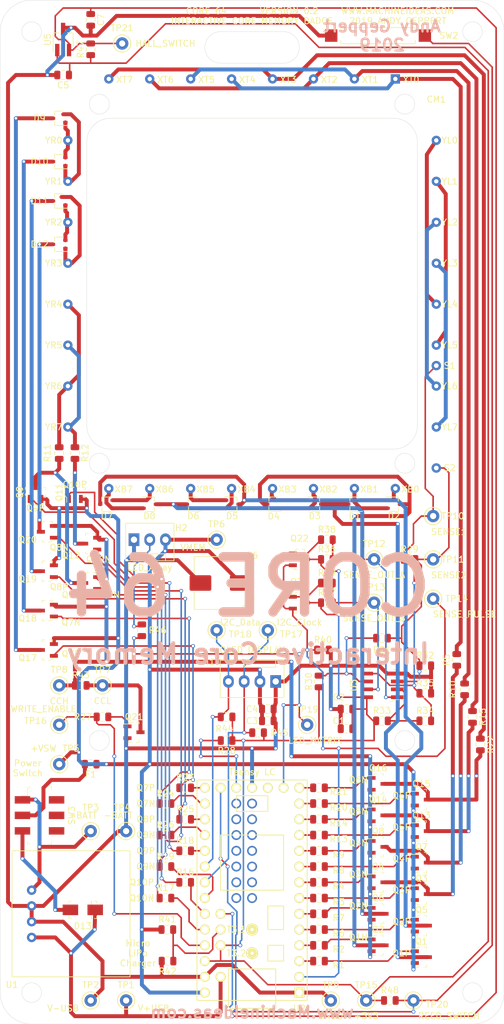
<source format=kicad_pcb>
(kicad_pcb (version 20171130) (host pcbnew "(5.1.2-1)-1")
  (title_block (title "Core 64") (date 2019-07-09) (rev 0.1) (company "Andy Geppert"))
  (layers (0 F.Cu signal) (31 B.Cu signal) (34 B.Paste user hide) (35 F.Paste user hide) (36 B.SilkS user hide) (37 F.SilkS user) (38 B.Mask user) (39 F.Mask user) (44 Edge.Cuts user))
  (net 0 "")
  (net 1 "Net-(D1-Pad3)")
  (net 2 "Net-(D2-Pad3)")
  (net 3 +BATT)
  (net 4 "Net-(Q1-Pad1)")
  (net 5 "Net-(Q2-Pad1)")
  (net 6 -BATT)
  (net 7 Q1P)
  (net 8 Q1N)
  (net 9 XB7)
  (net 10 XB4)
  (net 11 XB6)
  (net 12 XB5)
  (net 13 "Net-(CM1-Pad28)")
  (net 14 "Net-(CM1-Pad27)")
  (net 15 "Net-(CM1-Pad26)")
  (net 16 "Net-(CM1-Pad25)")
  (net 17 XB0)
  (net 18 XB1)
  (net 19 XB2)
  (net 20 XB3)
  (net 21 "Net-(F1-Pad2)")
  (net 22 +VSW)
  (net 23 +3V3)
  (net 24 V+USB)
  (net 25 "Net-(Q3-Pad1)")
  (net 26 WRITE_ENABLE)
  (net 27 I2C_DATA)
  (net 28 I2C_CLOCK)
  (net 29 GNDPWR)
  (net 30 "Net-(Q4-Pad1)")
  (net 31 "Net-(Q5-Pad1)")
  (net 32 Q2P)
  (net 33 Q2N)
  (net 34 XT3-7)
  (net 35 XT2-6)
  (net 36 XT1-5)
  (net 37 XT0-4)
  (net 38 "Net-(Q6-Pad1)")
  (net 39 "Net-(Q7-Pad1)")
  (net 40 "Net-(Q8-Pad1)")
  (net 41 "Net-(Q9-Pad1)")
  (net 42 "Net-(Q10-Pad1)")
  (net 43 "Net-(Q10-Pad3)")
  (net 44 "Net-(Q11-Pad1)")
  (net 45 "Net-(Q12-Pad1)")
  (net 46 "Net-(Q13-Pad1)")
  (net 47 Q3P)
  (net 48 Q3N)
  (net 49 Q4P)
  (net 50 Q4N)
  (net 51 Q5P)
  (net 52 Q5N)
  (net 53 Q6P)
  (net 54 Q6N)
  (net 55 YL5)
  (net 56 YL4)
  (net 57 YL3)
  (net 58 YL2)
  (net 59 YL1)
  (net 60 YL0)
  (net 61 SENSE1)
  (net 62 SENSE2)
  (net 63 "Net-(D5-Pad3)")
  (net 64 "Net-(D6-Pad3)")
  (net 65 "Net-(Q14-Pad1)")
  (net 66 "Net-(Q15-Pad1)")
  (net 67 "Net-(Q16-Pad1)")
  (net 68 "Net-(Q17-Pad1)")
  (net 69 "Net-(Q18-Pad1)")
  (net 70 "Net-(Q19-Pad1)")
  (net 71 "Net-(Q20-Pad1)")
  (net 72 "Net-(Q21-Pad1)")
  (net 73 Q10P)
  (net 74 Q10N)
  (net 75 Q9P)
  (net 76 Q9N)
  (net 77 Q7P)
  (net 78 Q7N)
  (net 79 Q8P)
  (net 80 Q8N)
  (net 81 SENSE_PULSE)
  (net 82 REED_SWITCH)
  (net 83 "Net-(Q3-Pad3)")
  (net 84 "Net-(Q7-Pad3)")
  (net 85 "Net-(Q11-Pad3)")
  (net 86 "Net-(Q13-Pad3)")
  (net 87 "Net-(Q15-Pad3)")
  (net 88 "Net-(U2-Pad39)")
  (net 89 "Net-(U2-Pad38)")
  (net 90 "Net-(U2-Pad16)")
  (net 91 LED_MATRIX)
  (net 92 HALL_SWITCH)
  (net 93 "Net-(R28-Pad2)")
  (net 94 "Net-(R30-Pad2)")
  (net 95 "Net-(R33-Pad2)")
  (net 96 "Net-(R37-Pad2)")
  (net 97 "Net-(Q21-Pad3)")
  (net 98 "Net-(D9-Pad3)")
  (net 99 "Net-(D10-Pad3)")
  (net 100 "Net-(D11-Pad3)")
  (net 101 "Net-(D12-Pad3)")
  (net 102 "Net-(H2-Pad2)")
  (net 103 "Net-(Q22-Pad1)")
  (net 104 "Net-(Q23-Pad1)")
  (net 105 "Net-(R36-Pad2)")
  (net 106 "Net-(R41-Pad2)")
  (net 107 "Net-(D13-Pad1)")
  (module Digikey:DO-214AC (layer F.Cu) (at 67.31 175.26 180)
    (fp_text reference D13 (at 0 -2.6) (layer F.SilkS))
    (fp_text value S1M-13-F)
    (pad 1 smd rect (at 2 0 180) (size 2.5 1.7) (layers F.Cu F.Paste F.Mask) (net 107 "Net-(D13-Pad1)"))
    (pad 2 smd rect (at -2 0 180) (size 2.5 1.7) (layers F.Cu F.Paste F.Mask) (net 24 V+USB))
  )
  (module Core_Memory_8x8_Array:OLED_Header_4PIN (layer F.Cu) (at 98.425 138.43 180)
    (fp_text reference H1 (at 10.795 3.175) (layer F.SilkS))
    (fp_text value OLED_DISPLAY (at 3.81 5.08) (layer F.SilkS))
    (pad 4 thru_hole oval (at 7.62 0 270) (size 2.03 1.73) (drill 1.02) (layers *.Cu *.Mask) (net 27 I2C_DATA))
    (pad 3 thru_hole oval (at 5.08 0 270) (size 2.03 1.73) (drill 1.02) (layers *.Cu *.Mask) (net 28 I2C_CLOCK))
    (pad 2 thru_hole oval (at 2.54 0 270) (size 2.03 1.73) (drill 1.02) (layers *.Cu *.Mask) (net 22 +VSW))
    (pad 1 thru_hole rect (at 0 0 270) (size 2.03 1.73) (drill 1.02) (layers *.Cu *.Mask) (net 6 -BATT))
  )
  (module Core_Memory_8x8_Array:core_64 (layer F.Cu) (at 94.615 74.295)
    (fp_text reference CM1 (at 29.718 -29.718) (layer F.SilkS))
    (fp_text value Core_Memory_8x8_Array)
    (fp_text user YR7 (at -32.004 23.114) (layer F.SilkS))
    (fp_text user YR6 (at -32.004 16.51) (layer F.SilkS))
    (fp_text user YR0 (at -32.004 -23.114) (layer F.SilkS))
    (fp_text user YR4 (at -32.004 3.302) (layer F.SilkS))
    (fp_text user YR2 (at -32.004 -9.906) (layer F.SilkS))
    (fp_text user YR1 (at -32.004 -16.51) (layer F.SilkS))
    (fp_text user YR3 (at -32.004 -3.302) (layer F.SilkS))
    (fp_text user YR5 (at -32.004 9.906) (layer F.SilkS))
    (fp_text user XB7 (at -20.701 33.147) (layer F.SilkS))
    (fp_text user XB1 (at 18.923 33.147) (layer F.SilkS))
    (fp_text user XB2 (at 12.319 33.147) (layer F.SilkS))
    (fp_text user XB0 (at 25.527 33.147) (layer F.SilkS))
    (fp_text user XB4 (at -0.889 33.147) (layer F.SilkS))
    (fp_text user XB3 (at 5.715 33.147) (layer F.SilkS))
    (fp_text user XB6 (at -14.097 33.147) (layer F.SilkS))
    (fp_text user XB5 (at -7.493 33.147) (layer F.SilkS))
    (fp_text user XT7 (at -20.574 -32.893) (layer F.SilkS))
    (fp_text user XT6 (at -13.97 -32.893) (layer F.SilkS))
    (fp_text user XT5 (at -7.366 -32.893) (layer F.SilkS))
    (fp_text user XT4 (at -0.762 -32.893) (layer F.SilkS))
    (fp_text user XT3 (at 5.842 -32.893) (layer F.SilkS))
    (fp_text user XT2 (at 12.446 -32.893) (layer F.SilkS))
    (fp_text user XT1 (at 19.05 -32.893) (layer F.SilkS))
    (fp_text user XT0 (at 25.654 -32.893) (layer F.SilkS))
    (fp_text user YL0 (at 31.877 -23.114) (layer F.SilkS))
    (fp_text user YL1 (at 31.877 -16.51) (layer F.SilkS))
    (fp_text user YL2 (at 31.877 -9.906) (layer F.SilkS))
    (fp_text user YL3 (at 31.877 -3.302) (layer F.SilkS))
    (fp_text user YL4 (at 31.877 3.302) (layer F.SilkS))
    (fp_text user YL5 (at 31.877 9.906) (layer F.SilkS))
    (fp_text user S2 (at 31.877 29.718) (layer F.SilkS))
    (fp_text user S1 (at 31.877 13.208) (layer F.SilkS))
    (fp_text user YL6 (at 31.877 16.51) (layer F.SilkS))
    (fp_text user YL7 (at 31.877 23.114) (layer F.SilkS))
    (pad 34 thru_hole circle (at 29.718 29.718) (size 1.524 1.524) (drill 0.762) (layers *.Cu *.Mask) (net 62 SENSE2))
    (pad 33 thru_hole circle (at 29.718 13.208) (size 1.524 1.524) (drill 0.762) (layers *.Cu *.Mask) (net 61 SENSE1))
    (pad 31 thru_hole circle (at 29.718 -16.51 180) (size 1.5 1.5) (drill 0.7) (layers *.Cu *.Mask) (net 14 "Net-(CM1-Pad27)"))
    (pad 30 thru_hole circle (at 29.718 -9.906 180) (size 1.5 1.5) (drill 0.7) (layers *.Cu *.Mask) (net 15 "Net-(CM1-Pad26)"))
    (pad 29 thru_hole circle (at 29.718 -3.302 180) (size 1.5 1.5) (drill 0.7) (layers *.Cu *.Mask) (net 16 "Net-(CM1-Pad25)"))
    (pad 28 thru_hole circle (at 29.718 3.302 180) (size 1.5 1.5) (drill 0.7) (layers *.Cu *.Mask) (net 13 "Net-(CM1-Pad28)"))
    (pad 27 thru_hole circle (at 29.718 9.906 180) (size 1.5 1.5) (drill 0.7) (layers *.Cu *.Mask) (net 14 "Net-(CM1-Pad27)"))
    (pad 26 thru_hole circle (at 29.718 16.51 180) (size 1.5 1.5) (drill 0.7) (layers *.Cu *.Mask) (net 15 "Net-(CM1-Pad26)"))
    (pad 25 thru_hole circle (at 29.718 23.114 180) (size 1.5 1.5) (drill 0.7) (layers *.Cu *.Mask) (net 16 "Net-(CM1-Pad25)"))
    (pad 24 thru_hole circle (at 23.114 33.02 180) (size 1.5 1.5) (drill 0.7) (layers *.Cu *.Mask) (net 17 XB0))
    (pad 23 thru_hole circle (at 16.51 33.02 180) (size 1.5 1.5) (drill 0.7) (layers *.Cu *.Mask) (net 18 XB1))
    (pad 22 thru_hole circle (at 9.906 33.02 180) (size 1.5 1.5) (drill 0.7) (layers *.Cu *.Mask) (net 19 XB2))
    (pad 21 thru_hole circle (at 3.302 33.02 180) (size 1.5 1.5) (drill 0.7) (layers *.Cu *.Mask) (net 20 XB3))
    (pad 20 thru_hole circle (at -3.302 33.02 180) (size 1.5 1.5) (drill 0.7) (layers *.Cu *.Mask) (net 10 XB4))
    (pad 19 thru_hole circle (at -9.906 33.02 180) (size 1.5 1.5) (drill 0.7) (layers *.Cu *.Mask) (net 12 XB5))
    (pad 18 thru_hole circle (at -16.51 33.02 180) (size 1.5 1.5) (drill 0.7) (layers *.Cu *.Mask) (net 11 XB6))
    (pad 17 thru_hole circle (at -23.114 33.02 180) (size 1.5 1.5) (drill 0.7) (layers *.Cu *.Mask) (net 9 XB7))
    (pad 16 thru_hole circle (at -29.718 23.114 180) (size 1.5 1.5) (drill 0.7) (layers *.Cu *.Mask) (net 55 YL5))
    (pad 15 thru_hole circle (at -29.718 16.51 180) (size 1.5 1.5) (drill 0.7) (layers *.Cu *.Mask) (net 56 YL4))
    (pad 32 thru_hole circle (at 29.718 -23.114 180) (size 1.5 1.5) (drill 0.7) (layers *.Cu *.Mask) (net 13 "Net-(CM1-Pad28)"))
    (pad 1 thru_hole rect (at 23.114 -33.02 180) (size 1.5 1.5) (drill 0.7) (layers *.Cu *.Mask) (net 37 XT0-4))
    (pad 2 thru_hole circle (at 16.51 -33.02 180) (size 1.5 1.5) (drill 0.7) (layers *.Cu *.Mask) (net 36 XT1-5))
    (pad 3 thru_hole circle (at 9.906 -33.02 180) (size 1.5 1.5) (drill 0.7) (layers *.Cu *.Mask) (net 35 XT2-6))
    (pad 4 thru_hole circle (at 3.302 -33.02 180) (size 1.5 1.5) (drill 0.7) (layers *.Cu *.Mask) (net 34 XT3-7))
    (pad 5 thru_hole circle (at -3.302 -33.02 180) (size 1.5 1.5) (drill 0.7) (layers *.Cu *.Mask) (net 37 XT0-4))
    (pad 6 thru_hole circle (at -9.906 -33.02 180) (size 1.5 1.5) (drill 0.7) (layers *.Cu *.Mask) (net 36 XT1-5))
    (pad 7 thru_hole circle (at -16.51 -33.02 180) (size 1.5 1.5) (drill 0.7) (layers *.Cu *.Mask) (net 35 XT2-6))
    (pad 8 thru_hole circle (at -23.114 -33.02 180) (size 1.5 1.5) (drill 0.7) (layers *.Cu *.Mask) (net 34 XT3-7))
    (pad 9 thru_hole circle (at -29.718 -23.114 180) (size 1.5 1.5) (drill 0.7) (layers *.Cu *.Mask) (net 60 YL0))
    (pad 10 thru_hole circle (at -29.718 -16.51 180) (size 1.5 1.5) (drill 0.7) (layers *.Cu *.Mask) (net 59 YL1))
    (pad 11 thru_hole circle (at -29.718 -9.906 180) (size 1.5 1.5) (drill 0.7) (layers *.Cu *.Mask) (net 58 YL2))
    (pad 12 thru_hole circle (at -29.718 -3.302 180) (size 1.5 1.5) (drill 0.7) (layers *.Cu *.Mask) (net 57 YL3))
    (pad 13 thru_hole circle (at -29.718 3.302 180) (size 1.5 1.5) (drill 0.7) (layers *.Cu *.Mask) (net 56 YL4))
    (pad 14 thru_hole circle (at -29.718 9.906 180) (size 1.5 1.5) (drill 0.7) (layers *.Cu *.Mask) (net 55 YL5))
  )
  (module TestPoint:TestPoint_Keystone_5000-5004_Miniature (layer F.Cu) (at 63.5 139.065)
    (fp_text reference TP8 (at 0 -2.54) (layer F.SilkS))
    (fp_text value CCH (at 0 2.54) (layer F.SilkS))
    (pad 1 thru_hole circle (at 0 0) (size 2 2) (drill 1) (layers *.Cu *.Mask) (net 29 GNDPWR))
  )
  (module TestPoint:TestPoint_Keystone_5000-5004_Miniature (layer F.Cu) (at 74.295 189.865)
    (fp_text reference TP1 (at 0 -2.5) (layer F.SilkS))
    (fp_text value V+USB (at 4.445 1.27) (layer F.SilkS))
    (pad 1 thru_hole circle (at 0 0) (size 2 2) (drill 1) (layers *.Cu *.Mask) (net 24 V+USB))
  )
  (module TestPoint:TestPoint_Keystone_5000-5004_Miniature (layer F.Cu) (at 68.58 162.56)
    (fp_text reference TP3 (at 0 -3.81) (layer F.SilkS))
    (fp_text value +BATT (at -1.27 -2.54) (layer F.SilkS))
    (pad 1 thru_hole circle (at 0 0) (size 2 2) (drill 1) (layers *.Cu *.Mask) (net 3 +BATT))
  )
  (module TestPoint:TestPoint_Keystone_5000-5004_Miniature (layer F.Cu) (at 74.295 162.56)
    (fp_text reference TP4 (at -0.635 -3.81) (layer F.SilkS))
    (fp_text value -BATT (at -1.27 -2.54) (layer F.SilkS))
    (pad 1 thru_hole circle (at 0 0) (size 2 2) (drill 1) (layers *.Cu *.Mask) (net 6 -BATT))
  )
  (module TestPoint:TestPoint_Keystone_5000-5004_Miniature (layer F.Cu) (at 63.5 151.765)
    (fp_text reference TP5 (at 1.905 -2.54) (layer F.SilkS))
    (fp_text value +VSW (at -2.54 -2.54) (layer F.SilkS))
    (pad 1 thru_hole circle (at 0 0) (size 2 2) (drill 1) (layers *.Cu *.Mask) (net 22 +VSW))
  )
  (module TestPoint:TestPoint_Keystone_5000-5004_Miniature (layer F.Cu) (at 88.9 115.57)
    (fp_text reference TP6 (at 0 -2.5) (layer F.SilkS))
    (fp_text value VMEM (at -3.81 1.27) (layer F.SilkS))
    (pad 1 thru_hole circle (at 0 0) (size 2 2) (drill 1) (layers *.Cu *.Mask) (net 22 +VSW))
  )
  (module TestPoint:TestPoint_Keystone_5000-5004_Miniature (layer F.Cu) (at 123.825 111.76)
    (fp_text reference TP10 (at 3.175 0) (layer F.SilkS))
    (fp_text value SENSE1 (at 2.54 2.54) (layer F.SilkS))
    (pad 1 thru_hole circle (at 0 0) (size 2 2) (drill 1) (layers *.Cu *.Mask) (net 61 SENSE1))
  )
  (module TestPoint:TestPoint_Keystone_5000-5004_Miniature (layer F.Cu) (at 123.825 118.745)
    (fp_text reference TP11 (at 3.175 0) (layer F.SilkS))
    (fp_text value SENSE2 (at 2.54 2.54) (layer F.SilkS))
    (pad 1 thru_hole circle (at 0 0) (size 2 2) (drill 1) (layers *.Cu *.Mask) (net 62 SENSE2))
  )
  (module TestPoint:TestPoint_Keystone_5000-5004_Miniature (layer F.Cu) (at 123.825 125.095)
    (fp_text reference TP14 (at 3.81 0) (layer F.SilkS))
    (fp_text value SENSE_PULSE (at 5.08 2.5) (layer F.SilkS))
    (pad 1 thru_hole circle (at 0 0) (size 2 2) (drill 1) (layers *.Cu *.Mask) (net 81 SENSE_PULSE))
  )
  (module TestPoint:TestPoint_Keystone_5000-5004_Miniature (layer F.Cu) (at 103.505 145.415)
    (fp_text reference TP19 (at 0 -2.5) (layer F.SilkS))
    (fp_text value LED_MATRIX (at 1.27 2.54) (layer F.SilkS))
    (pad 1 thru_hole circle (at 0 0) (size 2 2) (drill 1) (layers *.Cu *.Mask) (net 91 LED_MATRIX))
  )
  (module TestPoint:TestPoint_Keystone_5000-5004_Miniature (layer F.Cu) (at 113.03 189.865)
    (fp_text reference TP15 (at 0 -2.5) (layer F.SilkS))
    (fp_text value +3V3 (at 0 2.5) (layer F.SilkS))
    (pad 1 thru_hole circle (at 0 0) (size 2 2) (drill 1) (layers *.Cu *.Mask) (net 23 +3V3))
  )
  (module TestPoint:TestPoint_Keystone_5000-5004_Miniature (layer F.Cu) (at 63.5 145.415)
    (fp_text reference TP16 (at -3.81 -0.635) (layer F.SilkS))
    (fp_text value WRITE_ENABLE (at -2.54 -2.54) (layer F.SilkS))
    (pad 1 thru_hole circle (at 0 0) (size 2 2) (drill 1) (layers *.Cu *.Mask) (net 26 WRITE_ENABLE))
  )
  (module TestPoint:TestPoint_Keystone_5000-5004_Miniature (layer F.Cu) (at 97.155 130.175)
    (fp_text reference TP17 (at 3.81 0.635) (layer F.SilkS))
    (fp_text value I2C_Clock (at 5.08 -1.27) (layer F.SilkS))
    (pad 1 thru_hole circle (at 0 0) (size 2 2) (drill 1) (layers *.Cu *.Mask) (net 28 I2C_CLOCK))
  )
  (module TestPoint:TestPoint_Keystone_5000-5004_Miniature (layer F.Cu) (at 88.9 130.175)
    (fp_text reference TP18 (at 3.81 0.635) (layer F.SilkS))
    (fp_text value I2C_Data (at 3.81 -1.27) (layer F.SilkS))
    (pad 1 thru_hole circle (at 0 0) (size 2 2) (drill 1) (layers *.Cu *.Mask) (net 27 I2C_DATA))
  )
  (module TestPoint:TestPoint_Keystone_5000-5004_Miniature (layer F.Cu) (at 120.65 189.865)
    (fp_text reference TP20 (at 3.81 0.635) (layer F.SilkS))
    (fp_text value REED_SWITCH (at 5.715 2.5) (layer F.SilkS))
    (pad 1 thru_hole circle (at 0 0) (size 2 2) (drill 1) (layers *.Cu *.Mask) (net 82 REED_SWITCH))
  )
  (module TestPoint:TestPoint_Keystone_5000-5004_Miniature (layer F.Cu) (at 73.66 35.56)
    (fp_text reference TP21 (at 0 -2.5) (layer F.SilkS))
    (fp_text value HALL_SWITCH (at 6.985 0) (layer F.SilkS))
    (pad 1 thru_hole circle (at 0 0) (size 2 2) (drill 1) (layers *.Cu *.Mask) (net 92 HALL_SWITCH))
  )
  (module TestPoint:TestPoint_Keystone_5000-5004_Miniature (layer F.Cu) (at 107.315 189.865)
    (fp_text reference TP9 (at 0 -2.5) (layer F.SilkS))
    (fp_text value GNDD (at 0 2.5) (layer F.SilkS))
    (pad 1 thru_hole circle (at 0 0) (size 2 2) (drill 1) (layers *.Cu *.Mask) (net 6 -BATT))
  )
  (module TestPoint:TestPoint_Keystone_5000-5004_Miniature (layer F.Cu) (at 68.58 189.865)
    (fp_text reference TP2 (at 0 -2.5) (layer F.SilkS))
    (fp_text value V-USB (at -4.445 1.27) (layer F.SilkS))
    (pad 1 thru_hole circle (at 0 0) (size 2 2) (drill 1) (layers *.Cu *.Mask) (net 6 -BATT))
  )
  (module TestPoint:TestPoint_Keystone_5000-5004_Miniature (layer F.Cu) (at 70.485 139.065)
    (fp_text reference TP7 (at 0 -2.5) (layer F.SilkS))
    (fp_text value CCL (at 0 2.5) (layer F.SilkS))
    (pad 1 thru_hole circle (at 0 0) (size 2 2) (drill 1) (layers *.Cu *.Mask) (net 97 "Net-(Q21-Pad3)"))
  )
  (module Package_TO_SOT_SMD:SOT-23W_Handsoldering (layer F.Cu) (at 64.135 34.925 90)
    (fp_text reference U5 (at 0 -2.5 90) (layer F.SilkS))
    (fp_text value A3214ELHLT-T)
    (pad 3 smd rect (at 1.7 0 90) (size 2 0.7) (layers F.Cu F.Paste F.Mask) (net 6 -BATT))
    (pad 2 smd rect (at -1.7 0.95 90) (size 2 0.7) (layers F.Cu F.Paste F.Mask) (net 92 HALL_SWITCH))
    (pad 1 smd rect (at -1.7 -0.95 90) (size 2 0.7) (layers F.Cu F.Paste F.Mask) (net 23 +3V3))
  )
  (module Resistor_SMD:R_0805_2012Metric (layer F.Cu) (at 68.58 36.4975 90)
    (fp_text reference R47 (at 0 -1.65 90) (layer F.SilkS))
    (fp_text value 4K7)
    (pad 2 smd roundrect (at 0.9375 0 90) (size 0.975 1.4) (layers F.Cu F.Paste F.Mask) (net 92 HALL_SWITCH))
    (pad 1 smd roundrect (at -0.9375 0 90) (size 0.975 1.4) (layers F.Cu F.Paste F.Mask) (net 23 +3V3))
  )
  (module Capacitor_SMD:C_0805_2012Metric (layer F.Cu) (at 68.58 31.75 270)
    (fp_text reference C7 (at 0 -1.65 90) (layer F.SilkS))
    (fp_text value 10pF)
    (pad 2 smd roundrect (at 0.9375 0 270) (size 0.975 1.4) (layers F.Cu F.Paste F.Mask) (net 6 -BATT))
    (pad 1 smd roundrect (at -0.9375 0 270) (size 0.975 1.4) (layers F.Cu F.Paste F.Mask) (net 92 HALL_SWITCH))
  )
  (module Capacitor_SMD:C_0805_2012Metric (layer F.Cu) (at 64.135 40.64 180)
    (fp_text reference C5 (at 0 -1.65) (layer F.SilkS))
    (fp_text value 0.1uF)
    (pad 2 smd roundrect (at 0.9375 0 180) (size 0.975 1.4) (layers F.Cu F.Paste F.Mask) (net 6 -BATT))
    (pad 1 smd roundrect (at -0.9375 0 180) (size 0.975 1.4) (layers F.Cu F.Paste F.Mask) (net 23 +3V3))
  )
  (module Resistor_SMD:R_0805_2012Metric (layer F.Cu) (at 70.485 144.145 180)
    (fp_text reference R27 (at 3.175 0) (layer F.SilkS))
    (fp_text value 470)
    (pad 2 smd roundrect (at 0.9375 0 180) (size 0.975 1.4) (layers F.Cu F.Paste F.Mask) (net 26 WRITE_ENABLE))
    (pad 1 smd roundrect (at -0.9375 0 180) (size 0.975 1.4) (layers F.Cu F.Paste F.Mask) (net 72 "Net-(Q21-Pad1)"))
  )
  (module Digikey:SOT-23-3 (layer F.Cu) (at 75.565 146.619)
    (fp_text reference Q21 (at 0 -2.474) (layer F.SilkS))
    (fp_text value MMBT4401LT1G)
    (pad 1 smd rect (at -1.05 -0.95) (size 1.3 0.6) (layers F.Cu F.Paste F.Mask) (net 72 "Net-(Q21-Pad1)"))
    (pad 2 smd rect (at -1.05 0.95) (size 1.3 0.6) (layers F.Cu F.Paste F.Mask) (net 6 -BATT))
    (pad 3 smd rect (at 1.05 0) (size 1.3 0.6) (layers F.Cu F.Paste F.Mask) (net 97 "Net-(Q21-Pad3)"))
  )
  (module Resistor_SMD:R_0805_2012Metric (layer F.Cu) (at 95.5825 146.685 180)
    (fp_text reference R45 (at -3.4775 0) (layer F.SilkS))
    (fp_text value 4K7)
    (pad 2 smd roundrect (at 0.9375 0 180) (size 0.975 1.4) (layers F.Cu F.Paste F.Mask) (net 28 I2C_CLOCK))
    (pad 1 smd roundrect (at -0.9375 0 180) (size 0.975 1.4) (layers F.Cu F.Paste F.Mask) (net 23 +3V3))
  )
  (module Resistor_SMD:R_0805_2012Metric (layer F.Cu) (at 90.5025 144.145 180)
    (fp_text reference R44 (at 0.3325 -1.905) (layer F.SilkS))
    (fp_text value 4K7)
    (pad 2 smd roundrect (at 0.9375 0 180) (size 0.975 1.4) (layers F.Cu F.Paste F.Mask) (net 27 I2C_DATA))
    (pad 1 smd roundrect (at -0.9375 0 180) (size 0.975 1.4) (layers F.Cu F.Paste F.Mask) (net 23 +3V3))
  )
  (module Core_Memory_8x8_Array:Micro_LiPo_Charger (layer F.Cu) (at 65.405 175.895 90)
    (fp_text reference U1 (at -11.43 -9.525 180) (layer F.SilkS))
    (fp_text value Micro_LiPo_Charger)
    (pad 1 thru_hole circle (at -3.81 -6.35 90) (size 1.524 1.524) (drill 0.762) (layers *.Cu *.Mask) (net 24 V+USB))
    (pad 2 thru_hole circle (at -1.27 -6.35 90) (size 1.524 1.524) (drill 0.762) (layers *.Cu *.Mask) (net 6 -BATT))
    (pad 4 thru_hole circle (at 3.81 -6.35 90) (size 1.524 1.524) (drill 0.762) (layers *.Cu *.Mask) (net 3 +BATT))
    (pad 3 thru_hole circle (at 1.27 -6.35 90) (size 1.524 1.524) (drill 0.762) (layers *.Cu *.Mask) (net 6 -BATT))
  )
  (module Resistor_SMD:R_0805_2012Metric (layer F.Cu) (at 80.9775 183.515 180)
    (fp_text reference R42 (at 0 -1.65) (layer F.SilkS))
    (fp_text value 10k)
    (pad 2 smd roundrect (at 0.9375 0 180) (size 0.975 1.4) (layers F.Cu F.Paste F.Mask) (net 6 -BATT))
    (pad 1 smd roundrect (at -0.9375 0 180) (size 0.975 1.4) (layers F.Cu F.Paste F.Mask) (net 106 "Net-(R41-Pad2)"))
  )
  (module Resistor_SMD:R_0805_2012Metric (layer F.Cu) (at 80.9475 178.435)
    (fp_text reference R41 (at 0 -1.65) (layer F.SilkS))
    (fp_text value 10k)
    (pad 2 smd roundrect (at 0.9375 0) (size 0.975 1.4) (layers F.Cu F.Paste F.Mask) (net 106 "Net-(R41-Pad2)"))
    (pad 1 smd roundrect (at -0.9375 0) (size 0.975 1.4) (layers F.Cu F.Paste F.Mask) (net 22 +VSW))
  )
  (module Teensy:Teensy30_31_32_LC (layer F.Cu) (at 94.615 172.085 90)
    (fp_text reference U2 (at -19.05 7.62 180) (layer F.SilkS))
    (fp_text value Teensy-LC)
    (fp_text user T3.1 (at -6.35 -2.54) (layer F.SilkS))
    (fp_text user T3.2 (at -10.16 -2.54) (layer F.SilkS))
    (pad 52 thru_hole circle (at -10.16 0 90) (size 1.9 1.9) (drill 0.5) (layers *.Cu *.Mask F.SilkS))
    (pad 52 thru_hole circle (at -6.35 0 90) (size 1.9 1.9) (drill 0.5) (layers *.Cu *.Mask F.SilkS))
    (pad 51 thru_hole circle (at -1.27 -2.54 90) (size 1.6 1.6) (drill 1.1) (layers *.Cu *.Mask))
    (pad 50 thru_hole circle (at 1.27 -2.54 90) (size 1.6 1.6) (drill 1.1) (layers *.Cu *.Mask))
    (pad 49 thru_hole circle (at 3.81 -2.54 90) (size 1.6 1.6) (drill 1.1) (layers *.Cu *.Mask))
    (pad 48 thru_hole circle (at 6.35 -2.54 90) (size 1.6 1.6) (drill 1.1) (layers *.Cu *.Mask))
    (pad 47 thru_hole circle (at 8.89 -2.54 90) (size 1.6 1.6) (drill 1.1) (layers *.Cu *.Mask))
    (pad 46 thru_hole circle (at 11.43 -2.54 90) (size 1.6 1.6) (drill 1.1) (layers *.Cu *.Mask))
    (pad 45 thru_hole circle (at 13.97 -2.54 90) (size 1.6 1.6) (drill 1.1) (layers *.Cu *.Mask))
    (pad 44 thru_hole circle (at 13.97 0 90) (size 1.6 1.6) (drill 1.1) (layers *.Cu *.Mask))
    (pad 43 thru_hole circle (at 11.43 0 90) (size 1.6 1.6) (drill 1.1) (layers *.Cu *.Mask))
    (pad 42 thru_hole circle (at 8.89 0 90) (size 1.6 1.6) (drill 1.1) (layers *.Cu *.Mask))
    (pad 41 thru_hole circle (at 6.35 0 90) (size 1.6 1.6) (drill 1.1) (layers *.Cu *.Mask))
    (pad 40 thru_hole circle (at 3.81 0 90) (size 1.6 1.6) (drill 1.1) (layers *.Cu *.Mask))
    (pad 39 thru_hole circle (at 1.27 0 90) (size 1.6 1.6) (drill 1.1) (layers *.Cu *.Mask) (net 88 "Net-(U2-Pad39)"))
    (pad 38 thru_hole circle (at -1.27 0 90) (size 1.6 1.6) (drill 1.1) (layers *.Cu *.Mask) (net 89 "Net-(U2-Pad38)"))
    (pad 1 thru_hole rect (at -16.51 7.62 90) (size 1.6 1.6) (drill 1.1) (layers *.Cu *.Mask F.SilkS) (net 6 -BATT))
    (pad 2 thru_hole circle (at -13.97 7.62 90) (size 1.6 1.6) (drill 1.1) (layers *.Cu *.Mask F.SilkS) (net 81 SENSE_PULSE))
    (pad 3 thru_hole circle (at -11.43 7.62 90) (size 1.6 1.6) (drill 1.1) (layers *.Cu *.Mask F.SilkS) (net 7 Q1P))
    (pad 4 thru_hole circle (at -8.89 7.62 90) (size 1.6 1.6) (drill 1.1) (layers *.Cu *.Mask F.SilkS) (net 8 Q1N))
    (pad 5 thru_hole circle (at -6.35 7.62 90) (size 1.6 1.6) (drill 1.1) (layers *.Cu *.Mask F.SilkS) (net 32 Q2P))
    (pad 6 thru_hole circle (at -3.81 7.62 90) (size 1.6 1.6) (drill 1.1) (layers *.Cu *.Mask F.SilkS) (net 33 Q2N))
    (pad 7 thru_hole circle (at -1.27 7.62 90) (size 1.6 1.6) (drill 1.1) (layers *.Cu *.Mask F.SilkS) (net 47 Q3P))
    (pad 8 thru_hole circle (at 1.27 7.62 90) (size 1.6 1.6) (drill 1.1) (layers *.Cu *.Mask F.SilkS) (net 48 Q3N))
    (pad 9 thru_hole circle (at 3.81 7.62 90) (size 1.6 1.6) (drill 1.1) (layers *.Cu *.Mask F.SilkS) (net 49 Q4P))
    (pad 10 thru_hole circle (at 6.35 7.62 90) (size 1.6 1.6) (drill 1.1) (layers *.Cu *.Mask F.SilkS) (net 50 Q4N))
    (pad 11 thru_hole circle (at 8.89 7.62 90) (size 1.6 1.6) (drill 1.1) (layers *.Cu *.Mask F.SilkS) (net 51 Q5P))
    (pad 12 thru_hole circle (at 11.43 7.62 90) (size 1.6 1.6) (drill 1.1) (layers *.Cu *.Mask F.SilkS) (net 52 Q5N))
    (pad 13 thru_hole circle (at 13.97 7.62 90) (size 1.6 1.6) (drill 1.1) (layers *.Cu *.Mask F.SilkS) (net 53 Q6P))
    (pad 37 thru_hole circle (at -3.81 -5.08 90) (size 1.6 1.6) (drill 1.1) (layers *.Cu *.Mask F.SilkS) (net 82 REED_SWITCH))
    (pad 36 thru_hole circle (at -6.35 -5.08 90) (size 1.6 1.6) (drill 1.1) (layers *.Cu *.Mask F.SilkS) (net 106 "Net-(R41-Pad2)"))
    (pad 35 thru_hole circle (at -8.89 -5.08 90) (size 1.6 1.6) (drill 1.1) (layers *.Cu *.Mask F.SilkS) (net 23 +3V3))
    (pad 34 thru_hole circle (at -13.97 -5.08 90) (size 1.6 1.6) (drill 1.1) (layers *.Cu *.Mask F.SilkS) (net 24 V+USB))
    (pad 33 thru_hole circle (at -16.51 -7.62 90) (size 1.6 1.6) (drill 1.1) (layers *.Cu *.Mask F.SilkS) (net 22 +VSW))
    (pad 32 thru_hole circle (at -13.97 -7.62 90) (size 1.6 1.6) (drill 1.1) (layers *.Cu *.Mask F.SilkS) (net 6 -BATT))
    (pad 31 thru_hole circle (at -11.43 -7.62 90) (size 1.6 1.6) (drill 1.1) (layers *.Cu *.Mask F.SilkS) (net 23 +3V3))
    (pad 30 thru_hole circle (at -8.89 -7.62 90) (size 1.6 1.6) (drill 1.1) (layers *.Cu *.Mask F.SilkS) (net 26 WRITE_ENABLE))
    (pad 29 thru_hole circle (at -6.35 -7.62 90) (size 1.6 1.6) (drill 1.1) (layers *.Cu *.Mask F.SilkS) (net 74 Q10N))
    (pad 28 thru_hole circle (at -3.81 -7.62 90) (size 1.6 1.6) (drill 1.1) (layers *.Cu *.Mask F.SilkS) (net 73 Q10P))
    (pad 27 thru_hole circle (at -1.27 -7.62 90) (size 1.6 1.6) (drill 1.1) (layers *.Cu *.Mask F.SilkS) (net 76 Q9N))
    (pad 26 thru_hole circle (at 1.27 -7.62 90) (size 1.6 1.6) (drill 1.1) (layers *.Cu *.Mask F.SilkS) (net 28 I2C_CLOCK))
    (pad 25 thru_hole circle (at 3.81 -7.62 90) (size 1.6 1.6) (drill 1.1) (layers *.Cu *.Mask F.SilkS) (net 27 I2C_DATA))
    (pad 24 thru_hole circle (at 6.35 -7.62 90) (size 1.6 1.6) (drill 1.1) (layers *.Cu *.Mask F.SilkS) (net 75 Q9P))
    (pad 23 thru_hole circle (at 8.89 -7.62 90) (size 1.6 1.6) (drill 1.1) (layers *.Cu *.Mask F.SilkS) (net 80 Q8N))
    (pad 22 thru_hole circle (at 11.43 -7.62 90) (size 1.6 1.6) (drill 1.1) (layers *.Cu *.Mask F.SilkS) (net 79 Q8P))
    (pad 21 thru_hole circle (at 13.97 -7.62 90) (size 1.6 1.6) (drill 1.1) (layers *.Cu *.Mask F.SilkS) (net 78 Q7N))
    (pad 14 thru_hole circle (at 16.51 7.62 90) (size 1.6 1.6) (drill 1.1) (layers *.Cu *.Mask F.SilkS) (net 54 Q6N))
    (pad 15 thru_hole circle (at 16.51 5.08 90) (size 1.6 1.6) (drill 1.1) (layers *.Cu *.Mask F.SilkS) (net 91 LED_MATRIX))
    (pad 16 thru_hole circle (at 16.51 2.54 90) (size 1.6 1.6) (drill 1.1) (layers *.Cu *.Mask F.SilkS) (net 90 "Net-(U2-Pad16)"))
    (pad 20 thru_hole circle (at 16.51 -7.62 90) (size 1.6 1.6) (drill 1.1) (layers *.Cu *.Mask F.SilkS) (net 77 Q7P))
    (pad 19 thru_hole circle (at 16.51 -5.08 90) (size 1.6 1.6) (drill 1.1) (layers *.Cu *.Mask F.SilkS) (net 92 HALL_SWITCH))
    (pad 18 thru_hole circle (at 16.51 -2.54 90) (size 1.6 1.6) (drill 1.1) (layers *.Cu *.Mask F.SilkS) (net 93 "Net-(R28-Pad2)"))
    (pad 17 thru_hole circle (at 16.51 0 90) (size 1.6 1.6) (drill 1.1) (layers *.Cu *.Mask F.SilkS) (net 6 -BATT))
  )
  (module Digikey:SOT-23-3 (layer F.Cu) (at 121.92 172.72)
    (fp_text reference Q3 (at 0.025 -2.54) (layer F.SilkS))
    (fp_text value MMBT4403LT1G)
    (pad 1 smd rect (at -1.05 -0.95) (size 1.3 0.6) (layers F.Cu F.Paste F.Mask) (net 25 "Net-(Q3-Pad1)"))
    (pad 2 smd rect (at -1.05 0.95) (size 1.3 0.6) (layers F.Cu F.Paste F.Mask) (net 22 +VSW))
    (pad 3 smd rect (at 1.05 0) (size 1.3 0.6) (layers F.Cu F.Paste F.Mask) (net 83 "Net-(Q3-Pad3)"))
  )
  (module Digikey:SOT-23-3 (layer F.Cu) (at 114.935 170.815)
    (fp_text reference Q4 (at 0 -2.54) (layer F.SilkS))
    (fp_text value MMBT4401LT1G)
    (pad 1 smd rect (at -1.05 -0.95) (size 1.3 0.6) (layers F.Cu F.Paste F.Mask) (net 30 "Net-(Q4-Pad1)"))
    (pad 2 smd rect (at -1.05 0.95) (size 1.3 0.6) (layers F.Cu F.Paste F.Mask) (net 29 GNDPWR))
    (pad 3 smd rect (at 1.05 0) (size 1.3 0.6) (layers F.Cu F.Paste F.Mask) (net 83 "Net-(Q3-Pad3)"))
  )
  (module Digikey:SOT-23-3 (layer F.Cu) (at 121.92 177.8)
    (fp_text reference Q5 (at 0.025 -2.54) (layer F.SilkS))
    (fp_text value MMBT4403LT1G)
    (pad 1 smd rect (at -1.05 -0.95) (size 1.3 0.6) (layers F.Cu F.Paste F.Mask) (net 31 "Net-(Q5-Pad1)"))
    (pad 2 smd rect (at -1.05 0.95) (size 1.3 0.6) (layers F.Cu F.Paste F.Mask) (net 22 +VSW))
    (pad 3 smd rect (at 1.05 0) (size 1.3 0.6) (layers F.Cu F.Paste F.Mask) (net 63 "Net-(D5-Pad3)"))
  )
  (module Digikey:SOT-23-3 (layer F.Cu) (at 114.935 175.895)
    (fp_text reference Q6 (at 0.025 -2.54) (layer F.SilkS))
    (fp_text value MMBT4401LT1G)
    (pad 1 smd rect (at -1.05 -0.95) (size 1.3 0.6) (layers F.Cu F.Paste F.Mask) (net 38 "Net-(Q6-Pad1)"))
    (pad 2 smd rect (at -1.05 0.95) (size 1.3 0.6) (layers F.Cu F.Paste F.Mask) (net 29 GNDPWR))
    (pad 3 smd rect (at 1.05 0) (size 1.3 0.6) (layers F.Cu F.Paste F.Mask) (net 64 "Net-(D6-Pad3)"))
  )
  (module Digikey:SOT-23-3 (layer F.Cu) (at 121.92 167.64)
    (fp_text reference Q7 (at 0.025 -2.54) (layer F.SilkS))
    (fp_text value MMBT4403LT1G)
    (pad 1 smd rect (at -1.05 -0.95) (size 1.3 0.6) (layers F.Cu F.Paste F.Mask) (net 39 "Net-(Q7-Pad1)"))
    (pad 2 smd rect (at -1.05 0.95) (size 1.3 0.6) (layers F.Cu F.Paste F.Mask) (net 22 +VSW))
    (pad 3 smd rect (at 1.05 0) (size 1.3 0.6) (layers F.Cu F.Paste F.Mask) (net 84 "Net-(Q7-Pad3)"))
  )
  (module Digikey:SOT-23-3 (layer F.Cu) (at 114.935 165.1)
    (fp_text reference Q8 (at 0.025 -2.54) (layer F.SilkS))
    (fp_text value MMBT4401LT1G)
    (pad 1 smd rect (at -1.05 -0.95) (size 1.3 0.6) (layers F.Cu F.Paste F.Mask) (net 40 "Net-(Q8-Pad1)"))
    (pad 2 smd rect (at -1.05 0.95) (size 1.3 0.6) (layers F.Cu F.Paste F.Mask) (net 29 GNDPWR))
    (pad 3 smd rect (at 1.05 0) (size 1.3 0.6) (layers F.Cu F.Paste F.Mask) (net 84 "Net-(Q7-Pad3)"))
  )
  (module Digikey:SOT-23-3 (layer F.Cu) (at 121.92 162.56)
    (fp_text reference Q13 (at 0.025 -2.54) (layer F.SilkS))
    (fp_text value MMBT4403LT1G)
    (pad 1 smd rect (at -1.05 -0.95) (size 1.3 0.6) (layers F.Cu F.Paste F.Mask) (net 46 "Net-(Q13-Pad1)"))
    (pad 2 smd rect (at -1.05 0.95) (size 1.3 0.6) (layers F.Cu F.Paste F.Mask) (net 22 +VSW))
    (pad 3 smd rect (at 1.05 0) (size 1.3 0.6) (layers F.Cu F.Paste F.Mask) (net 86 "Net-(Q13-Pad3)"))
  )
  (module Digikey:SOT-23-3 (layer F.Cu) (at 114.935 160.02)
    (fp_text reference Q14 (at 0.025 -2.54) (layer F.SilkS))
    (fp_text value MMBT4401LT1G)
    (pad 1 smd rect (at -1.05 -0.95) (size 1.3 0.6) (layers F.Cu F.Paste F.Mask) (net 65 "Net-(Q14-Pad1)"))
    (pad 2 smd rect (at -1.05 0.95) (size 1.3 0.6) (layers F.Cu F.Paste F.Mask) (net 29 GNDPWR))
    (pad 3 smd rect (at 1.05 0) (size 1.3 0.6) (layers F.Cu F.Paste F.Mask) (net 86 "Net-(Q13-Pad3)"))
  )
  (module Digikey:SOT-23-3 (layer F.Cu) (at 121.92 157.48)
    (fp_text reference Q15 (at 0.025 -2.54) (layer F.SilkS))
    (fp_text value MMBT4403LT1G)
    (pad 1 smd rect (at -1.05 -0.95) (size 1.3 0.6) (layers F.Cu F.Paste F.Mask) (net 66 "Net-(Q15-Pad1)"))
    (pad 2 smd rect (at -1.05 0.95) (size 1.3 0.6) (layers F.Cu F.Paste F.Mask) (net 22 +VSW))
    (pad 3 smd rect (at 1.05 0) (size 1.3 0.6) (layers F.Cu F.Paste F.Mask) (net 87 "Net-(Q15-Pad3)"))
  )
  (module Digikey:SOT-23-3 (layer F.Cu) (at 114.935 154.94)
    (fp_text reference Q16 (at 0.025 -2.54) (layer F.SilkS))
    (fp_text value MMBT4401LT1G)
    (pad 1 smd rect (at -1.05 -0.95) (size 1.3 0.6) (layers F.Cu F.Paste F.Mask) (net 67 "Net-(Q16-Pad1)"))
    (pad 2 smd rect (at -1.05 0.95) (size 1.3 0.6) (layers F.Cu F.Paste F.Mask) (net 29 GNDPWR))
    (pad 3 smd rect (at 1.05 0) (size 1.3 0.6) (layers F.Cu F.Paste F.Mask) (net 87 "Net-(Q15-Pad3)"))
  )
  (module Resistor_SMD:R_0805_2012Metric (layer F.Cu) (at 127.635 134.9525 90)
    (fp_text reference R5 (at 0 -1.65 90) (layer F.SilkS))
    (fp_text value 6R8)
    (pad 2 smd roundrect (at 0.9375 0 90) (size 0.975 1.4) (layers F.Cu F.Paste F.Mask) (net 37 XT0-4))
    (pad 1 smd roundrect (at -0.9375 0 90) (size 0.975 1.4) (layers F.Cu F.Paste F.Mask) (net 83 "Net-(Q3-Pad3)"))
  )
  (module Resistor_SMD:R_0805_2012Metric (layer F.Cu) (at 105.41 178.435 180)
    (fp_text reference R6 (at -3.175 -0.635) (layer F.SilkS))
    (fp_text value 470)
    (pad 2 smd roundrect (at 0.9375 0 180) (size 0.975 1.4) (layers F.Cu F.Paste F.Mask) (net 32 Q2P))
    (pad 1 smd roundrect (at -0.9375 0 180) (size 0.975 1.4) (layers F.Cu F.Paste F.Mask) (net 31 "Net-(Q5-Pad1)"))
  )
  (module Resistor_SMD:R_0805_2012Metric (layer F.Cu) (at 105.41 175.895 180)
    (fp_text reference R7 (at -3.175 -0.635) (layer F.SilkS))
    (fp_text value 470)
    (pad 2 smd roundrect (at 0.9375 0 180) (size 0.975 1.4) (layers F.Cu F.Paste F.Mask) (net 33 Q2N))
    (pad 1 smd roundrect (at -0.9375 0 180) (size 0.975 1.4) (layers F.Cu F.Paste F.Mask) (net 38 "Net-(Q6-Pad1)"))
  )
  (module Resistor_SMD:R_0805_2012Metric (layer F.Cu) (at 105.41 173.355 180)
    (fp_text reference R3 (at -3.175 -0.635) (layer F.SilkS))
    (fp_text value 470)
    (pad 2 smd roundrect (at 0.9375 0 180) (size 0.975 1.4) (layers F.Cu F.Paste F.Mask) (net 47 Q3P))
    (pad 1 smd roundrect (at -0.9375 0 180) (size 0.975 1.4) (layers F.Cu F.Paste F.Mask) (net 25 "Net-(Q3-Pad1)"))
  )
  (module Resistor_SMD:R_0805_2012Metric (layer F.Cu) (at 105.41 170.815 180)
    (fp_text reference R4 (at -3.175 -0.635) (layer F.SilkS))
    (fp_text value 470)
    (pad 2 smd roundrect (at 0.9375 0 180) (size 0.975 1.4) (layers F.Cu F.Paste F.Mask) (net 48 Q3N))
    (pad 1 smd roundrect (at -0.9375 0 180) (size 0.975 1.4) (layers F.Cu F.Paste F.Mask) (net 30 "Net-(Q4-Pad1)"))
  )
  (module Resistor_SMD:R_0805_2012Metric (layer F.Cu) (at 128.905 139.7 270)
    (fp_text reference R10 (at 0 1.905 90) (layer F.SilkS))
    (fp_text value 6R8)
    (pad 2 smd roundrect (at 0.9375 0 270) (size 0.975 1.4) (layers F.Cu F.Paste F.Mask) (net 84 "Net-(Q7-Pad3)"))
    (pad 1 smd roundrect (at -0.9375 0 270) (size 0.975 1.4) (layers F.Cu F.Paste F.Mask) (net 36 XT1-5))
  )
  (module Resistor_SMD:R_0805_2012Metric (layer F.Cu) (at 105.41 168.275 180)
    (fp_text reference R8 (at -3.175 -0.635) (layer F.SilkS))
    (fp_text value 470)
    (pad 2 smd roundrect (at 0.9375 0 180) (size 0.975 1.4) (layers F.Cu F.Paste F.Mask) (net 49 Q4P))
    (pad 1 smd roundrect (at -0.9375 0 180) (size 0.975 1.4) (layers F.Cu F.Paste F.Mask) (net 39 "Net-(Q7-Pad1)"))
  )
  (module Resistor_SMD:R_0805_2012Metric (layer F.Cu) (at 105.41 165.735 180)
    (fp_text reference R9 (at -3.175 -0.635) (layer F.SilkS))
    (fp_text value 470)
    (pad 2 smd roundrect (at 0.9375 0 180) (size 0.975 1.4) (layers F.Cu F.Paste F.Mask) (net 50 Q4N))
    (pad 1 smd roundrect (at -0.9375 0 180) (size 0.975 1.4) (layers F.Cu F.Paste F.Mask) (net 40 "Net-(Q8-Pad1)"))
  )
  (module Resistor_SMD:R_0805_2012Metric (layer F.Cu) (at 130.175 144.145 270)
    (fp_text reference R15 (at 0 -1.65 90) (layer F.SilkS))
    (fp_text value 6R8)
    (pad 2 smd roundrect (at 0.9375 0 270) (size 0.975 1.4) (layers F.Cu F.Paste F.Mask) (net 86 "Net-(Q13-Pad3)"))
    (pad 1 smd roundrect (at -0.9375 0 270) (size 0.975 1.4) (layers F.Cu F.Paste F.Mask) (net 35 XT2-6))
  )
  (module Resistor_SMD:R_0805_2012Metric (layer F.Cu) (at 105.41 163.195 180)
    (fp_text reference R13 (at -3.175 -0.635) (layer F.SilkS))
    (fp_text value 470)
    (pad 2 smd roundrect (at 0.9375 0 180) (size 0.975 1.4) (layers F.Cu F.Paste F.Mask) (net 51 Q5P))
    (pad 1 smd roundrect (at -0.9375 0 180) (size 0.975 1.4) (layers F.Cu F.Paste F.Mask) (net 46 "Net-(Q13-Pad1)"))
  )
  (module Resistor_SMD:R_0805_2012Metric (layer F.Cu) (at 105.41 160.655 180)
    (fp_text reference R14 (at -3.175 -0.635) (layer F.SilkS))
    (fp_text value 470)
    (pad 2 smd roundrect (at 0.9375 0 180) (size 0.975 1.4) (layers F.Cu F.Paste F.Mask) (net 52 Q5N))
    (pad 1 smd roundrect (at -0.9375 0 180) (size 0.975 1.4) (layers F.Cu F.Paste F.Mask) (net 65 "Net-(Q14-Pad1)"))
  )
  (module Resistor_SMD:R_0805_2012Metric (layer F.Cu) (at 131.445 148.59 270)
    (fp_text reference R22 (at 0 -1.65 90) (layer F.SilkS))
    (fp_text value 6R8)
    (pad 2 smd roundrect (at 0.9375 0 270) (size 0.975 1.4) (layers F.Cu F.Paste F.Mask) (net 87 "Net-(Q15-Pad3)"))
    (pad 1 smd roundrect (at -0.9375 0 270) (size 0.975 1.4) (layers F.Cu F.Paste F.Mask) (net 34 XT3-7))
  )
  (module Resistor_SMD:R_0805_2012Metric (layer F.Cu) (at 105.41 158.115 180)
    (fp_text reference R20 (at -3.175 -0.635) (layer F.SilkS))
    (fp_text value 470)
    (pad 2 smd roundrect (at 0.9375 0 180) (size 0.975 1.4) (layers F.Cu F.Paste F.Mask) (net 53 Q6P))
    (pad 1 smd roundrect (at -0.9375 0 180) (size 0.975 1.4) (layers F.Cu F.Paste F.Mask) (net 66 "Net-(Q15-Pad1)"))
  )
  (module Resistor_SMD:R_0805_2012Metric (layer F.Cu) (at 105.41 155.575 180)
    (fp_text reference R21 (at -3.175 -0.635) (layer F.SilkS))
    (fp_text value 470)
    (pad 2 smd roundrect (at 0.9375 0 180) (size 0.975 1.4) (layers F.Cu F.Paste F.Mask) (net 54 Q6N))
    (pad 1 smd roundrect (at -0.9375 0 180) (size 0.975 1.4) (layers F.Cu F.Paste F.Mask) (net 67 "Net-(Q16-Pad1)"))
  )
  (module Digikey:SOT-23-3 (layer F.Cu) (at 59.69 107.95 90)
    (fp_text reference Q9 (at 0.025 -2.54 90) (layer F.SilkS))
    (fp_text value MMBT4403LT1G)
    (pad 1 smd rect (at -1.05 -0.95 90) (size 1.3 0.6) (layers F.Cu F.Paste F.Mask) (net 41 "Net-(Q9-Pad1)"))
    (pad 2 smd rect (at -1.05 0.95 90) (size 1.3 0.6) (layers F.Cu F.Paste F.Mask) (net 22 +VSW))
    (pad 3 smd rect (at 1.05 0 90) (size 1.3 0.6) (layers F.Cu F.Paste F.Mask) (net 43 "Net-(Q10-Pad3)"))
  )
  (module Digikey:SOT-23-3 (layer F.Cu) (at 68.58 122.555 180)
    (fp_text reference Q10 (at 3.175 -1.905) (layer F.SilkS))
    (fp_text value MMBT4401LT1G)
    (pad 1 smd rect (at -1.05 -0.95 180) (size 1.3 0.6) (layers F.Cu F.Paste F.Mask) (net 42 "Net-(Q10-Pad1)"))
    (pad 2 smd rect (at -1.05 0.95 180) (size 1.3 0.6) (layers F.Cu F.Paste F.Mask) (net 29 GNDPWR))
    (pad 3 smd rect (at 1.05 0 180) (size 1.3 0.6) (layers F.Cu F.Paste F.Mask) (net 43 "Net-(Q10-Pad3)"))
  )
  (module Digikey:SOT-23-3 (layer F.Cu) (at 66.04 107.95 90)
    (fp_text reference Q11 (at 0.025 -2.54 90) (layer F.SilkS))
    (fp_text value MMBT4403LT1G)
    (pad 1 smd rect (at -1.05 -0.95 90) (size 1.3 0.6) (layers F.Cu F.Paste F.Mask) (net 44 "Net-(Q11-Pad1)"))
    (pad 2 smd rect (at -1.05 0.95 90) (size 1.3 0.6) (layers F.Cu F.Paste F.Mask) (net 22 +VSW))
    (pad 3 smd rect (at 1.05 0 90) (size 1.3 0.6) (layers F.Cu F.Paste F.Mask) (net 85 "Net-(Q11-Pad3)"))
  )
  (module Digikey:SOT-23-3 (layer F.Cu) (at 68.58 116.205 180)
    (fp_text reference Q12 (at 3.175 -1.905) (layer F.SilkS))
    (fp_text value MMBT4401LT1G)
    (pad 1 smd rect (at -1.05 -0.95 180) (size 1.3 0.6) (layers F.Cu F.Paste F.Mask) (net 45 "Net-(Q12-Pad1)"))
    (pad 2 smd rect (at -1.05 0.95 180) (size 1.3 0.6) (layers F.Cu F.Paste F.Mask) (net 29 GNDPWR))
    (pad 3 smd rect (at 1.05 0 180) (size 1.3 0.6) (layers F.Cu F.Paste F.Mask) (net 85 "Net-(Q11-Pad3)"))
  )
  (module Digikey:SOT-23-3 (layer F.Cu) (at 61.595 133.35 180)
    (fp_text reference Q17 (at 3.175 -1.27) (layer F.SilkS))
    (fp_text value MMBT4403LT1G)
    (pad 1 smd rect (at -1.05 -0.95 180) (size 1.3 0.6) (layers F.Cu F.Paste F.Mask) (net 68 "Net-(Q17-Pad1)"))
    (pad 2 smd rect (at -1.05 0.95 180) (size 1.3 0.6) (layers F.Cu F.Paste F.Mask) (net 22 +VSW))
    (pad 3 smd rect (at 1.05 0 180) (size 1.3 0.6) (layers F.Cu F.Paste F.Mask) (net 98 "Net-(D9-Pad3)"))
  )
  (module Digikey:SOT-23-3 (layer F.Cu) (at 61.595 127 180)
    (fp_text reference Q18 (at 3.175 -1.27) (layer F.SilkS))
    (fp_text value MMBT4401LT1G)
    (pad 1 smd rect (at -1.05 -0.95 180) (size 1.3 0.6) (layers F.Cu F.Paste F.Mask) (net 69 "Net-(Q18-Pad1)"))
    (pad 2 smd rect (at -1.05 0.95 180) (size 1.3 0.6) (layers F.Cu F.Paste F.Mask) (net 29 GNDPWR))
    (pad 3 smd rect (at 1.05 0 180) (size 1.3 0.6) (layers F.Cu F.Paste F.Mask) (net 99 "Net-(D10-Pad3)"))
  )
  (module Digikey:SOT-23-3 (layer F.Cu) (at 61.595 120.65 180)
    (fp_text reference Q19 (at 3.175 -1.27) (layer F.SilkS))
    (fp_text value MMBT4403LT1G)
    (pad 1 smd rect (at -1.05 -0.95 180) (size 1.3 0.6) (layers F.Cu F.Paste F.Mask) (net 70 "Net-(Q19-Pad1)"))
    (pad 2 smd rect (at -1.05 0.95 180) (size 1.3 0.6) (layers F.Cu F.Paste F.Mask) (net 22 +VSW))
    (pad 3 smd rect (at 1.05 0 180) (size 1.3 0.6) (layers F.Cu F.Paste F.Mask) (net 100 "Net-(D11-Pad3)"))
  )
  (module Digikey:SOT-23-3 (layer F.Cu) (at 61.595 114.3 180)
    (fp_text reference Q20 (at 3.175 -1.27) (layer F.SilkS))
    (fp_text value MMBT4401LT1G)
    (pad 1 smd rect (at -1.05 -0.95 180) (size 1.3 0.6) (layers F.Cu F.Paste F.Mask) (net 71 "Net-(Q20-Pad1)"))
    (pad 2 smd rect (at -1.05 0.95 180) (size 1.3 0.6) (layers F.Cu F.Paste F.Mask) (net 29 GNDPWR))
    (pad 3 smd rect (at 1.05 0 180) (size 1.3 0.6) (layers F.Cu F.Paste F.Mask) (net 101 "Net-(D12-Pad3)"))
  )
  (module Resistor_SMD:R_0805_2012Metric (layer F.Cu) (at 63.5 101.6 270)
    (fp_text reference R11 (at 0 1.905 90) (layer F.SilkS))
    (fp_text value 6R8)
    (pad 2 smd roundrect (at 0.9375 0 270) (size 0.975 1.4) (layers F.Cu F.Paste F.Mask) (net 43 "Net-(Q10-Pad3)"))
    (pad 1 smd roundrect (at -0.9375 0 270) (size 0.975 1.4) (layers F.Cu F.Paste F.Mask) (net 56 YL4))
  )
  (module Resistor_SMD:R_0805_2012Metric (layer F.Cu) (at 66.04 101.6 270)
    (fp_text reference R12 (at 0 -1.65 90) (layer F.SilkS))
    (fp_text value 6R8)
    (pad 2 smd roundrect (at 0.9375 0 270) (size 0.975 1.4) (layers F.Cu F.Paste F.Mask) (net 85 "Net-(Q11-Pad3)"))
    (pad 1 smd roundrect (at -0.9375 0 270) (size 0.975 1.4) (layers F.Cu F.Paste F.Mask) (net 55 YL5))
  )
  (module Resistor_SMD:R_0805_2012Metric (layer F.Cu) (at 83.82 170.815)
    (fp_text reference R16 (at 0 -1.65) (layer F.SilkS))
    (fp_text value 470)
    (pad 2 smd roundrect (at 0.9375 0) (size 0.975 1.4) (layers F.Cu F.Paste F.Mask) (net 73 Q10P))
    (pad 1 smd roundrect (at -0.9375 0) (size 0.975 1.4) (layers F.Cu F.Paste F.Mask) (net 44 "Net-(Q11-Pad1)"))
  )
  (module Resistor_SMD:R_0805_2012Metric (layer F.Cu) (at 80.645 173.355)
    (fp_text reference R17 (at 0 -1.65) (layer F.SilkS))
    (fp_text value 470)
    (pad 2 smd roundrect (at 0.9375 0) (size 0.975 1.4) (layers F.Cu F.Paste F.Mask) (net 74 Q10N))
    (pad 1 smd roundrect (at -0.9375 0) (size 0.975 1.4) (layers F.Cu F.Paste F.Mask) (net 45 "Net-(Q12-Pad1)"))
  )
  (module Resistor_SMD:R_0805_2012Metric (layer F.Cu) (at 83.82 165.735)
    (fp_text reference R18 (at 0 -1.65) (layer F.SilkS))
    (fp_text value 470)
    (pad 2 smd roundrect (at 0.9375 0) (size 0.975 1.4) (layers F.Cu F.Paste F.Mask) (net 75 Q9P))
    (pad 1 smd roundrect (at -0.9375 0) (size 0.975 1.4) (layers F.Cu F.Paste F.Mask) (net 41 "Net-(Q9-Pad1)"))
  )
  (module Resistor_SMD:R_0805_2012Metric (layer F.Cu) (at 80.645 168.275)
    (fp_text reference R19 (at 0 -1.65) (layer F.SilkS))
    (fp_text value 470)
    (pad 2 smd roundrect (at 0.9375 0) (size 0.975 1.4) (layers F.Cu F.Paste F.Mask) (net 76 Q9N))
    (pad 1 smd roundrect (at -0.9375 0) (size 0.975 1.4) (layers F.Cu F.Paste F.Mask) (net 42 "Net-(Q10-Pad1)"))
  )
  (module Resistor_SMD:R_0805_2012Metric (layer F.Cu) (at 83.82 155.575)
    (fp_text reference R23 (at 0 -1.65) (layer F.SilkS))
    (fp_text value 470)
    (pad 2 smd roundrect (at 0.9375 0) (size 0.975 1.4) (layers F.Cu F.Paste F.Mask) (net 77 Q7P))
    (pad 1 smd roundrect (at -0.9375 0) (size 0.975 1.4) (layers F.Cu F.Paste F.Mask) (net 68 "Net-(Q17-Pad1)"))
  )
  (module Resistor_SMD:R_0805_2012Metric (layer F.Cu) (at 80.645 158.115)
    (fp_text reference R24 (at 0 -1.65) (layer F.SilkS))
    (fp_text value 470)
    (pad 2 smd roundrect (at 0.9375 0) (size 0.975 1.4) (layers F.Cu F.Paste F.Mask) (net 78 Q7N))
    (pad 1 smd roundrect (at -0.9375 0) (size 0.975 1.4) (layers F.Cu F.Paste F.Mask) (net 69 "Net-(Q18-Pad1)"))
  )
  (module Resistor_SMD:R_0805_2012Metric (layer F.Cu) (at 83.82 160.655)
    (fp_text reference R25 (at 0 -1.65) (layer F.SilkS))
    (fp_text value 470)
    (pad 2 smd roundrect (at 0.9375 0) (size 0.975 1.4) (layers F.Cu F.Paste F.Mask) (net 79 Q8P))
    (pad 1 smd roundrect (at -0.9375 0) (size 0.975 1.4) (layers F.Cu F.Paste F.Mask) (net 70 "Net-(Q19-Pad1)"))
  )
  (module Resistor_SMD:R_0805_2012Metric (layer F.Cu) (at 80.645 163.195)
    (fp_text reference R26 (at 0 -1.65) (layer F.SilkS))
    (fp_text value 470)
    (pad 2 smd roundrect (at 0.9375 0) (size 0.975 1.4) (layers F.Cu F.Paste F.Mask) (net 80 Q8N))
    (pad 1 smd roundrect (at -0.9375 0) (size 0.975 1.4) (layers F.Cu F.Paste F.Mask) (net 71 "Net-(Q20-Pad1)"))
  )
  (module Resistor_SMD:R_0805_2012Metric (layer F.Cu) (at 105.41 138.43 90)
    (fp_text reference R30 (at 0 -1.65 90) (layer F.SilkS))
    (fp_text value 1K8)
    (pad 2 smd roundrect (at 0.9375 0 90) (size 0.975 1.4) (layers F.Cu F.Paste F.Mask) (net 94 "Net-(R30-Pad2)"))
    (pad 1 smd roundrect (at -0.9375 0 90) (size 0.975 1.4) (layers F.Cu F.Paste F.Mask) (net 23 +3V3))
  )
  (module Resistor_SMD:R_0805_2012Metric (layer F.Cu) (at 115.57 131.445)
    (fp_text reference R31 (at 0 1.905) (layer F.SilkS))
    (fp_text value 11)
    (pad 2 smd roundrect (at 0.9375 0) (size 0.975 1.4) (layers F.Cu F.Paste F.Mask) (net 62 SENSE2))
    (pad 1 smd roundrect (at -0.9375 0) (size 0.975 1.4) (layers F.Cu F.Paste F.Mask) (net 94 "Net-(R30-Pad2)"))
  )
  (module Resistor_SMD:R_0805_2012Metric (layer F.Cu) (at 122.555 135.89)
    (fp_text reference R32 (at 0 -1.65) (layer F.SilkS))
    (fp_text value 1K5)
    (pad 2 smd roundrect (at 0.9375 0) (size 0.975 1.4) (layers F.Cu F.Paste F.Mask) (net 6 -BATT))
    (pad 1 smd roundrect (at -0.9375 0) (size 0.975 1.4) (layers F.Cu F.Paste F.Mask) (net 62 SENSE2))
  )
  (module Resistor_SMD:R_0805_2012Metric (layer F.Cu) (at 115.57 144.78)
    (fp_text reference R33 (at 0 -1.65) (layer F.SilkS))
    (fp_text value 1K8)
    (pad 2 smd roundrect (at 0.9375 0) (size 0.975 1.4) (layers F.Cu F.Paste F.Mask) (net 95 "Net-(R33-Pad2)"))
    (pad 1 smd roundrect (at -0.9375 0) (size 0.975 1.4) (layers F.Cu F.Paste F.Mask) (net 23 +3V3))
  )
  (module Resistor_SMD:R_0805_2012Metric (layer F.Cu) (at 122.555 144.78)
    (fp_text reference R34 (at 0 -1.65) (layer F.SilkS))
    (fp_text value 11)
    (pad 2 smd roundrect (at 0.9375 0) (size 0.975 1.4) (layers F.Cu F.Paste F.Mask) (net 61 SENSE1))
    (pad 1 smd roundrect (at -0.9375 0) (size 0.975 1.4) (layers F.Cu F.Paste F.Mask) (net 95 "Net-(R33-Pad2)"))
  )
  (module Resistor_SMD:R_0805_2012Metric (layer F.Cu) (at 122.555 140.335)
    (fp_text reference R35 (at 0 -1.65) (layer F.SilkS))
    (fp_text value 1K5)
    (pad 2 smd roundrect (at 0.9375 0) (size 0.975 1.4) (layers F.Cu F.Paste F.Mask) (net 6 -BATT))
    (pad 1 smd roundrect (at -0.9375 0) (size 0.975 1.4) (layers F.Cu F.Paste F.Mask) (net 61 SENSE1))
  )
  (module Resistor_SMD:R_0805_2012Metric (layer F.Cu) (at 106.68 118.745)
    (fp_text reference R36 (at 0 -1.65) (layer F.SilkS))
    (fp_text value 10k)
    (pad 2 smd roundrect (at 0.9375 0) (size 0.975 1.4) (layers F.Cu F.Paste F.Mask) (net 105 "Net-(R36-Pad2)"))
    (pad 1 smd roundrect (at -0.9375 0) (size 0.975 1.4) (layers F.Cu F.Paste F.Mask) (net 23 +3V3))
  )
  (module Resistor_SMD:R_0805_2012Metric (layer F.Cu) (at 120.015 118.745)
    (fp_text reference R29 (at 0 -1.65) (layer F.SilkS))
    (fp_text value 1K5)
    (pad 1 smd roundrect (at -0.9375 0) (size 0.975 1.4) (layers F.Cu F.Paste F.Mask) (net 61 SENSE1))
    (pad 2 smd roundrect (at 0.9375 0) (size 0.975 1.4) (layers F.Cu F.Paste F.Mask) (net 62 SENSE2))
  )
  (module Digikey:SOIC-8_W3.9mm (layer F.Cu) (at 115.57 139.065 90)
    (fp_text reference U3 (at 0.01778 -4.56946 90) (layer F.SilkS))
    (fp_text value LM393)
    (pad 1 smd rect (at -1.905 2.45 90) (size 0.6 2) (layers F.Cu F.Paste F.Mask) (net 105 "Net-(R36-Pad2)"))
    (pad 2 smd rect (at -0.635 2.45 90) (size 0.6 2) (layers F.Cu F.Paste F.Mask) (net 95 "Net-(R33-Pad2)"))
    (pad 4 smd rect (at 1.905 2.45 90) (size 0.6 2) (layers F.Cu F.Paste F.Mask) (net 6 -BATT))
    (pad 5 smd rect (at 1.905 -2.45 90) (size 0.6 2) (layers F.Cu F.Paste F.Mask) (net 61 SENSE1))
    (pad 6 smd rect (at 0.635 -2.45 90) (size 0.6 2) (layers F.Cu F.Paste F.Mask) (net 94 "Net-(R30-Pad2)"))
    (pad 7 smd rect (at -0.635 -2.45 90) (size 0.6 2) (layers F.Cu F.Paste F.Mask) (net 96 "Net-(R37-Pad2)"))
    (pad 8 smd rect (at -1.905 -2.45 90) (size 0.6 2) (layers F.Cu F.Paste F.Mask) (net 23 +3V3))
    (pad 3 smd rect (at 0.635 2.45 90) (size 0.6 2) (layers F.Cu F.Paste F.Mask) (net 62 SENSE2))
  )
  (module Fuse:Fuse_0805_2012Metric (layer F.Cu) (at 68.58 151.765 180)
    (fp_text reference F1 (at 0 -1.65) (layer F.SilkS))
    (fp_text value Polyfuse)
    (pad 1 smd roundrect (at -0.9375 0 180) (size 0.975 1.4) (layers F.Cu F.Paste F.Mask) (net 22 +VSW))
    (pad 2 smd roundrect (at 0.9375 0 180) (size 0.975 1.4) (layers F.Cu F.Paste F.Mask) (net 21 "Net-(F1-Pad2)"))
  )
  (module Resistor_SMD:R_0805_2012Metric (layer F.Cu) (at 116.84 189.865)
    (fp_text reference R48 (at 0 -1.65) (layer F.SilkS))
    (fp_text value 4K7)
    (pad 1 smd roundrect (at -0.9375 0) (size 0.975 1.4) (layers F.Cu F.Paste F.Mask) (net 23 +3V3))
    (pad 2 smd roundrect (at 0.9375 0) (size 0.975 1.4) (layers F.Cu F.Paste F.Mask) (net 82 REED_SWITCH))
  )
  (module Button_Switch_SMD:SW_SPST_REED_CT10-XXXX-G1 (layer F.Cu) (at 114.935 34.29)
    (fp_text reference SW2 (at 11.43 0) (layer F.SilkS))
    (fp_text value SW_Reed)
    (pad 1 smd rect (at -7.56 0) (size 2 2) (layers F.Cu F.Paste F.Mask) (net 6 -BATT))
    (pad 2 smd rect (at 7.56 0) (size 2 2) (layers F.Cu F.Paste F.Mask) (net 82 REED_SWITCH))
  )
  (module Resistor_SMD:R_0805_2012Metric (layer F.Cu) (at 105.41 183.515 180)
    (fp_text reference R1 (at -3.175 -0.635) (layer F.SilkS))
    (fp_text value 470)
    (pad 1 smd roundrect (at -0.9375 0 180) (size 0.975 1.4) (layers F.Cu F.Paste F.Mask) (net 4 "Net-(Q1-Pad1)"))
    (pad 2 smd roundrect (at 0.9375 0 180) (size 0.975 1.4) (layers F.Cu F.Paste F.Mask) (net 7 Q1P))
  )
  (module Resistor_SMD:R_0805_2012Metric (layer F.Cu) (at 105.41 180.975 180)
    (fp_text reference R2 (at -3.175 -0.635) (layer F.SilkS))
    (fp_text value 470)
    (pad 2 smd roundrect (at 0.9375 0 180) (size 0.975 1.4) (layers F.Cu F.Paste F.Mask) (net 8 Q1N))
    (pad 1 smd roundrect (at -0.9375 0 180) (size 0.975 1.4) (layers F.Cu F.Paste F.Mask) (net 5 "Net-(Q2-Pad1)"))
  )
  (module Digikey:SOT-23-3 (layer F.Cu) (at 121.92 182.88)
    (fp_text reference Q1 (at 0 -2.54) (layer F.SilkS))
    (fp_text value MMBT4403LT1G)
    (pad 1 smd rect (at -1.05 -0.95) (size 1.3 0.6) (layers F.Cu F.Paste F.Mask) (net 4 "Net-(Q1-Pad1)"))
    (pad 2 smd rect (at -1.05 0.95) (size 1.3 0.6) (layers F.Cu F.Paste F.Mask) (net 22 +VSW))
    (pad 3 smd rect (at 1.05 0) (size 1.3 0.6) (layers F.Cu F.Paste F.Mask) (net 1 "Net-(D1-Pad3)"))
  )
  (module Digikey:SOT-23-3 (layer F.Cu) (at 114.935 180.975)
    (fp_text reference Q2 (at 0.025 -2.54) (layer F.SilkS))
    (fp_text value MMBT4401LT1G)
    (pad 3 smd rect (at 1.05 0) (size 1.3 0.6) (layers F.Cu F.Paste F.Mask) (net 2 "Net-(D2-Pad3)"))
    (pad 2 smd rect (at -1.05 0.95) (size 1.3 0.6) (layers F.Cu F.Paste F.Mask) (net 29 GNDPWR))
    (pad 1 smd rect (at -1.05 -0.95) (size 1.3 0.6) (layers F.Cu F.Paste F.Mask) (net 5 "Net-(Q2-Pad1)"))
  )
  (module Resistor_SMD:R_0805_2012Metric (layer F.Cu) (at 90.5025 147.955 180)
    (fp_text reference R28 (at 0 -1.65) (layer F.SilkS))
    (fp_text value 4K7)
    (pad 1 smd roundrect (at -0.9375 0 180) (size 0.975 1.4) (layers F.Cu F.Paste F.Mask) (net 23 +3V3))
    (pad 2 smd roundrect (at 0.9375 0 180) (size 0.975 1.4) (layers F.Cu F.Paste F.Mask) (net 93 "Net-(R28-Pad2)"))
  )
  (module Resistor_SMD:R_0805_2012Metric (layer F.Cu) (at 66.9775 139.065)
    (fp_text reference R43 (at 0 -1.65) (layer F.SilkS))
    (fp_text value 0)
    (pad 1 smd roundrect (at -0.9375 0) (size 0.975 1.4) (layers F.Cu F.Paste F.Mask) (net 29 GNDPWR))
    (pad 2 smd roundrect (at 0.9375 0) (size 0.975 1.4) (layers F.Cu F.Paste F.Mask) (net 97 "Net-(Q21-Pad3)"))
  )
  (module Package_TO_SOT_SMD:SOT-323_SC-70 (layer F.Cu) (at 111.125 109.855 180)
    (fp_text reference D1 (at -0.05 -1.95) (layer F.SilkS))
    (fp_text value BAT54AW)
    (pad 1 smd rect (at -1 -0.65 90) (size 0.45 0.7) (layers F.Cu F.Paste F.Mask) (net 18 XB1))
    (pad 2 smd rect (at -1 0.65 90) (size 0.45 0.7) (layers F.Cu F.Paste F.Mask) (net 17 XB0))
    (pad 3 smd rect (at 1 0 90) (size 0.45 0.7) (layers F.Cu F.Paste F.Mask) (net 1 "Net-(D1-Pad3)"))
  )
  (module Package_TO_SOT_SMD:SOT-323_SC-70 (layer F.Cu) (at 117.475 109.855)
    (fp_text reference D2 (at 0 1.905) (layer F.SilkS))
    (fp_text value BAT54CW)
    (pad 3 smd rect (at 1 0 270) (size 0.45 0.7) (layers F.Cu F.Paste F.Mask) (net 2 "Net-(D2-Pad3)"))
    (pad 2 smd rect (at -1 0.65 270) (size 0.45 0.7) (layers F.Cu F.Paste F.Mask) (net 18 XB1))
    (pad 1 smd rect (at -1 -0.65 270) (size 0.45 0.7) (layers F.Cu F.Paste F.Mask) (net 17 XB0))
  )
  (module Package_TO_SOT_SMD:SOT-323_SC-70 (layer F.Cu) (at 104.775 109.855)
    (fp_text reference D3 (at -0.05 1.905) (layer F.SilkS))
    (fp_text value BAT54AW)
    (pad 1 smd rect (at -1 -0.65 270) (size 0.45 0.7) (layers F.Cu F.Paste F.Mask) (net 20 XB3))
    (pad 2 smd rect (at -1 0.65 270) (size 0.45 0.7) (layers F.Cu F.Paste F.Mask) (net 19 XB2))
    (pad 3 smd rect (at 1 0 270) (size 0.45 0.7) (layers F.Cu F.Paste F.Mask) (net 1 "Net-(D1-Pad3)"))
  )
  (module Package_TO_SOT_SMD:SOT-323_SC-70 (layer F.Cu) (at 98.06 109.855 180)
    (fp_text reference D4 (at -0.05 -1.95) (layer F.SilkS))
    (fp_text value BAT54CW)
    (pad 3 smd rect (at 1 0 90) (size 0.45 0.7) (layers F.Cu F.Paste F.Mask) (net 2 "Net-(D2-Pad3)"))
    (pad 2 smd rect (at -1 0.65 90) (size 0.45 0.7) (layers F.Cu F.Paste F.Mask) (net 20 XB3))
    (pad 1 smd rect (at -1 -0.65 90) (size 0.45 0.7) (layers F.Cu F.Paste F.Mask) (net 19 XB2))
  )
  (module Package_TO_SOT_SMD:SOT-323_SC-70 (layer F.Cu) (at 91.44 109.855)
    (fp_text reference D5 (at -0.05 1.905) (layer F.SilkS))
    (fp_text value BAT54AW)
    (pad 1 smd rect (at -1 -0.65 270) (size 0.45 0.7) (layers F.Cu F.Paste F.Mask) (net 12 XB5))
    (pad 2 smd rect (at -1 0.65 270) (size 0.45 0.7) (layers F.Cu F.Paste F.Mask) (net 10 XB4))
    (pad 3 smd rect (at 1 0 270) (size 0.45 0.7) (layers F.Cu F.Paste F.Mask) (net 63 "Net-(D5-Pad3)"))
  )
  (module Package_TO_SOT_SMD:SOT-323_SC-70 (layer F.Cu) (at 85.09 109.855 180)
    (fp_text reference D6 (at -0.05 -1.905) (layer F.SilkS))
    (fp_text value BAT54CW)
    (pad 3 smd rect (at 1 0 90) (size 0.45 0.7) (layers F.Cu F.Paste F.Mask) (net 64 "Net-(D6-Pad3)"))
    (pad 2 smd rect (at -1 0.65 90) (size 0.45 0.7) (layers F.Cu F.Paste F.Mask) (net 12 XB5))
    (pad 1 smd rect (at -1 -0.65 90) (size 0.45 0.7) (layers F.Cu F.Paste F.Mask) (net 10 XB4))
  )
  (module Package_TO_SOT_SMD:SOT-323_SC-70 (layer F.Cu) (at 71.12 109.855 180)
    (fp_text reference D7 (at -0.05 -1.95) (layer F.SilkS))
    (fp_text value BAT54AW)
    (pad 3 smd rect (at 1 0 90) (size 0.45 0.7) (layers F.Cu F.Paste F.Mask) (net 63 "Net-(D5-Pad3)"))
    (pad 2 smd rect (at -1 0.65 90) (size 0.45 0.7) (layers F.Cu F.Paste F.Mask) (net 11 XB6))
    (pad 1 smd rect (at -1 -0.65 90) (size 0.45 0.7) (layers F.Cu F.Paste F.Mask) (net 9 XB7))
  )
  (module Package_TO_SOT_SMD:SOT-323_SC-70 (layer F.Cu) (at 78.105 109.855)
    (fp_text reference D8 (at -0.05 1.905) (layer F.SilkS))
    (fp_text value BAT54CW)
    (pad 1 smd rect (at -1 -0.65 270) (size 0.45 0.7) (layers F.Cu F.Paste F.Mask) (net 11 XB6))
    (pad 2 smd rect (at -1 0.65 270) (size 0.45 0.7) (layers F.Cu F.Paste F.Mask) (net 9 XB7))
    (pad 3 smd rect (at 1 0 270) (size 0.45 0.7) (layers F.Cu F.Paste F.Mask) (net 64 "Net-(D6-Pad3)"))
  )
  (module Package_TO_SOT_SMD:SOT-323_SC-70 (layer F.Cu) (at 63.5 47.625 180)
    (fp_text reference D9 (at 3.175 0) (layer F.SilkS))
    (fp_text value BAT54AW)
    (pad 1 smd rect (at -1 -0.65 90) (size 0.45 0.7) (layers F.Cu F.Paste F.Mask) (net 60 YL0))
    (pad 2 smd rect (at -1 0.65 90) (size 0.45 0.7) (layers F.Cu F.Paste F.Mask) (net 59 YL1))
    (pad 3 smd rect (at 1 0 90) (size 0.45 0.7) (layers F.Cu F.Paste F.Mask) (net 98 "Net-(D9-Pad3)"))
  )
  (module Package_TO_SOT_SMD:SOT-323_SC-70 (layer F.Cu) (at 63.5 54.61 180)
    (fp_text reference D10 (at 3.175 0) (layer F.SilkS))
    (fp_text value BAT54CW)
    (pad 3 smd rect (at 1 0 90) (size 0.45 0.7) (layers F.Cu F.Paste F.Mask) (net 99 "Net-(D10-Pad3)"))
    (pad 2 smd rect (at -1 0.65 90) (size 0.45 0.7) (layers F.Cu F.Paste F.Mask) (net 60 YL0))
    (pad 1 smd rect (at -1 -0.65 90) (size 0.45 0.7) (layers F.Cu F.Paste F.Mask) (net 59 YL1))
  )
  (module Package_TO_SOT_SMD:SOT-323_SC-70 (layer F.Cu) (at 63.5 60.96 180)
    (fp_text reference D11 (at 3.175 0) (layer F.SilkS))
    (fp_text value BAT54AW)
    (pad 1 smd rect (at -1 -0.65 90) (size 0.45 0.7) (layers F.Cu F.Paste F.Mask) (net 58 YL2))
    (pad 2 smd rect (at -1 0.65 90) (size 0.45 0.7) (layers F.Cu F.Paste F.Mask) (net 57 YL3))
    (pad 3 smd rect (at 1 0 90) (size 0.45 0.7) (layers F.Cu F.Paste F.Mask) (net 100 "Net-(D11-Pad3)"))
  )
  (module Package_TO_SOT_SMD:SOT-323_SC-70 (layer F.Cu) (at 63.5 67.945 180)
    (fp_text reference D12 (at 3.175 0) (layer F.SilkS))
    (fp_text value BAT54CW)
    (pad 3 smd rect (at 1 0 90) (size 0.45 0.7) (layers F.Cu F.Paste F.Mask) (net 101 "Net-(D12-Pad3)"))
    (pad 2 smd rect (at -1 0.65 90) (size 0.45 0.7) (layers F.Cu F.Paste F.Mask) (net 58 YL2))
    (pad 1 smd rect (at -1 -0.65 90) (size 0.45 0.7) (layers F.Cu F.Paste F.Mask) (net 57 YL3))
  )
  (module Core_Memory_8x8_Array:LED_Matrix_Header_3pin (layer F.Cu) (at 75.565 115.57)
    (fp_text reference H2 (at 7.62 -1.905) (layer F.SilkS))
    (fp_text value LED_Array (at 2.55 4.5) (layer F.SilkS))
    (pad 1 thru_hole rect (at 0 0 90) (size 2.03 1.73) (drill 1.02) (layers *.Cu *.Mask) (net 6 -BATT))
    (pad 2 thru_hole oval (at 2.54 0 90) (size 2.03 1.73) (drill 1.02) (layers *.Cu *.Mask) (net 102 "Net-(H2-Pad2)"))
    (pad 3 thru_hole oval (at 5.08 0 90) (size 2.03 1.73) (drill 1.02) (layers *.Cu *.Mask) (net 22 +VSW))
  )
  (module Capacitor_SMD:C_0805_2012Metric (layer F.Cu) (at 109.855 146.05 180)
    (fp_text reference C1 (at 1.27 1.27) (layer F.SilkS))
    (fp_text value 0.1uF)
    (pad 1 smd roundrect (at -0.9375 0 180) (size 0.975 1.4) (layers F.Cu F.Paste F.Mask) (net 23 +3V3))
    (pad 2 smd roundrect (at 0.9375 0 180) (size 0.975 1.4) (layers F.Cu F.Paste F.Mask) (net 6 -BATT))
  )
  (module Capacitor_SMD:C_0805_2012Metric (layer F.Cu) (at 109.855 142.875 180)
    (fp_text reference C2 (at 1.27 1.905) (layer F.SilkS))
    (fp_text value 10uF)
    (pad 2 smd roundrect (at 0.9375 0 180) (size 0.975 1.4) (layers F.Cu F.Paste F.Mask) (net 6 -BATT))
    (pad 1 smd roundrect (at -0.9375 0 180) (size 0.975 1.4) (layers F.Cu F.Paste F.Mask) (net 23 +3V3))
  )
  (module Capacitor_SMD:C_0805_2012Metric (layer F.Cu) (at 97.155 144.78)
    (fp_text reference C3 (at -2.54 0) (layer F.SilkS))
    (fp_text value 0.1uF)
    (pad 2 smd roundrect (at 0.9375 0) (size 0.975 1.4) (layers F.Cu F.Paste F.Mask) (net 6 -BATT))
    (pad 1 smd roundrect (at -0.9375 0) (size 0.975 1.4) (layers F.Cu F.Paste F.Mask) (net 22 +VSW))
  )
  (module Capacitor_SMD:C_0805_2012Metric (layer F.Cu) (at 97.155 142.875)
    (fp_text reference C4 (at -2.54 0) (layer F.SilkS))
    (fp_text value 10uF)
    (pad 1 smd roundrect (at -0.9375 0) (size 0.975 1.4) (layers F.Cu F.Paste F.Mask) (net 22 +VSW))
    (pad 2 smd roundrect (at 0.9375 0) (size 0.975 1.4) (layers F.Cu F.Paste F.Mask) (net 6 -BATT))
  )
  (module Capacitor_SMD:CP_Elec_8x10 (layer F.Cu) (at 89.535 122.555 180)
    (fp_text reference C6 (at -5.08 4.445) (layer F.SilkS))
    (fp_text value 1000uF)
    (pad 1 smd roundrect (at -3.25 0 180) (size 3.5 2.5) (layers F.Cu F.Paste F.Mask) (roundrect_rratio 0.1) (net 22 +VSW))
    (pad 2 smd roundrect (at 3.25 0 180) (size 3.5 2.5) (layers F.Cu F.Paste F.Mask) (roundrect_rratio 0.1) (net 6 -BATT))
  )
  (module Digikey:SOT-23-3 (layer F.Cu) (at 102.235 118.745)
    (fp_text reference Q22 (at 0.025 -3.375) (layer F.SilkS))
    (fp_text value MMBT4401LT1G)
    (pad 1 smd rect (at -1.05 -0.95) (size 1.3 0.6) (layers F.Cu F.Paste F.Mask) (net 103 "Net-(Q22-Pad1)"))
    (pad 2 smd rect (at -1.05 0.95) (size 1.3 0.6) (layers F.Cu F.Paste F.Mask) (net 81 SENSE_PULSE))
    (pad 3 smd rect (at 1.05 0) (size 1.3 0.6) (layers F.Cu F.Paste F.Mask) (net 23 +3V3))
  )
  (module Digikey:SOT-23-3 (layer F.Cu) (at 102.235 125.73)
    (fp_text reference Q23 (at 0.025 -3.375) (layer F.SilkS))
    (fp_text value MMBT4401LT1G)
    (pad 3 smd rect (at 1.05 0) (size 1.3 0.6) (layers F.Cu F.Paste F.Mask) (net 23 +3V3))
    (pad 2 smd rect (at -1.05 0.95) (size 1.3 0.6) (layers F.Cu F.Paste F.Mask) (net 81 SENSE_PULSE))
    (pad 1 smd rect (at -1.05 -0.95) (size 1.3 0.6) (layers F.Cu F.Paste F.Mask) (net 104 "Net-(Q23-Pad1)"))
  )
  (module Resistor_SMD:R_0805_2012Metric (layer F.Cu) (at 106.68 125.73)
    (fp_text reference R37 (at 0 -1.65) (layer F.SilkS))
    (fp_text value 10k)
    (pad 2 smd roundrect (at 0.9375 0) (size 0.975 1.4) (layers F.Cu F.Paste F.Mask) (net 96 "Net-(R37-Pad2)"))
    (pad 1 smd roundrect (at -0.9375 0) (size 0.975 1.4) (layers F.Cu F.Paste F.Mask) (net 23 +3V3))
  )
  (module Resistor_SMD:R_0805_2012Metric (layer F.Cu) (at 106.68 115.57)
    (fp_text reference R38 (at 0 -1.65) (layer F.SilkS))
    (fp_text value 10k)
    (pad 1 smd roundrect (at -0.9375 0) (size 0.975 1.4) (layers F.Cu F.Paste F.Mask) (net 103 "Net-(Q22-Pad1)"))
    (pad 2 smd roundrect (at 0.9375 0) (size 0.975 1.4) (layers F.Cu F.Paste F.Mask) (net 105 "Net-(R36-Pad2)"))
  )
  (module Resistor_SMD:R_0805_2012Metric (layer F.Cu) (at 106.68 122.555)
    (fp_text reference R39 (at 0 -1.65) (layer F.SilkS))
    (fp_text value 10k)
    (pad 2 smd roundrect (at 0.9375 0) (size 0.975 1.4) (layers F.Cu F.Paste F.Mask) (net 96 "Net-(R37-Pad2)"))
    (pad 1 smd roundrect (at -0.9375 0) (size 0.975 1.4) (layers F.Cu F.Paste F.Mask) (net 104 "Net-(Q23-Pad1)"))
  )
  (module Resistor_SMD:R_0805_2012Metric (layer F.Cu) (at 106.045 133.35)
    (fp_text reference R40 (at 0 -1.65) (layer F.SilkS))
    (fp_text value 10k)
    (pad 1 smd roundrect (at -0.9375 0) (size 0.975 1.4) (layers F.Cu F.Paste F.Mask) (net 81 SENSE_PULSE))
    (pad 2 smd roundrect (at 0.9375 0) (size 0.975 1.4) (layers F.Cu F.Paste F.Mask) (net 6 -BATT))
  )
  (module Resistor_SMD:R_0805_2012Metric (layer F.Cu) (at 76.835 130.175 90)
    (fp_text reference R46 (at 0 2.54 180) (layer F.SilkS))
    (fp_text value 300)
    (pad 1 smd roundrect (at -0.9375 0 90) (size 0.975 1.4) (layers F.Cu F.Paste F.Mask) (net 91 LED_MATRIX))
    (pad 2 smd roundrect (at 0.9375 0 90) (size 0.975 1.4) (layers F.Cu F.Paste F.Mask) (net 102 "Net-(H2-Pad2)"))
  )
  (module TestPoint:TestPoint_Keystone_5000-5004_Miniature (layer F.Cu) (at 114.3 118.745)
    (fp_text reference TP12 (at 0 -2.5) (layer F.SilkS))
    (fp_text value SENSE_OUT_A (at 0 2.5) (layer F.SilkS))
    (pad 1 thru_hole circle (at 0 0) (size 2 2) (drill 1) (layers *.Cu *.Mask) (net 105 "Net-(R36-Pad2)"))
  )
  (module TestPoint:TestPoint_Keystone_5000-5004_Miniature (layer F.Cu) (at 114.3 125.73)
    (fp_text reference TP13 (at 0 -2.5) (layer F.SilkS))
    (fp_text value SENSE_OUT_B (at 0 2.5) (layer F.SilkS))
    (pad 1 thru_hole circle (at 0 0) (size 2 2) (drill 1) (layers *.Cu *.Mask) (net 96 "Net-(R37-Pad2)"))
  )
  (module Digikey:Switch_Slide_JS202011SCQN (layer F.Cu) (at 60.325 160.02 270)
    (fp_text reference SW3 (at 0 -5.2 90) (layer F.SilkS))
    (fp_text value SW_DPDT_x2)
    (pad 3 smd rect (at 2.5 2.75 270) (size 1.2 2.5) (layers F.Cu F.Paste F.Mask) (net 107 "Net-(D13-Pad1)"))
    (pad 2 smd rect (at 0 2.75 270) (size 1.2 2.5) (layers F.Cu F.Paste F.Mask) (net 21 "Net-(F1-Pad2)"))
    (pad 1 smd rect (at -2.5 2.75 270) (size 1.2 2.5) (layers F.Cu F.Paste F.Mask) (net 3 +BATT))
    (pad 4 smd rect (at -2.5 -2.75 270) (size 1.2 2.5) (layers F.Cu F.Paste F.Mask))
    (pad 5 smd rect (at 0 -2.75 270) (size 1.2 2.5) (layers F.Cu F.Paste F.Mask))
    (pad 6 smd rect (at 2.5 -2.75 270) (size 1.2 2.5) (layers F.Cu F.Paste F.Mask))
  )
  (gr_text "Power\nSwitch" (at 58.42 152.4) (layer F.SilkS) (effects (font (size 1 1))))
  (gr_text "Teensy LC" (at 94.615 153.035) (layer F.SilkS) (effects (font (size 1 1))))
  (gr_text "Micro\nLiPo\nCharger" (at 76.2 182.245) (layer F.SilkS) (effects (font (size 1 1))))
  (gr_text Q7P (at 65.405 133.985) (layer F.SilkS) (effects (font (size 1 1))))
  (gr_text Q7N (at 65.405 128.905) (layer F.SilkS) (effects (font (size 1 1))))
  (gr_text Q8N (at 63.5 116.84) (layer F.SilkS) (effects (font (size 1 1))))
  (gr_text Q8P (at 63.5 123.19) (layer F.SilkS) (effects (font (size 1 1))))
  (gr_text Q9P (at 59.69 110.49) (layer F.SilkS) (effects (font (size 1 1))))
  (gr_text Q9N (at 71.755 124.46) (layer F.SilkS) (effects (font (size 1 1))))
  (gr_text Q10P (at 66.04 106.68) (layer F.SilkS) (effects (font (size 1 1))))
  (gr_text Q10N (at 69.85 118.745) (layer F.SilkS) (effects (font (size 1 1))))
  (gr_text Q7P (at 77.47 155.575) (layer F.SilkS) (effects (font (size 1 1))))
  (gr_text Q7N (at 77.47 158.115) (layer F.SilkS) (effects (font (size 1 1))))
  (gr_text Q8N (at 77.47 163.195) (layer F.SilkS) (effects (font (size 1 1))))
  (gr_text Q8P (at 77.47 160.655) (layer F.SilkS) (effects (font (size 1 1))))
  (gr_text Q9P (at 77.47 165.735) (layer F.SilkS) (effects (font (size 1 1))))
  (gr_text Q9N (at 77.47 168.275) (layer F.SilkS) (effects (font (size 1 1))))
  (gr_text Q10P (at 76.835 170.815) (layer F.SilkS) (effects (font (size 1 1))))
  (gr_text Q10N (at 76.835 173.355) (layer F.SilkS) (effects (font (size 1 1))))
  (gr_text Q5P (at 118.745 161.925) (layer F.SilkS) (effects (font (size 1 1))))
  (gr_text Q5N (at 111.76 159.385) (layer F.SilkS) (effects (font (size 1 1))))
  (gr_text Q6P (at 118.745 156.845) (layer F.SilkS) (effects (font (size 1 1))))
  (gr_text Q6N (at 111.76 154.305) (layer F.SilkS) (effects (font (size 1 1))))
  (gr_text Q3P (at 118.745 172.085) (layer F.SilkS) (effects (font (size 1 1))))
  (gr_text Q3N (at 111.76 169.545) (layer F.SilkS) (effects (font (size 1 1))))
  (gr_text Q4P (at 118.745 167.005) (layer F.SilkS) (effects (font (size 1 1))))
  (gr_text Q4N (at 111.76 164.465) (layer F.SilkS) (effects (font (size 1 1))))
  (gr_text Q2P (at 118.745 177.165) (layer F.SilkS) (effects (font (size 1 1))))
  (gr_text Q2N (at 111.76 174.625) (layer F.SilkS) (effects (font (size 1 1))))
  (gr_text www.MachineIdeas.com (at 94.615 191.77) (layer B.SilkS) (effects (font (size 1.905 1.905) (thickness 0.381)) (justify mirror)))
  (gr_text "Andy Geppert\n2019" (at 115.57 34.29) (layer B.SilkS) (effects (font (size 1.905 1.905) (thickness 0.381)) (justify mirror)))
  (gr_text "CORE 64" (at 93.98 123.19) (layer B.SilkS) (effects (font (size 8.89 8.89) (thickness 1.524)) (justify mirror)))
  (gr_text "Interactive Core Memory" (at 93.98 133.985) (layer B.SilkS) (effects (font (size 3.175 3.175) (thickness 0.635)) (justify mirror)))
  (gr_arc (start 130.175 33.655) (end 135.255 33.655) (angle -90) (layer Edge.Cuts) (width 0.05))
  (gr_arc (start 130.175 188.595) (end 130.175 193.675) (angle -90) (layer Edge.Cuts) (width 0.05))
  (gr_arc (start 59.055 33.655) (end 59.055 28.575) (angle -90) (layer Edge.Cuts) (width 0.05))
  (gr_circle (center 130.175 33.655) (end 131.7625 33.655) (layer Edge.Cuts) (width 0.05))
  (gr_circle (center 130.175 188.595) (end 131.7625 188.595) (layer Edge.Cuts) (width 0.05))
  (gr_circle (center 59.055 188.595) (end 60.6425 188.595) (layer Edge.Cuts) (width 0.05))
  (gr_circle (center 59.055 33.655) (end 60.6425 33.655) (layer Edge.Cuts) (width 0.05))
  (gr_circle (center 69.977 147.955) (end 71.583437 147.955) (layer Edge.Cuts) (width 0.05))
  (gr_circle (center 119.253 103.251) (end 120.859437 103.251) (layer Edge.Cuts) (width 0.05))
  (gr_text Q1N (at 111.76 179.705) (layer F.SilkS) (effects (font (size 1 1))))
  (gr_text Q1P (at 118.745 182.245) (layer F.SilkS) (effects (font (size 1 1))))
  (gr_line (start 135.255 33.655) (end 135.255 188.595) (layer Edge.Cuts) (width 0.05))
  (gr_text "WWW.MACHINEIDEAS.COM\n2019 ANDY GEPPERT" (at 118.11 31.115) (layer F.SilkS) (effects (font (size 1 1))))
  (gr_text "CORE 64       VERSION 0.2\nINTERACTIVE CORE MEMORY BADGE" (at 94.615 31.115) (layer F.SilkS) (effects (font (size 1 1))))
  (gr_circle (center 119.253 147.955) (end 120.777 148.463) (layer Edge.Cuts) (width 0.05))
  (gr_circle (center 69.977 103.251) (end 71.501 103.759) (layer Edge.Cuts) (width 0.05))
  (gr_circle (center 69.977 45.339) (end 71.501 45.847) (layer Edge.Cuts) (width 0.05))
  (gr_circle (center 119.253 45.339) (end 120.777 45.847) (layer Edge.Cuts) (width 0.05))
  (gr_line (start 89.535 38.735) (end 99.695 38.735) (layer Edge.Cuts) (width 0.05))
  (gr_line (start 89.535 33.655) (end 99.695 33.655) (layer Edge.Cuts) (width 0.05))
  (gr_arc (start 99.695 36.195) (end 99.695 38.735) (angle -180) (layer Edge.Cuts) (width 0.05))
  (gr_arc (start 89.535 36.195) (end 89.535 33.655) (angle -180) (layer Edge.Cuts) (width 0.05))
  (gr_line (start 67.945 51.435) (end 67.945 97.155) (layer Edge.Cuts) (width 0.05))
  (gr_line (start 117.475 47.625) (end 71.755 47.625) (layer Edge.Cuts) (width 0.05))
  (gr_line (start 121.285 97.155) (end 121.285 51.435) (layer Edge.Cuts) (width 0.05))
  (gr_line (start 71.755 100.965) (end 117.475 100.965) (layer Edge.Cuts) (width 0.05))
  (gr_arc (start 71.755 97.155) (end 67.945 97.155) (angle -90) (layer Edge.Cuts) (width 0.05))
  (gr_arc (start 117.475 97.155) (end 117.475 100.965) (angle -90) (layer Edge.Cuts) (width 0.05))
  (gr_arc (start 117.475 51.435) (end 121.285 51.435) (angle -90) (layer Edge.Cuts) (width 0.05))
  (gr_arc (start 71.755 51.435) (end 71.755 47.625) (angle -90) (layer Edge.Cuts) (width 0.05))
  (gr_line (start 53.975 188.595) (end 53.975 33.655) (layer Edge.Cuts) (width 0.05))
  (gr_line (start 59.055 193.675) (end 130.175 193.675) (layer Edge.Cuts) (width 0.05))
  (gr_arc (start 59.055 188.595) (end 53.975 188.595) (angle -90) (layer Edge.Cuts) (width 0.05))
  (gr_line (start 59.055 28.575) (end 130.175 28.575) (layer Edge.Cuts) (width 0.05))
  (segment (start 118.11 182.88) (end 122.97 182.88) (width 0.635) (layer F.Cu) (net 1))
  (via (at 118.11 182.88) (size 0.635) (drill 0.4) (layers F.Cu B.Cu) (net 1))
  (segment (start 105.775 109.855) (end 107.95 109.855) (width 0.635) (layer F.Cu) (net 1))
  (segment (start 107.95 109.855) (end 110.125 109.855) (width 0.635) (layer F.Cu) (net 1))
  (segment (start 118.11 113.03) (end 118.11 113.03) (width 0.635) (layer B.Cu) (net 1))
  (via (at 118.11 113.03) (size 0.635) (drill 0.4) (layers F.Cu B.Cu) (net 1))
  (segment (start 107.95 111.76) (end 107.95 109.855) (width 0.635) (layer F.Cu) (net 1))
  (segment (start 109.22 113.03) (end 107.95 111.76) (width 0.635) (layer F.Cu) (net 1))
  (segment (start 118.11 113.03) (end 109.22 113.03) (width 0.635) (layer F.Cu) (net 1))
  (segment (start 118.11 144.78) (end 118.11 113.03) (width 0.635) (layer B.Cu) (net 1))
  (segment (start 116.205 146.685) (end 118.11 144.78) (width 0.635) (layer B.Cu) (net 1))
  (segment (start 116.205 149.225) (end 116.205 146.685) (width 0.635) (layer B.Cu) (net 1))
  (segment (start 118.11 151.13) (end 116.205 149.225) (width 0.635) (layer B.Cu) (net 1))
  (segment (start 118.11 182.88) (end 118.11 151.13) (width 0.635) (layer B.Cu) (net 1))
  (via (at 111.125 180.975) (size 0.635) (drill 0.4) (layers F.Cu B.Cu) (net 2))
  (segment (start 115.985 180.975) (end 111.125 180.975) (width 0.635) (layer F.Cu) (net 2))
  (segment (start 118.745 109.855) (end 118.475 109.855) (width 0.635) (layer F.Cu) (net 2))
  (segment (start 120.015 109.855) (end 118.745 109.855) (width 0.635) (layer F.Cu) (net 2))
  (segment (start 96.52 109.855) (end 97.06 109.855) (width 0.635) (layer F.Cu) (net 2))
  (segment (start 95.885 109.22) (end 96.52 109.855) (width 0.635) (layer F.Cu) (net 2))
  (segment (start 97.155 105.41) (end 95.885 106.68) (width 0.635) (layer F.Cu) (net 2))
  (segment (start 95.885 106.68) (end 95.885 109.22) (width 0.635) (layer F.Cu) (net 2))
  (segment (start 118.11 105.41) (end 97.155 105.41) (width 0.635) (layer F.Cu) (net 2))
  (segment (start 120.015 107.315) (end 118.11 105.41) (width 0.635) (layer F.Cu) (net 2))
  (segment (start 120.015 109.855) (end 120.015 107.315) (width 0.635) (layer F.Cu) (net 2))
  (segment (start 111.125 111.76) (end 111.125 111.76) (width 0.635) (layer B.Cu) (net 2))
  (segment (start 111.125 111.76) (end 111.125 180.975) (width 0.635) (layer B.Cu) (net 2))
  (via (at 111.125 111.76) (size 0.635) (drill 0.4) (layers F.Cu B.Cu) (net 2))
  (segment (start 120.015 111.125) (end 120.015 109.855) (width 0.635) (layer F.Cu) (net 2))
  (segment (start 119.38 111.76) (end 120.015 111.125) (width 0.635) (layer F.Cu) (net 2))
  (segment (start 111.125 111.76) (end 119.38 111.76) (width 0.635) (layer F.Cu) (net 2))
  (segment (start 60.325 170.815) (end 59.055 172.085) (width 0.635) (layer F.Cu) (net 3))
  (segment (start 60.325 165.1) (end 60.325 165.1) (width 0.635) (layer F.Cu) (net 3))
  (segment (start 66.04 165.1) (end 60.325 165.1) (width 0.635) (layer F.Cu) (net 3))
  (segment (start 68.58 162.56) (end 66.04 165.1) (width 0.635) (layer F.Cu) (net 3))
  (segment (start 60.325 165.1) (end 60.325 170.815) (width 0.635) (layer F.Cu) (net 3))
  (via (at 60.325 165.1) (size 0.635) (drill 0.4) (layers F.Cu B.Cu) (net 3))
  (segment (start 60.325 165.1) (end 60.325 158.115) (width 0.635) (layer B.Cu) (net 3))
  (segment (start 60.325 158.115) (end 59.69 157.48) (width 0.635) (layer B.Cu) (net 3))
  (segment (start 59.69 157.48) (end 59.69 157.48) (width 0.635) (layer B.Cu) (net 3))
  (via (at 59.69 157.48) (size 0.635) (drill 0.4) (layers F.Cu B.Cu) (net 3))
  (segment (start 57.615 157.48) (end 57.575 157.52) (width 0.635) (layer F.Cu) (net 3))
  (segment (start 59.69 157.48) (end 57.615 157.48) (width 0.635) (layer F.Cu) (net 3))
  (segment (start 118.1075 181.93) (end 120.87 181.93) (width 0.25) (layer F.Cu) (net 4))
  (segment (start 116.5225 183.515) (end 118.1075 181.93) (width 0.25) (layer F.Cu) (net 4))
  (segment (start 106.3475 183.515) (end 116.5225 183.515) (width 0.25) (layer F.Cu) (net 4))
  (segment (start 107.2975 180.025) (end 113.885 180.025) (width 0.25) (layer F.Cu) (net 5))
  (segment (start 106.3475 180.975) (end 107.2975 180.025) (width 0.25) (layer F.Cu) (net 5))
  (segment (start 59.055 177.165) (end 59.055 174.625) (width 0.635) (layer F.Cu) (net 6))
  (segment (start 86.995 186.055) (end 71.755 186.055) (width 0.635) (layer F.Cu) (net 6))
  (segment (start 71.755 186.055) (end 70.485 186.055) (width 0.635) (layer F.Cu) (net 6))
  (segment (start 70.485 187.96) (end 70.485 186.055) (width 0.635) (layer F.Cu) (net 6))
  (segment (start 68.58 189.865) (end 70.485 187.96) (width 0.635) (layer F.Cu) (net 6))
  (segment (start 80.01 186.055) (end 80.04 183.515) (width 0.635) (layer F.Cu) (net 6))
  (segment (start 77.47 186.055) (end 80.01 186.055) (width 0.635) (layer F.Cu) (net 6))
  (segment (start 106.045 188.595) (end 107.315 189.865) (width 0.635) (layer F.Cu) (net 6))
  (segment (start 102.235 188.595) (end 106.045 188.595) (width 0.635) (layer F.Cu) (net 6))
  (segment (start 99.695 188.595) (end 102.235 188.595) (width 0.635) (layer F.Cu) (net 6))
  (segment (start 95.885 188.595) (end 99.695 188.595) (width 0.635) (layer F.Cu) (net 6))
  (segment (start 91.44 184.15) (end 95.885 188.595) (width 0.635) (layer F.Cu) (net 6))
  (segment (start 88.9 184.15) (end 91.44 184.15) (width 0.635) (layer F.Cu) (net 6))
  (segment (start 86.995 186.055) (end 88.9 184.15) (width 0.635) (layer F.Cu) (net 6))
  (segment (start 74.295 147.855) (end 74.515 147.635) (width 0.635) (layer F.Cu) (net 6))
  (segment (start 74.295 149.225) (end 74.295 147.855) (width 0.635) (layer F.Cu) (net 6))
  (segment (start 74.295 162.56) (end 74.295 149.225) (width 0.635) (layer B.Cu) (net 6))
  (via (at 74.295 149.225) (size 0.635) (drill 0.4) (layers F.Cu B.Cu) (net 6))
  (segment (start 74.295 149.225) (end 94.615 149.225) (width 0.635) (layer F.Cu) (net 6))
  (via (at 94.615 149.225) (size 0.635) (drill 0.4) (layers F.Cu B.Cu) (net 6))
  (segment (start 94.615 155.575) (end 94.615 149.225) (width 0.635) (layer B.Cu) (net 6))
  (segment (start 94.615 149.225) (end 98.425 149.225) (width 0.635) (layer F.Cu) (net 6))
  (via (at 98.425 149.225) (size 0.635) (drill 0.4) (layers F.Cu B.Cu) (net 6))
  (segment (start 64.34 33.02) (end 64.135 33.225) (width 0.635) (layer F.Cu) (net 6))
  (segment (start 65.405 33.02) (end 64.34 33.02) (width 0.635) (layer F.Cu) (net 6))
  (segment (start 68.58 32.6875) (end 68.58 34.29) (width 0.635) (layer F.Cu) (net 6))
  (segment (start 66.04 33.02) (end 65.405 33.02) (width 0.635) (layer F.Cu) (net 6))
  (segment (start 67.31 34.29) (end 66.04 33.02) (width 0.635) (layer F.Cu) (net 6))
  (segment (start 68.58 34.29) (end 67.31 34.29) (width 0.635) (layer F.Cu) (net 6))
  (segment (start 115.115 135.89) (end 116.385 137.16) (width 0.635) (layer F.Cu) (net 6))
  (segment (start 116.385 137.16) (end 118.02 137.16) (width 0.635) (layer F.Cu) (net 6))
  (segment (start 102.465 135.89) (end 107.315 135.89) (width 0.635) (layer F.Cu) (net 6))
  (segment (start 99.925 138.43) (end 102.465 135.89) (width 0.635) (layer F.Cu) (net 6))
  (segment (start 98.425 138.43) (end 99.925 138.43) (width 0.635) (layer F.Cu) (net 6))
  (segment (start 123.317001 137.667999) (end 123.4925 137.4925) (width 0.635) (layer F.Cu) (net 6))
  (segment (start 120.162999 137.667999) (end 123.317001 137.667999) (width 0.635) (layer F.Cu) (net 6))
  (segment (start 119.655 137.16) (end 120.162999 137.667999) (width 0.635) (layer F.Cu) (net 6))
  (segment (start 123.4925 137.4925) (end 123.4925 135.89) (width 0.635) (layer F.Cu) (net 6))
  (segment (start 118.02 137.16) (end 119.655 137.16) (width 0.635) (layer F.Cu) (net 6))
  (segment (start 123.4925 140.335) (end 123.4925 137.4925) (width 0.635) (layer F.Cu) (net 6))
  (segment (start 56.515 40.64) (end 61.595 40.64) (width 0.635) (layer F.Cu) (net 6))
  (segment (start 55.245 41.91) (end 56.515 40.64) (width 0.635) (layer F.Cu) (net 6))
  (segment (start 55.245 173.99) (end 55.245 41.91) (width 0.635) (layer F.Cu) (net 6))
  (segment (start 55.88 174.625) (end 55.245 173.99) (width 0.635) (layer F.Cu) (net 6))
  (segment (start 59.055 174.625) (end 55.88 174.625) (width 0.635) (layer F.Cu) (net 6))
  (segment (start 61.595 40.64) (end 63.1975 40.64) (width 0.635) (layer F.Cu) (net 6))
  (via (at 61.595 40.64) (size 0.635) (drill 0.4) (layers F.Cu B.Cu) (net 6))
  (via (at 65.405 33.02) (size 0.635) (drill 0.4) (layers F.Cu B.Cu) (net 6))
  (segment (start 64.135 34.29) (end 65.405 33.02) (width 0.635) (layer B.Cu) (net 6))
  (segment (start 64.135 37.465) (end 64.135 34.29) (width 0.635) (layer B.Cu) (net 6))
  (segment (start 61.595 40.005) (end 64.135 37.465) (width 0.635) (layer B.Cu) (net 6))
  (segment (start 61.595 40.64) (end 61.595 40.005) (width 0.635) (layer B.Cu) (net 6))
  (segment (start 64.135 177.165) (end 59.055 177.165) (width 0.635) (layer F.Cu) (net 6))
  (segment (start 70.485 183.515) (end 64.135 177.165) (width 0.635) (layer F.Cu) (net 6))
  (segment (start 70.485 186.055) (end 70.485 183.515) (width 0.635) (layer F.Cu) (net 6))
  (segment (start 105.41 34.29) (end 107.375 34.29) (width 0.635) (layer F.Cu) (net 6))
  (segment (start 102.235 31.115) (end 105.41 34.29) (width 0.635) (layer F.Cu) (net 6))
  (segment (start 72.742778 31.115) (end 102.235 31.115) (width 0.635) (layer F.Cu) (net 6))
  (segment (start 69.567778 34.29) (end 72.742778 31.115) (width 0.635) (layer F.Cu) (net 6))
  (segment (start 68.58 34.29) (end 69.567778 34.29) (width 0.635) (layer F.Cu) (net 6))
  (segment (start 75.565 117.22) (end 75.565 115.57) (width 0.635) (layer B.Cu) (net 6))
  (segment (start 74.295 118.999) (end 74.422 118.872) (width 0.635) (layer B.Cu) (net 6))
  (segment (start 75.565 117.729) (end 75.565 117.22) (width 0.635) (layer B.Cu) (net 6))
  (segment (start 74.295 149.225) (end 74.295 118.999) (width 0.635) (layer B.Cu) (net 6))
  (segment (start 74.422 118.872) (end 75.565 117.729) (width 0.635) (layer B.Cu) (net 6))
  (via (at 74.422 118.872) (size 0.635) (drill 0.4) (layers F.Cu B.Cu) (net 6))
  (segment (start 82.602 118.872) (end 86.285 122.555) (width 0.635) (layer F.Cu) (net 6))
  (segment (start 74.422 118.872) (end 82.602 118.872) (width 0.635) (layer F.Cu) (net 6))
  (segment (start 107.315 135.89) (end 115.115 135.89) (width 0.635) (layer F.Cu) (net 6))
  (via (at 107.315 135.89) (size 0.635) (drill 0.4) (layers F.Cu B.Cu) (net 6))
  (segment (start 107.315 135.89) (end 107.315 142.875) (width 0.635) (layer B.Cu) (net 6))
  (via (at 107.315 142.875) (size 0.635) (drill 0.4) (layers F.Cu B.Cu) (net 6))
  (segment (start 107.315 142.875) (end 108.9175 142.875) (width 0.635) (layer F.Cu) (net 6))
  (segment (start 108.9175 142.875) (end 108.9175 146.05) (width 0.635) (layer F.Cu) (net 6))
  (segment (start 98.425 141.9075) (end 98.0925 142.875) (width 0.635) (layer F.Cu) (net 6))
  (segment (start 98.425 138.43) (end 98.425 141.9075) (width 0.635) (layer F.Cu) (net 6))
  (segment (start 98.0925 142.875) (end 98.0925 144.78) (width 0.635) (layer F.Cu) (net 6))
  (segment (start 98.425 146.685) (end 98.425 149.225) (width 0.635) (layer B.Cu) (net 6))
  (via (at 98.425 146.685) (size 0.635) (drill 0.4) (layers F.Cu B.Cu) (net 6))
  (segment (start 98.425 145.1125) (end 98.0925 144.78) (width 0.635) (layer F.Cu) (net 6))
  (segment (start 98.425 146.685) (end 98.425 145.1125) (width 0.635) (layer F.Cu) (net 6))
  (segment (start 107.315 133.6525) (end 106.9825 133.35) (width 0.635) (layer F.Cu) (net 6))
  (segment (start 107.315 135.89) (end 107.315 133.6525) (width 0.635) (layer F.Cu) (net 6))
  (segment (start 60.96 174.625) (end 59.055 174.625) (width 0.635) (layer F.Cu) (net 6))
  (segment (start 73.025 162.56) (end 60.96 174.625) (width 0.635) (layer F.Cu) (net 6))
  (segment (start 74.295 162.56) (end 73.025 162.56) (width 0.635) (layer F.Cu) (net 6))
  (segment (start 102.235 183.515) (end 104.4725 183.515) (width 0.25) (layer F.Cu) (net 7))
  (segment (start 102.235 180.975) (end 104.4725 180.975) (width 0.25) (layer F.Cu) (net 8))
  (segment (start 77.105 110.505) (end 72.12 110.505) (width 0.635) (layer F.Cu) (net 9))
  (segment (start 71.12 108.75666) (end 71.501 108.37566) (width 0.635) (layer F.Cu) (net 9))
  (segment (start 71.501 108.37566) (end 71.501 107.315) (width 0.635) (layer F.Cu) (net 9))
  (segment (start 71.12 109.63) (end 71.12 108.75666) (width 0.635) (layer F.Cu) (net 9))
  (segment (start 71.995 110.505) (end 71.12 109.63) (width 0.635) (layer F.Cu) (net 9))
  (segment (start 72.12 110.505) (end 71.995 110.505) (width 0.635) (layer F.Cu) (net 9))
  (segment (start 86.09 110.505) (end 90.44 110.505) (width 0.635) (layer F.Cu) (net 10))
  (segment (start 91.313 109.632) (end 91.313 107.315) (width 0.635) (layer F.Cu) (net 10))
  (segment (start 90.44 110.505) (end 91.313 109.632) (width 0.635) (layer F.Cu) (net 10))
  (segment (start 72.12 109.205) (end 77.105 109.205) (width 0.635) (layer F.Cu) (net 11))
  (segment (start 77.6125 109.205) (end 77.105 109.205) (width 0.635) (layer F.Cu) (net 11))
  (segment (start 78.105 108.7125) (end 77.6125 109.205) (width 0.635) (layer F.Cu) (net 11))
  (segment (start 78.105 107.315) (end 78.105 108.7125) (width 0.635) (layer F.Cu) (net 11))
  (segment (start 86.09 109.205) (end 90.44 109.205) (width 0.635) (layer F.Cu) (net 12))
  (segment (start 84.709 108.839) (end 84.709 107.315) (width 0.635) (layer F.Cu) (net 12))
  (segment (start 85.075 109.205) (end 84.709 108.839) (width 0.635) (layer F.Cu) (net 12))
  (segment (start 86.09 109.205) (end 85.075 109.205) (width 0.635) (layer F.Cu) (net 12))
  (segment (start 123.583001 76.847001) (end 124.333 77.597) (width 0.635) (layer F.Cu) (net 13))
  (segment (start 122.811822 76.070178) (end 123.583001 76.847001) (width 0.635) (layer F.Cu) (net 13))
  (segment (start 122.809 53.467) (end 122.811822 76.070178) (width 0.635) (layer F.Cu) (net 13))
  (segment (start 124.333 51.181) (end 122.809 53.467) (width 0.635) (layer F.Cu) (net 13))
  (segment (start 125.857 81.915) (end 124.333 84.201) (width 0.635) (layer F.Cu) (net 14))
  (segment (start 125.857 59.817) (end 125.857 81.915) (width 0.635) (layer F.Cu) (net 14))
  (segment (start 124.333 57.785) (end 125.857 59.817) (width 0.635) (layer F.Cu) (net 14))
  (segment (start 122.809 89.281) (end 124.333 90.805) (width 0.635) (layer B.Cu) (net 15))
  (segment (start 122.809 65.659) (end 122.809 89.281) (width 0.635) (layer B.Cu) (net 15))
  (segment (start 124.333 64.389) (end 122.809 65.659) (width 0.635) (layer B.Cu) (net 15))
  (segment (start 125.857 95.885) (end 124.333 97.409) (width 0.635) (layer B.Cu) (net 16))
  (segment (start 125.857 72.517) (end 125.857 95.885) (width 0.635) (layer B.Cu) (net 16))
  (segment (start 124.333 70.993) (end 125.857 72.517) (width 0.635) (layer B.Cu) (net 16))
  (segment (start 112.125 109.205) (end 116.475 109.205) (width 0.635) (layer F.Cu) (net 17))
  (segment (start 117.475 107.569) (end 117.729 107.315) (width 0.635) (layer F.Cu) (net 17))
  (segment (start 117.475 109.22) (end 117.475 107.569) (width 0.635) (layer F.Cu) (net 17))
  (segment (start 117.46 109.205) (end 117.475 109.22) (width 0.635) (layer F.Cu) (net 17))
  (segment (start 116.475 109.205) (end 117.46 109.205) (width 0.635) (layer F.Cu) (net 17))
  (segment (start 112.125 110.505) (end 116.475 110.505) (width 0.635) (layer F.Cu) (net 18))
  (segment (start 111.125 109.505) (end 111.125 107.315) (width 0.635) (layer F.Cu) (net 18))
  (segment (start 112.125 110.505) (end 111.125 109.505) (width 0.635) (layer F.Cu) (net 18))
  (segment (start 104.76 108.61466) (end 104.521 108.37566) (width 0.635) (layer F.Cu) (net 19))
  (segment (start 104.76 109.645) (end 104.76 108.61466) (width 0.635) (layer F.Cu) (net 19))
  (segment (start 103.9 110.505) (end 104.76 109.645) (width 0.635) (layer F.Cu) (net 19))
  (segment (start 104.521 108.37566) (end 104.521 107.315) (width 0.635) (layer F.Cu) (net 19))
  (segment (start 103.775 110.505) (end 103.9 110.505) (width 0.635) (layer F.Cu) (net 19))
  (segment (start 103.775 110.505) (end 99.06 110.505) (width 0.635) (layer F.Cu) (net 19))
  (segment (start 103.775 109.205) (end 99.06 109.205) (width 0.635) (layer F.Cu) (net 20))
  (segment (start 97.79 107.442) (end 97.917 107.315) (width 0.635) (layer F.Cu) (net 20))
  (segment (start 97.79 108.585) (end 97.79 107.442) (width 0.635) (layer F.Cu) (net 20))
  (segment (start 98.41 109.205) (end 97.79 108.585) (width 0.635) (layer F.Cu) (net 20))
  (segment (start 99.06 109.205) (end 98.41 109.205) (width 0.635) (layer F.Cu) (net 20))
  (segment (start 60.96 155.575) (end 60.96 158.75) (width 0.635) (layer F.Cu) (net 21))
  (segment (start 59.69 160.02) (end 57.575 160.02) (width 0.635) (layer F.Cu) (net 21))
  (segment (start 60.96 158.75) (end 59.69 160.02) (width 0.635) (layer F.Cu) (net 21))
  (segment (start 66.705 154.305) (end 62.23 154.305) (width 0.635) (layer F.Cu) (net 21))
  (segment (start 67.6425 153.3675) (end 66.705 154.305) (width 0.635) (layer F.Cu) (net 21))
  (segment (start 62.23 154.305) (end 60.96 155.575) (width 0.635) (layer F.Cu) (net 21))
  (segment (start 67.6425 151.765) (end 67.6425 153.3675) (width 0.635) (layer F.Cu) (net 21))
  (via (at 95.885 136.525) (size 0.635) (drill 0.4) (layers F.Cu B.Cu) (net 22))
  (via (at 78.105 136.525) (size 0.635) (drill 0.4) (layers F.Cu B.Cu) (net 22))
  (segment (start 95.885 138.43) (end 95.885 136.525) (width 0.635) (layer B.Cu) (net 22))
  (segment (start 95.885 136.525) (end 78.105 136.525) (width 0.635) (layer F.Cu) (net 22))
  (via (at 78.105 151.765) (size 0.635) (drill 0.4) (layers F.Cu B.Cu) (net 22))
  (segment (start 78.105 151.765) (end 71.12 151.765) (width 0.635) (layer F.Cu) (net 22))
  (segment (start 76.835 178.435) (end 80.01 178.435) (width 0.635) (layer F.Cu) (net 22))
  (segment (start 76.835 153.035) (end 78.105 151.765) (width 0.635) (layer B.Cu) (net 22))
  (segment (start 76.835 178.435) (end 76.835 153.035) (width 0.635) (layer B.Cu) (net 22))
  (via (at 76.835 178.435) (size 0.635) (drill 0.4) (layers F.Cu B.Cu) (net 22))
  (segment (start 78.105 188.595) (end 86.995 188.595) (width 0.635) (layer B.Cu) (net 22))
  (segment (start 76.835 187.325) (end 78.105 188.595) (width 0.635) (layer B.Cu) (net 22))
  (segment (start 76.835 178.435) (end 76.835 187.325) (width 0.635) (layer B.Cu) (net 22))
  (via (at 120.65 175.26) (size 0.635) (drill 0.4) (layers F.Cu B.Cu) (net 22))
  (segment (start 120.65 175.26) (end 120.65 170.05299) (width 0.635) (layer B.Cu) (net 22))
  (via (at 120.65 170.05299) (size 0.635) (drill 0.4) (layers F.Cu B.Cu) (net 22))
  (segment (start 120.65 164.465) (end 120.65 170.05299) (width 0.635) (layer B.Cu) (net 22))
  (via (at 120.65 164.465) (size 0.635) (drill 0.4) (layers F.Cu B.Cu) (net 22))
  (segment (start 120.65 164.465) (end 120.65 159.25799) (width 0.635) (layer B.Cu) (net 22))
  (via (at 120.65 159.25799) (size 0.635) (drill 0.4) (layers F.Cu B.Cu) (net 22))
  (segment (start 120.65 158.65) (end 120.87 158.43) (width 0.635) (layer F.Cu) (net 22))
  (segment (start 120.65 159.25799) (end 120.65 158.65) (width 0.635) (layer F.Cu) (net 22))
  (segment (start 120.65 163.73) (end 120.87 163.51) (width 0.635) (layer F.Cu) (net 22))
  (segment (start 120.65 164.465) (end 120.65 163.73) (width 0.635) (layer F.Cu) (net 22))
  (via (at 120.65 184.862182) (size 0.635) (drill 0.4) (layers F.Cu B.Cu) (net 22))
  (segment (start 120.65 184.05) (end 120.87 183.83) (width 0.635) (layer F.Cu) (net 22))
  (segment (start 120.65 184.862182) (end 120.65 184.05) (width 0.635) (layer F.Cu) (net 22))
  (segment (start 120.65 184.862182) (end 120.65 179.705) (width 0.635) (layer B.Cu) (net 22))
  (segment (start 120.65 179.705) (end 120.65 175.26) (width 0.635) (layer B.Cu) (net 22))
  (via (at 120.65 179.705) (size 0.635) (drill 0.4) (layers F.Cu B.Cu) (net 22))
  (segment (start 120.65 173.89) (end 120.87 173.67) (width 0.635) (layer F.Cu) (net 22))
  (segment (start 120.65 175.26) (end 120.65 173.89) (width 0.635) (layer F.Cu) (net 22))
  (segment (start 120.65 178.97) (end 120.87 178.75) (width 0.635) (layer F.Cu) (net 22))
  (segment (start 120.65 179.705) (end 120.65 178.97) (width 0.635) (layer F.Cu) (net 22))
  (segment (start 71.12 151.765) (end 69.5175 151.765) (width 0.635) (layer F.Cu) (net 22))
  (via (at 71.12 151.765) (size 0.635) (drill 0.4) (layers F.Cu B.Cu) (net 22))
  (via (at 67.945 110.49) (size 0.635) (drill 0.4) (layers F.Cu B.Cu) (net 22))
  (segment (start 67.725 109) (end 66.99 109) (width 0.635) (layer F.Cu) (net 22))
  (segment (start 67.945 109.22) (end 67.725 109) (width 0.635) (layer F.Cu) (net 22))
  (segment (start 67.945 110.49) (end 67.945 109.22) (width 0.635) (layer F.Cu) (net 22))
  (segment (start 67.945 111.125) (end 68.58 111.76) (width 0.635) (layer B.Cu) (net 22))
  (segment (start 68.58 111.76) (end 72.39 111.76) (width 0.635) (layer B.Cu) (net 22))
  (segment (start 73.025 112.395) (end 73.025 131.445) (width 0.635) (layer B.Cu) (net 22))
  (segment (start 67.945 110.49) (end 67.945 111.125) (width 0.635) (layer B.Cu) (net 22))
  (segment (start 72.39 111.76) (end 73.025 112.395) (width 0.635) (layer B.Cu) (net 22))
  (segment (start 61.375 109) (end 60.64 109) (width 0.635) (layer F.Cu) (net 22))
  (segment (start 61.595 109.22) (end 61.375 109) (width 0.635) (layer F.Cu) (net 22))
  (segment (start 62.23 110.49) (end 61.595 109.855) (width 0.635) (layer F.Cu) (net 22))
  (segment (start 61.595 109.855) (end 61.595 109.22) (width 0.635) (layer F.Cu) (net 22))
  (segment (start 67.945 110.49) (end 62.23 110.49) (width 0.635) (layer F.Cu) (net 22))
  (via (at 73.025 131.445) (size 0.635) (drill 0.4) (layers F.Cu B.Cu) (net 22))
  (segment (start 62.645 131.465) (end 62.645 132.4) (width 0.635) (layer F.Cu) (net 22))
  (segment (start 62.665 131.445) (end 62.645 131.465) (width 0.635) (layer F.Cu) (net 22))
  (segment (start 73.025 131.445) (end 62.665 131.445) (width 0.635) (layer F.Cu) (net 22))
  (via (at 63.5 110.49) (size 0.635) (drill 0.4) (layers F.Cu B.Cu) (net 22))
  (segment (start 63.08 118.53) (end 62.645 118.965) (width 0.635) (layer F.Cu) (net 22))
  (segment (start 63.5 118.53) (end 63.08 118.53) (width 0.635) (layer F.Cu) (net 22))
  (segment (start 62.645 118.965) (end 62.645 119.7) (width 0.635) (layer F.Cu) (net 22))
  (segment (start 63.5 110.49) (end 63.5 118.53) (width 0.635) (layer B.Cu) (net 22))
  (via (at 63.5 118.53) (size 0.635) (drill 0.4) (layers F.Cu B.Cu) (net 22))
  (segment (start 120.65 168.81) (end 120.87 168.59) (width 0.635) (layer F.Cu) (net 22))
  (segment (start 120.65 170.05299) (end 120.65 168.81) (width 0.635) (layer F.Cu) (net 22))
  (segment (start 66.675 151.13) (end 67.31 151.765) (width 0.635) (layer B.Cu) (net 22))
  (segment (start 66.675 137.795) (end 66.675 151.13) (width 0.635) (layer B.Cu) (net 22))
  (segment (start 68.227222 136.242778) (end 66.675 137.795) (width 0.635) (layer B.Cu) (net 22))
  (segment (start 72.037222 136.242778) (end 68.227222 136.242778) (width 0.635) (layer B.Cu) (net 22))
  (segment (start 73.025 135.255) (end 72.037222 136.242778) (width 0.635) (layer B.Cu) (net 22))
  (segment (start 67.31 151.765) (end 71.12 151.765) (width 0.635) (layer B.Cu) (net 22))
  (segment (start 73.025 131.445) (end 73.025 135.255) (width 0.635) (layer B.Cu) (net 22))
  (segment (start 65.405 149.86) (end 63.5 151.765) (width 0.635) (layer F.Cu) (net 22))
  (segment (start 66.675 149.86) (end 66.675 149.86) (width 0.635) (layer F.Cu) (net 22))
  (segment (start 66.675 149.86) (end 65.405 149.86) (width 0.635) (layer F.Cu) (net 22))
  (via (at 66.675 149.86) (size 0.635) (drill 0.4) (layers F.Cu B.Cu) (net 22))
  (segment (start 119.37999 151.765) (end 78.105 151.765) (width 0.635) (layer F.Cu) (net 22))
  (segment (start 120.65 153.035) (end 120.65 159.25799) (width 0.635) (layer B.Cu) (net 22))
  (segment (start 120.65 153.035) (end 119.37999 151.765) (width 0.635) (layer F.Cu) (net 22))
  (via (at 120.65 153.035) (size 0.635) (drill 0.4) (layers F.Cu B.Cu) (net 22))
  (segment (start 80.645 115.57) (end 88.9 115.57) (width 0.635) (layer F.Cu) (net 22))
  (segment (start 80.645 117.333889) (end 80.645 115.57) (width 0.635) (layer B.Cu) (net 22))
  (segment (start 78.105 119.873889) (end 80.574445 117.404445) (width 0.635) (layer B.Cu) (net 22))
  (segment (start 78.105 151.765) (end 78.105 119.873889) (width 0.635) (layer B.Cu) (net 22))
  (segment (start 80.574445 117.404445) (end 80.645 117.333889) (width 0.635) (layer B.Cu) (net 22))
  (via (at 80.574445 117.404445) (size 0.635) (drill 0.4) (layers F.Cu B.Cu) (net 22))
  (segment (start 87.634445 117.404445) (end 92.785 122.555) (width 0.635) (layer F.Cu) (net 22))
  (segment (start 80.574445 117.404445) (end 87.634445 117.404445) (width 0.635) (layer F.Cu) (net 22))
  (segment (start 96.2175 142.875) (end 96.2175 144.78) (width 0.635) (layer F.Cu) (net 22))
  (segment (start 95.885 141.9075) (end 96.2175 142.875) (width 0.635) (layer F.Cu) (net 22))
  (segment (start 95.885 138.43) (end 95.885 141.9075) (width 0.635) (layer F.Cu) (net 22))
  (segment (start 88.626354 183.515) (end 88.633864 183.50749) (width 0.25) (layer F.Cu) (net 23))
  (segment (start 86.995 183.515) (end 88.626354 183.515) (width 0.25) (layer F.Cu) (net 23))
  (segment (start 89.535 183.49998) (end 89.54251 183.50749) (width 0.25) (layer F.Cu) (net 23))
  (segment (start 89.535 180.975) (end 89.535 183.49998) (width 0.25) (layer F.Cu) (net 23))
  (segment (start 88.633864 183.50749) (end 89.54251 183.50749) (width 0.25) (layer F.Cu) (net 23))
  (segment (start 89.54251 183.50749) (end 93.345 183.50749) (width 0.25) (layer F.Cu) (net 23))
  (segment (start 97.155 187.325) (end 93.345 183.515) (width 0.25) (layer F.Cu) (net 23))
  (segment (start 110.49 187.325) (end 97.155 187.325) (width 0.25) (layer F.Cu) (net 23))
  (segment (start 113.03 189.865) (end 110.49 187.325) (width 0.25) (layer F.Cu) (net 23))
  (via (at 93.218 147.955) (size 0.635) (drill 0.4) (layers F.Cu B.Cu) (net 23))
  (segment (start 115.9025 189.865) (end 113.03 189.865) (width 0.25) (layer F.Cu) (net 23))
  (segment (start 91.44 147.955) (end 91.44 146.685) (width 0.25) (layer F.Cu) (net 23))
  (segment (start 95.885 147.955) (end 91.44 147.955) (width 0.25) (layer F.Cu) (net 23))
  (segment (start 91.44 147.32) (end 91.44 144.145) (width 0.25) (layer F.Cu) (net 23))
  (segment (start 91.44 147.955) (end 91.44 147.32) (width 0.25) (layer F.Cu) (net 23))
  (segment (start 63.185 37.275) (end 63.185 36.625) (width 0.25) (layer F.Cu) (net 23))
  (segment (start 68.58 38.735) (end 68.58 37.435) (width 0.25) (layer F.Cu) (net 23))
  (segment (start 113.12 140.97) (end 113.12 143.2675) (width 0.254) (layer F.Cu) (net 23))
  (segment (start 95.885 147.955) (end 106.3775 147.955) (width 0.254) (layer F.Cu) (net 23))
  (segment (start 106.3775 147.955) (end 113.665 147.955) (width 0.254) (layer F.Cu) (net 23))
  (segment (start 91.439986 180.975) (end 89.535 180.975) (width 0.25) (layer F.Cu) (net 23))
  (segment (start 92.71 180.975) (end 91.439986 180.975) (width 0.25) (layer F.Cu) (net 23))
  (via (at 92.71 180.975) (size 0.635) (drill 0.4) (layers F.Cu B.Cu) (net 23))
  (segment (start 93.216612 150.366612) (end 93.218 147.955) (width 0.25) (layer B.Cu) (net 23))
  (segment (start 92.71 180.34) (end 92.940049 180.109951) (width 0.25) (layer B.Cu) (net 23))
  (segment (start 93.216612 178.435) (end 93.216612 150.366612) (width 0.25) (layer B.Cu) (net 23))
  (segment (start 92.940049 178.711563) (end 93.216612 178.435) (width 0.25) (layer B.Cu) (net 23))
  (segment (start 92.940049 180.109951) (end 92.940049 178.711563) (width 0.25) (layer B.Cu) (net 23))
  (segment (start 92.71 180.975) (end 92.71 180.34) (width 0.25) (layer B.Cu) (net 23))
  (segment (start 114.3 145.1125) (end 114.6325 144.78) (width 0.254) (layer F.Cu) (net 23))
  (segment (start 114.3 147.955) (end 114.3 145.1125) (width 0.254) (layer F.Cu) (net 23))
  (segment (start 113.665 147.955) (end 114.3 147.955) (width 0.254) (layer F.Cu) (net 23))
  (segment (start 63.185 38.42) (end 63.185 36.64) (width 0.25) (layer F.Cu) (net 23))
  (segment (start 63.5 38.735) (end 63.185 38.42) (width 0.25) (layer F.Cu) (net 23))
  (segment (start 65.28 38.735) (end 63.5 38.735) (width 0.25) (layer F.Cu) (net 23))
  (segment (start 65.187099 40.525401) (end 65.0725 40.64) (width 0.254) (layer F.Cu) (net 23))
  (segment (start 65.187099 38.827901) (end 65.187099 40.525401) (width 0.254) (layer F.Cu) (net 23))
  (segment (start 65.28 38.735) (end 65.187099 38.827901) (width 0.254) (layer F.Cu) (net 23))
  (segment (start 127.635 36.195) (end 125.593734 36.195) (width 0.254) (layer F.Cu) (net 23))
  (segment (start 132.715 180.34) (end 132.715 39.9555) (width 0.254) (layer F.Cu) (net 23))
  (segment (start 128.9545 36.195) (end 127.635 36.195) (width 0.254) (layer F.Cu) (net 23))
  (segment (start 132.715 39.9555) (end 128.9545 36.195) (width 0.254) (layer F.Cu) (net 23))
  (segment (start 116.84 186.055) (end 127 186.055) (width 0.254) (layer F.Cu) (net 23))
  (segment (start 127 186.055) (end 132.715 180.34) (width 0.254) (layer F.Cu) (net 23))
  (segment (start 113.03 189.865) (end 116.84 186.055) (width 0.254) (layer F.Cu) (net 23))
  (segment (start 80.645 32.385) (end 74.295 38.735) (width 0.25) (layer F.Cu) (net 23))
  (segment (start 74.295 38.735) (end 65.28 38.735) (width 0.25) (layer F.Cu) (net 23))
  (segment (start 101.6 32.385) (end 80.645 32.385) (width 0.25) (layer F.Cu) (net 23))
  (segment (start 105.41 36.195) (end 101.6 32.385) (width 0.25) (layer F.Cu) (net 23))
  (segment (start 125.593734 36.195) (end 105.41 36.195) (width 0.25) (layer F.Cu) (net 23))
  (segment (start 96.52 147.955) (end 95.885 147.955) (width 0.25) (layer F.Cu) (net 23))
  (segment (start 96.52 146.685) (end 96.52 147.955) (width 0.25) (layer F.Cu) (net 23))
  (segment (start 105.41 146.9875) (end 105.41 147.955) (width 0.254) (layer F.Cu) (net 23))
  (segment (start 105.41 139.3675) (end 105.41 146.9875) (width 0.254) (layer F.Cu) (net 23))
  (segment (start 110.7925 146.05) (end 110.7925 142.875) (width 0.254) (layer F.Cu) (net 23))
  (segment (start 113.12 142.965) (end 113.03 142.875) (width 0.254) (layer F.Cu) (net 23))
  (segment (start 113.03 142.875) (end 110.7925 142.875) (width 0.254) (layer F.Cu) (net 23))
  (segment (start 113.12 143.2675) (end 113.12 142.965) (width 0.254) (layer F.Cu) (net 23))
  (segment (start 113.12 143.75125) (end 114.14875 144.78) (width 0.254) (layer F.Cu) (net 23))
  (segment (start 114.14875 144.78) (end 114.6325 144.78) (width 0.254) (layer F.Cu) (net 23))
  (segment (start 113.12 143.2675) (end 113.12 143.75125) (width 0.254) (layer F.Cu) (net 23))
  (segment (start 105.7425 125.73) (end 103.285 125.73) (width 0.254) (layer F.Cu) (net 23))
  (segment (start 105.7425 118.745) (end 103.285 118.745) (width 0.254) (layer F.Cu) (net 23))
  (segment (start 113.12 140.97) (end 108.585 140.97) (width 0.254) (layer F.Cu) (net 23))
  (segment (start 108.585 140.97) (end 108.585 140.97) (width 0.254) (layer F.Cu) (net 23))
  (via (at 108.585 140.97) (size 0.635) (drill 0.4) (layers F.Cu B.Cu) (net 23))
  (segment (start 108.585 131.445) (end 108.585 131.445) (width 0.254) (layer B.Cu) (net 23))
  (segment (start 106.68 120.65) (end 108.585 120.65) (width 0.254) (layer F.Cu) (net 23))
  (segment (start 105.7425 119.7125) (end 106.68 120.65) (width 0.254) (layer F.Cu) (net 23))
  (segment (start 105.7425 118.745) (end 105.7425 119.7125) (width 0.254) (layer F.Cu) (net 23))
  (segment (start 108.585 120.65) (end 108.585 120.65) (width 0.254) (layer B.Cu) (net 23))
  (via (at 108.585 120.65) (size 0.635) (drill 0.4) (layers F.Cu B.Cu) (net 23))
  (segment (start 108.585 120.65) (end 108.585 127.635) (width 0.254) (layer B.Cu) (net 23))
  (segment (start 108.585 140.97) (end 108.585 127.635) (width 0.254) (layer B.Cu) (net 23))
  (via (at 108.585 127.635) (size 0.635) (drill 0.4) (layers F.Cu B.Cu) (net 23))
  (segment (start 108.135988 127.635) (end 108.585 127.635) (width 0.254) (layer F.Cu) (net 23))
  (segment (start 106.68 127.635) (end 108.135988 127.635) (width 0.254) (layer F.Cu) (net 23))
  (segment (start 105.7425 126.6975) (end 106.68 127.635) (width 0.254) (layer F.Cu) (net 23))
  (segment (start 105.7425 125.73) (end 105.7425 126.6975) (width 0.254) (layer F.Cu) (net 23))
  (segment (start 74.295 189.865) (end 74.295 192.405) (width 0.635) (layer F.Cu) (net 24))
  (segment (start 62.865 179.705) (end 59.055 179.705) (width 0.635) (layer F.Cu) (net 24))
  (segment (start 89.535 191.77) (end 88.9 192.405) (width 0.635) (layer F.Cu) (net 24))
  (segment (start 88.9 192.405) (end 66.04 192.405) (width 0.635) (layer F.Cu) (net 24))
  (segment (start 65.405 191.77) (end 65.405 182.245) (width 0.635) (layer F.Cu) (net 24))
  (segment (start 65.405 182.245) (end 62.865 179.705) (width 0.635) (layer F.Cu) (net 24))
  (segment (start 66.04 192.405) (end 65.405 191.77) (width 0.635) (layer F.Cu) (net 24))
  (segment (start 89.535 186.055) (end 89.535 191.77) (width 0.635) (layer F.Cu) (net 24))
  (segment (start 65.405 182.245) (end 65.405 182.245) (width 0.635) (layer F.Cu) (net 24))
  (via (at 65.405 182.245) (size 0.635) (drill 0.4) (layers F.Cu B.Cu) (net 24))
  (segment (start 69.31 175.26) (end 69.215 178.435) (width 0.635) (layer F.Cu) (net 24))
  (segment (start 65.405 182.245) (end 69.215 178.435) (width 0.635) (layer B.Cu) (net 24))
  (via (at 69.215 178.435) (size 0.635) (drill 0.4) (layers F.Cu B.Cu) (net 24))
  (segment (start 118.425 171.77) (end 120.87 171.77) (width 0.25) (layer F.Cu) (net 25))
  (segment (start 116.84 173.355) (end 118.425 171.77) (width 0.25) (layer F.Cu) (net 25))
  (segment (start 106.3475 173.355) (end 116.84 173.355) (width 0.25) (layer F.Cu) (net 25))
  (via (at 72.39 150.495) (size 0.635) (drill 0.4) (layers F.Cu B.Cu) (net 26))
  (via (at 72.39 175.895) (size 0.635) (drill 0.4) (layers F.Cu B.Cu) (net 26))
  (segment (start 72.39 150.495) (end 72.39 175.895) (width 0.25) (layer B.Cu) (net 26))
  (segment (start 82.55 175.895) (end 72.955685 175.895) (width 0.25) (layer F.Cu) (net 26))
  (segment (start 83.185 176.53) (end 82.55 175.895) (width 0.25) (layer F.Cu) (net 26))
  (segment (start 83.185 179.705) (end 83.185 176.53) (width 0.25) (layer F.Cu) (net 26))
  (segment (start 84.455 180.975) (end 83.185 179.705) (width 0.25) (layer F.Cu) (net 26))
  (segment (start 72.955685 175.895) (end 72.39 175.895) (width 0.25) (layer F.Cu) (net 26))
  (segment (start 86.995 180.975) (end 84.455 180.975) (width 0.25) (layer F.Cu) (net 26))
  (segment (start 69.5475 145.1125) (end 69.5475 144.145) (width 0.25) (layer F.Cu) (net 26))
  (segment (start 69.85 145.415) (end 69.5475 145.1125) (width 0.25) (layer F.Cu) (net 26))
  (segment (start 72.39 146.05) (end 71.755 145.415) (width 0.25) (layer F.Cu) (net 26))
  (segment (start 71.755 145.415) (end 69.85 145.415) (width 0.25) (layer F.Cu) (net 26))
  (segment (start 72.39 150.495) (end 72.39 146.05) (width 0.25) (layer F.Cu) (net 26))
  (segment (start 64.77 144.145) (end 63.5 145.415) (width 0.25) (layer F.Cu) (net 26))
  (segment (start 69.5475 144.145) (end 64.77 144.145) (width 0.25) (layer F.Cu) (net 26))
  (segment (start 88.265 167.005) (end 88.265 144.145) (width 0.25) (layer B.Cu) (net 27))
  (segment (start 86.995 168.275) (end 88.265 167.005) (width 0.25) (layer B.Cu) (net 27))
  (via (at 88.265 144.145) (size 0.635) (drill 0.4) (layers F.Cu B.Cu) (net 27))
  (segment (start 90.805 142.875) (end 90.805 138.43) (width 0.25) (layer F.Cu) (net 27))
  (segment (start 89.535 144.145) (end 90.805 142.875) (width 0.25) (layer F.Cu) (net 27))
  (segment (start 88.265 144.145) (end 89.565 144.145) (width 0.25) (layer F.Cu) (net 27))
  (segment (start 90.805 133.985) (end 88.9 132.08) (width 0.25) (layer B.Cu) (net 27))
  (segment (start 88.9 132.08) (end 88.9 130.175) (width 0.25) (layer B.Cu) (net 27))
  (segment (start 90.805 138.43) (end 90.805 133.985) (width 0.25) (layer B.Cu) (net 27))
  (segment (start 97.155 132.08) (end 97.155 130.175) (width 0.25) (layer B.Cu) (net 28))
  (segment (start 93.345 135.89) (end 97.155 132.08) (width 0.25) (layer B.Cu) (net 28))
  (segment (start 93.345 138.43) (end 93.345 135.89) (width 0.25) (layer B.Cu) (net 28))
  (via (at 93.345 146.685) (size 0.635) (drill 0.4) (layers F.Cu B.Cu) (net 28))
  (segment (start 90.805 146.685) (end 93.345 146.685) (width 0.25) (layer B.Cu) (net 28))
  (segment (start 90.805 167.005) (end 90.805 146.685) (width 0.25) (layer B.Cu) (net 28))
  (segment (start 86.995 170.815) (end 90.805 167.005) (width 0.25) (layer B.Cu) (net 28))
  (segment (start 93.345 142.875) (end 93.345 138.43) (width 0.25) (layer F.Cu) (net 28))
  (segment (start 93.345 146.685) (end 93.345 142.875) (width 0.25) (layer F.Cu) (net 28))
  (segment (start 94.645 146.685) (end 93.345 146.685) (width 0.254) (layer F.Cu) (net 28))
  (segment (start 66.04 139.065) (end 63.5 139.065) (width 0.635) (layer F.Cu) (net 29))
  (segment (start 113.665 178.435) (end 113.665 178.435) (width 0.635) (layer B.Cu) (net 29))
  (segment (start 113.665 177.8) (end 113.665 172.72) (width 0.635) (layer B.Cu) (net 29))
  (segment (start 113.665 177.8) (end 113.665 177.065) (width 0.635) (layer F.Cu) (net 29))
  (segment (start 113.665 177.065) (end 113.885 176.845) (width 0.635) (layer F.Cu) (net 29))
  (via (at 113.665 177.8) (size 0.635) (drill 0.4) (layers F.Cu B.Cu) (net 29))
  (segment (start 113.665 179.705) (end 113.665 177.8) (width 0.635) (layer B.Cu) (net 29))
  (segment (start 113.665 182.88) (end 113.665 179.705) (width 0.635) (layer B.Cu) (net 29))
  (segment (start 113.665 182.145) (end 113.885 181.925) (width 0.635) (layer F.Cu) (net 29))
  (segment (start 113.665 182.88) (end 113.665 182.145) (width 0.635) (layer F.Cu) (net 29))
  (via (at 113.665 182.88) (size 0.635) (drill 0.4) (layers F.Cu B.Cu) (net 29))
  (segment (start 113.665 172.72) (end 113.665 167.005) (width 0.635) (layer B.Cu) (net 29))
  (via (at 113.665 172.72) (size 0.635) (drill 0.4) (layers F.Cu B.Cu) (net 29))
  (segment (start 113.665 167.005) (end 113.665 161.925) (width 0.635) (layer B.Cu) (net 29))
  (via (at 113.665 167.005) (size 0.635) (drill 0.4) (layers F.Cu B.Cu) (net 29))
  (via (at 113.665 161.925) (size 0.635) (drill 0.4) (layers F.Cu B.Cu) (net 29))
  (segment (start 113.665 161.19) (end 113.885 160.97) (width 0.635) (layer F.Cu) (net 29))
  (segment (start 113.665 161.925) (end 113.665 161.19) (width 0.635) (layer F.Cu) (net 29))
  (segment (start 113.665 166.27) (end 113.885 166.05) (width 0.635) (layer F.Cu) (net 29))
  (segment (start 113.665 167.005) (end 113.665 166.27) (width 0.635) (layer F.Cu) (net 29))
  (segment (start 113.665 171.985) (end 113.885 171.765) (width 0.635) (layer F.Cu) (net 29))
  (segment (start 113.665 172.72) (end 113.665 171.985) (width 0.635) (layer F.Cu) (net 29))
  (via (at 113.665 156.845) (size 0.635) (drill 0.4) (layers F.Cu B.Cu) (net 29))
  (segment (start 113.665 161.925) (end 113.665 156.845) (width 0.635) (layer B.Cu) (net 29))
  (segment (start 113.665 156.11) (end 113.885 155.89) (width 0.635) (layer F.Cu) (net 29))
  (segment (start 113.665 156.845) (end 113.665 156.11) (width 0.635) (layer F.Cu) (net 29))
  (via (at 113.665 150.495) (size 0.635) (drill 0.4) (layers F.Cu B.Cu) (net 29))
  (segment (start 113.665 150.495) (end 113.665 156.845) (width 0.635) (layer B.Cu) (net 29))
  (segment (start 113.665 182.88) (end 113.665 150.495) (width 0.635) (layer B.Cu) (net 29))
  (segment (start 113.665 150.495) (end 100.965 150.495) (width 0.635) (layer F.Cu) (net 29))
  (via (at 100.965 150.495) (size 0.635) (drill 0.4) (layers F.Cu B.Cu) (net 29))
  (via (at 100.965 135.255) (size 0.635) (drill 0.4) (layers F.Cu B.Cu) (net 29))
  (segment (start 100.965 150.495) (end 100.965 135.255) (width 0.635) (layer B.Cu) (net 29))
  (segment (start 66.04 135.255) (end 66.04 139.065) (width 0.635) (layer F.Cu) (net 29))
  (segment (start 69.85 135.255) (end 66.04 135.255) (width 0.635) (layer F.Cu) (net 29))
  (segment (start 100.965 135.255) (end 71.12 135.255) (width 0.635) (layer F.Cu) (net 29))
  (segment (start 71.12 135.255) (end 71.12 135.255) (width 0.635) (layer F.Cu) (net 29))
  (via (at 71.12 135.255) (size 0.635) (drill 0.4) (layers F.Cu B.Cu) (net 29))
  (segment (start 71.12 135.255) (end 69.85 135.255) (width 0.635) (layer F.Cu) (net 29))
  (via (at 71.12 135.255) (size 0.635) (drill 0.4) (layers F.Cu B.Cu) (net 29))
  (via (at 71.12 115.57) (size 0.635) (drill 0.4) (layers F.Cu B.Cu) (net 29))
  (segment (start 69.945 115.57) (end 69.63 115.255) (width 0.635) (layer F.Cu) (net 29))
  (segment (start 71.12 115.57) (end 69.945 115.57) (width 0.635) (layer F.Cu) (net 29))
  (segment (start 71.12 121.92) (end 71.12 115.57) (width 0.635) (layer B.Cu) (net 29))
  (segment (start 71.12 135.255) (end 71.12 126.365) (width 0.635) (layer B.Cu) (net 29))
  (via (at 71.12 121.92) (size 0.635) (drill 0.4) (layers F.Cu B.Cu) (net 29))
  (segment (start 69.945 121.92) (end 69.63 121.605) (width 0.635) (layer F.Cu) (net 29))
  (segment (start 71.12 121.92) (end 69.945 121.92) (width 0.635) (layer F.Cu) (net 29))
  (segment (start 71.12 126.365) (end 71.12 121.92) (width 0.635) (layer B.Cu) (net 29))
  (via (at 71.12 126.365) (size 0.635) (drill 0.4) (layers F.Cu B.Cu) (net 29))
  (segment (start 62.96 126.365) (end 62.645 126.05) (width 0.635) (layer F.Cu) (net 29))
  (segment (start 71.12 126.365) (end 62.96 126.365) (width 0.635) (layer F.Cu) (net 29))
  (segment (start 69.63 114.32) (end 69.63 115.255) (width 0.635) (layer F.Cu) (net 29))
  (segment (start 62.645 113.35) (end 63.815 113.35) (width 0.635) (layer F.Cu) (net 29))
  (segment (start 68.66 113.35) (end 69.63 114.32) (width 0.635) (layer F.Cu) (net 29))
  (segment (start 63.815 113.35) (end 68.66 113.35) (width 0.635) (layer F.Cu) (net 29))
  (segment (start 112.71 169.865) (end 113.885 169.865) (width 0.25) (layer F.Cu) (net 30))
  (segment (start 111.76 170.815) (end 112.71 169.865) (width 0.25) (layer F.Cu) (net 30))
  (segment (start 106.3475 170.815) (end 111.76 170.815) (width 0.25) (layer F.Cu) (net 30))
  (segment (start 118.425 176.85) (end 120.87 176.85) (width 0.25) (layer F.Cu) (net 31))
  (segment (start 116.84 178.435) (end 118.425 176.85) (width 0.25) (layer F.Cu) (net 31))
  (segment (start 106.3475 178.435) (end 116.84 178.435) (width 0.25) (layer F.Cu) (net 31))
  (segment (start 102.235 178.435) (end 104.4725 178.435) (width 0.25) (layer F.Cu) (net 32))
  (segment (start 102.235 175.895) (end 104.4725 175.895) (width 0.25) (layer F.Cu) (net 33))
  (segment (start 71.501 41.275) (end 73.025 39.751) (width 0.635) (layer F.Cu) (net 34))
  (segment (start 96.393 39.751) (end 97.917 41.275) (width 0.635) (layer F.Cu) (net 34))
  (segment (start 73.025 39.751) (end 96.393 39.751) (width 0.635) (layer F.Cu) (net 34))
  (segment (start 132.001237 146.128763) (end 131.445 146.685) (width 0.635) (layer F.Cu) (net 34))
  (segment (start 101.2825 41.275) (end 105.0925 37.465) (width 0.635) (layer F.Cu) (net 34))
  (segment (start 132.001237 40.561237) (end 132.001237 146.128763) (width 0.635) (layer F.Cu) (net 34))
  (segment (start 131.445 146.685) (end 131.445 147.6525) (width 0.635) (layer F.Cu) (net 34))
  (segment (start 128.905 37.465) (end 132.001237 40.561237) (width 0.635) (layer F.Cu) (net 34))
  (segment (start 105.0925 37.465) (end 128.905 37.465) (width 0.635) (layer F.Cu) (net 34))
  (segment (start 97.917 41.275) (end 101.2825 41.275) (width 0.635) (layer F.Cu) (net 34))
  (segment (start 103.771001 42.024999) (end 104.521 41.275) (width 0.635) (layer F.Cu) (net 35))
  (segment (start 102.997 42.799) (end 103.771001 42.024999) (width 0.635) (layer F.Cu) (net 35))
  (segment (start 79.629 42.799) (end 102.997 42.799) (width 0.635) (layer F.Cu) (net 35))
  (segment (start 78.105 41.275) (end 79.629 42.799) (width 0.635) (layer F.Cu) (net 35))
  (segment (start 130.175 142.24) (end 130.175 143.2075) (width 0.635) (layer F.Cu) (net 35))
  (segment (start 130.81 41.275) (end 130.81 141.605) (width 0.635) (layer F.Cu) (net 35))
  (segment (start 128.27 38.735) (end 130.81 41.275) (width 0.635) (layer F.Cu) (net 35))
  (segment (start 130.81 141.605) (end 130.175 142.24) (width 0.635) (layer F.Cu) (net 35))
  (segment (start 107.061 38.735) (end 128.27 38.735) (width 0.635) (layer F.Cu) (net 35))
  (segment (start 104.521 41.275) (end 107.061 38.735) (width 0.635) (layer F.Cu) (net 35))
  (segment (start 86.233 39.751) (end 109.601 39.751) (width 0.635) (layer B.Cu) (net 36))
  (segment (start 109.601 39.751) (end 111.125 41.275) (width 0.635) (layer B.Cu) (net 36))
  (segment (start 84.709 41.275) (end 86.233 39.751) (width 0.635) (layer B.Cu) (net 36))
  (segment (start 128.905 137.795) (end 128.905 138.7625) (width 0.635) (layer F.Cu) (net 36))
  (segment (start 129.54 137.16) (end 128.905 137.795) (width 0.635) (layer F.Cu) (net 36))
  (segment (start 129.54 41.91) (end 129.54 137.16) (width 0.635) (layer F.Cu) (net 36))
  (segment (start 127.635 40.005) (end 129.54 41.91) (width 0.635) (layer F.Cu) (net 36))
  (segment (start 112.395 40.005) (end 127.635 40.005) (width 0.635) (layer F.Cu) (net 36))
  (segment (start 111.125 41.275) (end 112.395 40.005) (width 0.635) (layer F.Cu) (net 36))
  (segment (start 116.459 42.799) (end 117.729 41.275) (width 0.635) (layer B.Cu) (net 37))
  (segment (start 92.837 42.799) (end 116.459 42.799) (width 0.635) (layer B.Cu) (net 37))
  (segment (start 91.313 41.275) (end 92.837 42.799) (width 0.635) (layer B.Cu) (net 37))
  (segment (start 127 41.275) (end 117.729 41.275) (width 0.635) (layer F.Cu) (net 37))
  (segment (start 128.27 42.545) (end 127 41.275) (width 0.635) (layer F.Cu) (net 37))
  (segment (start 128.27 132.08) (end 128.27 42.545) (width 0.635) (layer F.Cu) (net 37))
  (segment (start 127.635 132.715) (end 128.27 132.08) (width 0.635) (layer F.Cu) (net 37))
  (segment (start 127.635 134.015) (end 127.635 132.715) (width 0.635) (layer F.Cu) (net 37))
  (segment (start 107.2975 174.945) (end 113.885 174.945) (width 0.25) (layer F.Cu) (net 38))
  (segment (start 106.3475 175.895) (end 107.2975 174.945) (width 0.25) (layer F.Cu) (net 38))
  (segment (start 119.06 166.69) (end 120.87 166.69) (width 0.25) (layer F.Cu) (net 39))
  (segment (start 117.475 168.275) (end 119.06 166.69) (width 0.25) (layer F.Cu) (net 39))
  (segment (start 106.3475 168.275) (end 117.475 168.275) (width 0.25) (layer F.Cu) (net 39))
  (segment (start 112.71 164.15) (end 113.885 164.15) (width 0.25) (layer F.Cu) (net 40))
  (segment (start 111.125 165.735) (end 112.71 164.15) (width 0.25) (layer F.Cu) (net 40))
  (segment (start 106.3475 165.735) (end 111.125 165.735) (width 0.25) (layer F.Cu) (net 40))
  (via (at 81.28 165.1) (size 0.635) (drill 0.4) (layers F.Cu B.Cu) (net 41))
  (segment (start 81.915 165.735) (end 82.8825 165.735) (width 0.25) (layer F.Cu) (net 41))
  (segment (start 81.28 165.1) (end 81.915 165.735) (width 0.25) (layer F.Cu) (net 41))
  (segment (start 81.28 165.1) (end 81.28 122.555) (width 0.25) (layer B.Cu) (net 41))
  (via (at 81.28 122.555) (size 0.635) (drill 0.4) (layers F.Cu B.Cu) (net 41))
  (segment (start 59.0645 109) (end 58.74 109) (width 0.254) (layer F.Cu) (net 41))
  (segment (start 61.1895 111.125) (end 59.0645 109) (width 0.254) (layer F.Cu) (net 41))
  (segment (start 67.945 111.125) (end 61.1895 111.125) (width 0.254) (layer F.Cu) (net 41))
  (segment (start 75.565 122.555) (end 72.39 119.38) (width 0.254) (layer F.Cu) (net 41))
  (segment (start 72.39 119.38) (end 72.39 115.57) (width 0.254) (layer F.Cu) (net 41))
  (segment (start 72.39 115.57) (end 67.945 111.125) (width 0.254) (layer F.Cu) (net 41))
  (segment (start 81.28 122.555) (end 75.565 122.555) (width 0.254) (layer F.Cu) (net 41))
  (via (at 80.645 166.37) (size 0.635) (drill 0.4) (layers F.Cu B.Cu) (net 42))
  (segment (start 80.01 167.005) (end 80.645 166.37) (width 0.25) (layer F.Cu) (net 42))
  (segment (start 79.7075 167.3075) (end 80.01 167.005) (width 0.25) (layer F.Cu) (net 42))
  (segment (start 79.7075 168.275) (end 79.7075 167.3075) (width 0.25) (layer F.Cu) (net 42))
  (segment (start 80.645 125.73) (end 80.645 125.73) (width 0.25) (layer B.Cu) (net 42))
  (segment (start 80.645 166.37) (end 80.645 124.46) (width 0.25) (layer B.Cu) (net 42))
  (via (at 80.645 124.46) (size 0.635) (drill 0.4) (layers F.Cu B.Cu) (net 42))
  (segment (start 69.63 124.059) (end 69.63 123.505) (width 0.254) (layer F.Cu) (net 42))
  (segment (start 70.031 124.46) (end 69.63 124.059) (width 0.254) (layer F.Cu) (net 42))
  (segment (start 80.645 124.46) (end 70.031 124.46) (width 0.254) (layer F.Cu) (net 42))
  (segment (start 59.69 105.41) (end 59.69 106.9) (width 0.635) (layer F.Cu) (net 43))
  (segment (start 62.865 104.775) (end 60.325 104.775) (width 0.635) (layer F.Cu) (net 43))
  (segment (start 60.325 104.775) (end 59.69 105.41) (width 0.635) (layer F.Cu) (net 43))
  (segment (start 63.5 104.14) (end 62.865 104.775) (width 0.635) (layer F.Cu) (net 43))
  (segment (start 63.5 102.5375) (end 63.5 104.14) (width 0.635) (layer F.Cu) (net 43))
  (segment (start 67.53 122.555) (end 65.405 122.555) (width 0.635) (layer F.Cu) (net 43))
  (segment (start 65.405 122.555) (end 65.405 122.555) (width 0.635) (layer F.Cu) (net 43))
  (via (at 65.405 122.555) (size 0.635) (drill 0.4) (layers F.Cu B.Cu) (net 43))
  (segment (start 62.865 104.775) (end 62.865 104.775) (width 0.635) (layer B.Cu) (net 43))
  (via (at 62.865 104.775) (size 0.635) (drill 0.4) (layers F.Cu B.Cu) (net 43))
  (segment (start 64.77 106.68) (end 62.865 104.775) (width 0.635) (layer B.Cu) (net 43))
  (segment (start 64.77 121.92) (end 64.77 106.68) (width 0.635) (layer B.Cu) (net 43))
  (segment (start 65.405 122.555) (end 64.77 121.92) (width 0.635) (layer B.Cu) (net 43))
  (via (at 80.01 170.18) (size 0.635) (drill 0.4) (layers F.Cu B.Cu) (net 44))
  (segment (start 80.645 170.815) (end 82.8825 170.815) (width 0.25) (layer F.Cu) (net 44))
  (segment (start 80.01 170.18) (end 80.645 170.815) (width 0.25) (layer F.Cu) (net 44))
  (segment (start 80.01 170.18) (end 80.01 121.92) (width 0.25) (layer B.Cu) (net 44))
  (via (at 80.01 121.92) (size 0.635) (drill 0.4) (layers F.Cu B.Cu) (net 44))
  (segment (start 65.405 107.95) (end 65.09 108.265) (width 0.254) (layer F.Cu) (net 44))
  (segment (start 69.215 107.95) (end 65.405 107.95) (width 0.254) (layer F.Cu) (net 44))
  (segment (start 65.09 108.265) (end 65.09 109) (width 0.254) (layer F.Cu) (net 44))
  (segment (start 69.215 111.125) (end 69.215 107.95) (width 0.254) (layer F.Cu) (net 44))
  (segment (start 73.025 114.935) (end 69.215 111.125) (width 0.254) (layer F.Cu) (net 44))
  (segment (start 73.025 118.886111) (end 73.025 114.935) (width 0.254) (layer F.Cu) (net 44))
  (segment (start 76.058889 121.92) (end 73.025 118.886111) (width 0.254) (layer F.Cu) (net 44))
  (segment (start 80.01 121.92) (end 76.058889 121.92) (width 0.254) (layer F.Cu) (net 44))
  (via (at 79.375 171.45) (size 0.635) (drill 0.4) (layers F.Cu B.Cu) (net 45))
  (segment (start 79.375 173.0225) (end 79.7075 173.355) (width 0.25) (layer F.Cu) (net 45))
  (segment (start 79.375 171.45) (end 79.375 173.0225) (width 0.25) (layer F.Cu) (net 45))
  (segment (start 79.375 171.45) (end 79.375 123.19) (width 0.25) (layer B.Cu) (net 45))
  (via (at 79.375 123.19) (size 0.635) (drill 0.4) (layers F.Cu B.Cu) (net 45))
  (segment (start 75.111 123.19) (end 69.63 117.709) (width 0.254) (layer F.Cu) (net 45))
  (segment (start 69.63 117.709) (end 69.63 117.155) (width 0.254) (layer F.Cu) (net 45))
  (segment (start 79.375 123.19) (end 75.111 123.19) (width 0.254) (layer F.Cu) (net 45))
  (segment (start 116.84 163.195) (end 118.425 161.61) (width 0.25) (layer F.Cu) (net 46))
  (segment (start 118.425 161.61) (end 120.87 161.61) (width 0.25) (layer F.Cu) (net 46))
  (segment (start 106.3475 163.195) (end 116.84 163.195) (width 0.25) (layer F.Cu) (net 46))
  (segment (start 102.235 173.355) (end 104.4725 173.355) (width 0.25) (layer F.Cu) (net 47))
  (segment (start 102.235 170.815) (end 104.4725 170.815) (width 0.25) (layer F.Cu) (net 48))
  (segment (start 102.235 168.275) (end 104.4725 168.275) (width 0.25) (layer F.Cu) (net 49))
  (segment (start 102.235 165.735) (end 104.4725 165.735) (width 0.25) (layer F.Cu) (net 50))
  (segment (start 102.235 163.195) (end 104.4725 163.195) (width 0.25) (layer F.Cu) (net 51))
  (segment (start 102.235 160.655) (end 104.4725 160.655) (width 0.25) (layer F.Cu) (net 52))
  (segment (start 102.235 158.115) (end 104.4725 158.115) (width 0.25) (layer F.Cu) (net 53))
  (segment (start 102.235 155.575) (end 104.4725 155.575) (width 0.25) (layer F.Cu) (net 54))
  (segment (start 65.024 97.409) (end 66.04 98.425) (width 0.635) (layer F.Cu) (net 55))
  (segment (start 66.04 98.425) (end 66.04 100.6625) (width 0.635) (layer F.Cu) (net 55))
  (segment (start 64.897 97.409) (end 65.024 97.409) (width 0.635) (layer F.Cu) (net 55))
  (segment (start 65.151 97.409) (end 64.897 97.409) (width 0.635) (layer B.Cu) (net 55))
  (segment (start 66.675 95.885) (end 65.151 97.409) (width 0.635) (layer B.Cu) (net 55))
  (segment (start 66.675 85.979) (end 66.675 95.885) (width 0.635) (layer B.Cu) (net 55))
  (segment (start 64.897 84.201) (end 66.675 85.979) (width 0.635) (layer B.Cu) (net 55))
  (segment (start 65.646999 90.055001) (end 64.897 90.805) (width 0.635) (layer F.Cu) (net 56))
  (segment (start 66.675 79.375) (end 66.675 89.027) (width 0.635) (layer F.Cu) (net 56))
  (segment (start 66.675 89.027) (end 65.646999 90.055001) (width 0.635) (layer F.Cu) (net 56))
  (segment (start 64.897 77.597) (end 66.675 79.375) (width 0.635) (layer F.Cu) (net 56))
  (segment (start 63.5 92.202) (end 64.897 90.805) (width 0.635) (layer F.Cu) (net 56))
  (segment (start 63.5 100.6625) (end 63.5 92.202) (width 0.635) (layer F.Cu) (net 56))
  (segment (start 66.802008 69.722992) (end 65.532 70.993) (width 0.635) (layer F.Cu) (net 57))
  (segment (start 66.802008 61.722008) (end 66.802008 69.722992) (width 0.635) (layer F.Cu) (net 57))
  (segment (start 65.532 70.993) (end 64.897 70.993) (width 0.635) (layer F.Cu) (net 57))
  (segment (start 65.39 60.31) (end 66.802008 61.722008) (width 0.635) (layer F.Cu) (net 57))
  (segment (start 63.865 60.31) (end 65.39 60.31) (width 0.635) (layer F.Cu) (net 57))
  (segment (start 64.5 70.596) (end 64.5 68.595) (width 0.635) (layer F.Cu) (net 57))
  (segment (start 64.897 70.993) (end 64.5 70.596) (width 0.635) (layer F.Cu) (net 57))
  (segment (start 64.77 62.865) (end 64.77 64.262) (width 0.635) (layer F.Cu) (net 58))
  (segment (start 64.5 62.595) (end 64.77 62.865) (width 0.635) (layer F.Cu) (net 58))
  (segment (start 64.77 64.262) (end 64.897 64.389) (width 0.635) (layer F.Cu) (net 58))
  (segment (start 64.5 61.61) (end 64.5 62.595) (width 0.635) (layer F.Cu) (net 58))
  (segment (start 64.77 66.04) (end 64.77 64.516) (width 0.635) (layer F.Cu) (net 58))
  (segment (start 64.77 64.516) (end 64.897 64.389) (width 0.635) (layer F.Cu) (net 58))
  (segment (start 64.5 66.31) (end 64.77 66.04) (width 0.635) (layer F.Cu) (net 58))
  (segment (start 64.5 67.295) (end 64.5 66.31) (width 0.635) (layer F.Cu) (net 58))
  (segment (start 66.675 48.26) (end 65.39 46.975) (width 0.635) (layer F.Cu) (net 59))
  (segment (start 65.39 46.975) (end 64.15 46.975) (width 0.635) (layer F.Cu) (net 59))
  (segment (start 66.675 56.5785) (end 66.675 48.26) (width 0.635) (layer F.Cu) (net 59))
  (segment (start 65.4685 57.785) (end 66.675 56.5785) (width 0.635) (layer F.Cu) (net 59))
  (segment (start 64.897 57.785) (end 65.4685 57.785) (width 0.635) (layer F.Cu) (net 59))
  (segment (start 64.5 57.388) (end 64.897 57.785) (width 0.635) (layer F.Cu) (net 59))
  (segment (start 64.5 55.26) (end 64.5 57.388) (width 0.635) (layer F.Cu) (net 59))
  (segment (start 64.5 52.906966) (end 64.5 53.96) (width 0.635) (layer F.Cu) (net 60))
  (segment (start 64.897 52.509966) (end 64.5 52.906966) (width 0.635) (layer F.Cu) (net 60))
  (segment (start 64.897 51.181) (end 64.897 52.509966) (width 0.635) (layer F.Cu) (net 60))
  (segment (start 64.897 49.657) (end 64.897 51.181) (width 0.635) (layer F.Cu) (net 60))
  (segment (start 64.5 49.26) (end 64.897 49.657) (width 0.635) (layer F.Cu) (net 60))
  (segment (start 64.5 48.275) (end 64.5 49.26) (width 0.635) (layer F.Cu) (net 60))
  (segment (start 123.19 111.76) (end 123.825 111.76) (width 0.254) (layer F.Cu) (net 61))
  (segment (start 122.555 89.281) (end 122.555 107.315) (width 0.25) (layer F.Cu) (net 61))
  (segment (start 123.825 108.585) (end 123.825 111.76) (width 0.25) (layer F.Cu) (net 61))
  (segment (start 122.555 107.315) (end 123.825 108.585) (width 0.25) (layer F.Cu) (net 61))
  (segment (start 124.333 87.503) (end 122.555 89.281) (width 0.25) (layer F.Cu) (net 61))
  (segment (start 123.4925 142.21) (end 121.6175 140.335) (width 0.254) (layer F.Cu) (net 61))
  (segment (start 123.4925 144.78) (end 123.4925 142.21) (width 0.254) (layer F.Cu) (net 61))
  (segment (start 120.65 122.555) (end 120.65 122.555) (width 0.254) (layer B.Cu) (net 61))
  (segment (start 119.0775 117.7775) (end 119.0775 118.745) (width 0.254) (layer F.Cu) (net 61))
  (segment (start 120.65 113.03) (end 120.65 116.205) (width 0.254) (layer F.Cu) (net 61))
  (segment (start 121.92 111.76) (end 120.65 113.03) (width 0.254) (layer F.Cu) (net 61))
  (segment (start 120.65 116.205) (end 119.0775 117.7775) (width 0.254) (layer F.Cu) (net 61))
  (segment (start 123.825 111.76) (end 121.92 111.76) (width 0.254) (layer F.Cu) (net 61))
  (segment (start 120.77701 139.49451) (end 120.77701 139.065) (width 0.254) (layer F.Cu) (net 61))
  (segment (start 121.6175 140.335) (end 120.77701 139.49451) (width 0.254) (layer F.Cu) (net 61))
  (via (at 120.77701 122.555) (size 0.635) (drill 0.4) (layers F.Cu B.Cu) (net 61))
  (segment (start 120.77701 138.615988) (end 120.77701 122.555) (width 0.254) (layer B.Cu) (net 61))
  (segment (start 120.77701 139.065) (end 120.77701 138.615988) (width 0.254) (layer B.Cu) (net 61))
  (via (at 120.77701 139.065) (size 0.635) (drill 0.4) (layers F.Cu B.Cu) (net 61))
  (segment (start 119.0775 118.745) (end 120.77701 120.44451) (width 0.254) (layer F.Cu) (net 61))
  (segment (start 120.77701 122.105988) (end 120.77701 122.555) (width 0.254) (layer F.Cu) (net 61))
  (segment (start 120.77701 120.44451) (end 120.77701 122.105988) (width 0.254) (layer F.Cu) (net 61))
  (segment (start 120.327998 139.065) (end 120.77701 139.065) (width 0.254) (layer F.Cu) (net 61))
  (segment (start 114.935 137.16) (end 116.84 139.065) (width 0.254) (layer F.Cu) (net 61))
  (segment (start 116.84 139.065) (end 120.327998 139.065) (width 0.254) (layer F.Cu) (net 61))
  (segment (start 113.12 137.16) (end 114.935 137.16) (width 0.254) (layer F.Cu) (net 61))
  (segment (start 120.9525 118.745) (end 124.46 118.745) (width 0.254) (layer F.Cu) (net 62))
  (segment (start 126.365 104.775) (end 126.365 116.84) (width 0.25) (layer F.Cu) (net 62))
  (segment (start 125.603 104.013) (end 126.365 104.775) (width 0.25) (layer F.Cu) (net 62))
  (segment (start 126.365 116.84) (end 124.46 118.745) (width 0.25) (layer F.Cu) (net 62))
  (segment (start 124.333 104.013) (end 125.603 104.013) (width 0.25) (layer F.Cu) (net 62))
  (segment (start 121.6175 138.43) (end 118.02 138.43) (width 0.254) (layer F.Cu) (net 62))
  (segment (start 121.6175 135.89) (end 121.6175 136.8275) (width 0.254) (layer F.Cu) (net 62))
  (segment (start 121.6175 138.43) (end 121.6175 138.43) (width 0.254) (layer F.Cu) (net 62))
  (via (at 121.6175 138.43) (size 0.635) (drill 0.4) (layers F.Cu B.Cu) (net 62))
  (segment (start 121.6175 136.8275) (end 121.6175 138.43) (width 0.254) (layer B.Cu) (net 62))
  (via (at 121.6175 136.8275) (size 0.635) (drill 0.4) (layers F.Cu B.Cu) (net 62))
  (segment (start 118.745 131.445) (end 116.5075 131.445) (width 0.254) (layer F.Cu) (net 62))
  (segment (start 121.92 119.7125) (end 121.92 126.365) (width 0.254) (layer F.Cu) (net 62))
  (segment (start 118.745 129.54) (end 118.745 131.445) (width 0.254) (layer F.Cu) (net 62))
  (segment (start 121.92 126.365) (end 118.745 129.54) (width 0.254) (layer F.Cu) (net 62))
  (segment (start 120.9525 118.745) (end 121.92 119.7125) (width 0.254) (layer F.Cu) (net 62))
  (segment (start 121.6175 134.9525) (end 121.6175 135.89) (width 0.254) (layer F.Cu) (net 62))
  (segment (start 118.745 132.08) (end 121.6175 134.9525) (width 0.254) (layer F.Cu) (net 62))
  (segment (start 118.745 131.445) (end 118.745 132.08) (width 0.254) (layer F.Cu) (net 62))
  (segment (start 122.97 177.8) (end 119.38 177.8) (width 0.635) (layer F.Cu) (net 63))
  (segment (start 119.38 177.8) (end 119.38 177.8) (width 0.635) (layer F.Cu) (net 63))
  (via (at 119.38 177.8) (size 0.635) (drill 0.4) (layers F.Cu B.Cu) (net 63))
  (segment (start 92.866 109.855) (end 92.44 109.855) (width 0.635) (layer F.Cu) (net 63))
  (segment (start 93.345 109.376) (end 92.866 109.855) (width 0.635) (layer F.Cu) (net 63))
  (segment (start 93.345 106.68) (end 93.345 109.376) (width 0.635) (layer F.Cu) (net 63))
  (segment (start 92.075 105.41) (end 93.345 106.68) (width 0.635) (layer F.Cu) (net 63))
  (segment (start 71.06157 105.41) (end 92.075 105.41) (width 0.635) (layer F.Cu) (net 63))
  (segment (start 70.12 106.35157) (end 71.06157 105.41) (width 0.635) (layer F.Cu) (net 63))
  (segment (start 70.12 109.855) (end 70.12 106.35157) (width 0.635) (layer F.Cu) (net 63))
  (segment (start 93.345 109.22) (end 93.345 109.22) (width 0.635) (layer B.Cu) (net 63))
  (via (at 93.345 109.22) (size 0.635) (drill 0.4) (layers F.Cu B.Cu) (net 63))
  (segment (start 118.11 109.22) (end 93.345 109.22) (width 0.635) (layer B.Cu) (net 63))
  (segment (start 119.38 110.49) (end 118.11 109.22) (width 0.635) (layer B.Cu) (net 63))
  (segment (start 121.92 149.225) (end 121.92 146.685) (width 0.635) (layer B.Cu) (net 63))
  (segment (start 119.38 177.8) (end 119.38 151.765) (width 0.635) (layer B.Cu) (net 63))
  (segment (start 121.92 146.685) (end 119.38 144.145) (width 0.635) (layer B.Cu) (net 63))
  (segment (start 119.38 151.765) (end 121.92 149.225) (width 0.635) (layer B.Cu) (net 63))
  (segment (start 119.38 144.145) (end 119.38 110.49) (width 0.635) (layer B.Cu) (net 63))
  (via (at 112.395 175.895) (size 0.635) (drill 0.4) (layers F.Cu B.Cu) (net 64))
  (segment (start 115.985 175.895) (end 112.395 175.895) (width 0.635) (layer F.Cu) (net 64))
  (segment (start 79.105 109.855) (end 84.09 109.855) (width 0.635) (layer F.Cu) (net 64))
  (segment (start 81.915 109.855) (end 81.915 109.855) (width 0.635) (layer B.Cu) (net 64))
  (via (at 81.915 109.855) (size 0.635) (drill 0.4) (layers F.Cu B.Cu) (net 64))
  (segment (start 82.55 110.49) (end 81.915 109.855) (width 0.635) (layer B.Cu) (net 64))
  (segment (start 111.76 110.49) (end 112.395 111.125) (width 0.635) (layer B.Cu) (net 64))
  (segment (start 112.395 175.895) (end 112.395 111.125) (width 0.635) (layer B.Cu) (net 64))
  (segment (start 111.76 110.49) (end 82.55 110.49) (width 0.635) (layer B.Cu) (net 64))
  (segment (start 112.71 159.07) (end 113.885 159.07) (width 0.25) (layer F.Cu) (net 65))
  (segment (start 111.125 160.655) (end 112.71 159.07) (width 0.25) (layer F.Cu) (net 65))
  (segment (start 106.3475 160.655) (end 111.125 160.655) (width 0.25) (layer F.Cu) (net 65))
  (segment (start 118.425 156.53) (end 120.87 156.53) (width 0.25) (layer F.Cu) (net 66))
  (segment (start 116.84 158.115) (end 118.425 156.53) (width 0.25) (layer F.Cu) (net 66))
  (segment (start 106.3475 158.115) (end 116.84 158.115) (width 0.25) (layer F.Cu) (net 66))
  (segment (start 112.71 153.99) (end 113.885 153.99) (width 0.25) (layer F.Cu) (net 67))
  (segment (start 111.125 155.575) (end 112.71 153.99) (width 0.25) (layer F.Cu) (net 67))
  (segment (start 106.3475 155.575) (end 111.125 155.575) (width 0.25) (layer F.Cu) (net 67))
  (via (at 85.09 154.305) (size 0.635) (drill 0.4) (layers F.Cu B.Cu) (net 68))
  (segment (start 84.1525 154.305) (end 85.09 154.305) (width 0.25) (layer F.Cu) (net 68))
  (segment (start 82.8825 155.575) (end 84.1525 154.305) (width 0.25) (layer F.Cu) (net 68))
  (segment (start 85.09 154.305) (end 85.09 132.715) (width 0.25) (layer B.Cu) (net 68))
  (segment (start 85.09 132.715) (end 85.09 132.715) (width 0.25) (layer B.Cu) (net 68))
  (via (at 85.09 132.715) (size 0.635) (drill 0.4) (layers F.Cu B.Cu) (net 68))
  (segment (start 62.645 134.205) (end 62.645 134.3) (width 0.254) (layer F.Cu) (net 68))
  (segment (start 64.135 132.715) (end 62.645 134.205) (width 0.254) (layer F.Cu) (net 68))
  (segment (start 85.09 132.715) (end 64.135 132.715) (width 0.254) (layer F.Cu) (net 68))
  (via (at 84.455 153.035) (size 0.635) (drill 0.4) (layers F.Cu B.Cu) (net 69))
  (segment (start 83.185 153.035) (end 83.82 153.035) (width 0.25) (layer F.Cu) (net 69))
  (segment (start 83.82 153.035) (end 84.455 153.035) (width 0.25) (layer F.Cu) (net 69))
  (segment (start 80.01 156.21) (end 83.185 153.035) (width 0.25) (layer F.Cu) (net 69))
  (segment (start 80.01 157.8125) (end 80.01 156.21) (width 0.25) (layer F.Cu) (net 69))
  (segment (start 79.7075 158.115) (end 80.01 157.8125) (width 0.25) (layer F.Cu) (net 69))
  (segment (start 84.455 153.035) (end 84.455 128.27) (width 0.25) (layer B.Cu) (net 69))
  (via (at 84.455 128.27) (size 0.635) (drill 0.4) (layers F.Cu B.Cu) (net 69))
  (segment (start 63.815 127.95) (end 62.645 127.95) (width 0.254) (layer F.Cu) (net 69))
  (segment (start 64.135 128.27) (end 63.815 127.95) (width 0.254) (layer F.Cu) (net 69))
  (segment (start 84.455 128.27) (end 64.135 128.27) (width 0.254) (layer F.Cu) (net 69))
  (segment (start 82.8825 160.655) (end 82.8825 159.0525) (width 0.25) (layer F.Cu) (net 70))
  (segment (start 82.8825 159.0525) (end 83.82 158.115) (width 0.25) (layer F.Cu) (net 70))
  (via (at 83.82 158.115) (size 0.635) (drill 0.4) (layers F.Cu B.Cu) (net 70))
  (segment (start 63.549 121.6) (end 62.645 121.6) (width 0.254) (layer F.Cu) (net 70))
  (segment (start 67.044 125.095) (end 63.549 121.6) (width 0.254) (layer F.Cu) (net 70))
  (segment (start 83.82 125.095) (end 67.044 125.095) (width 0.254) (layer F.Cu) (net 70))
  (segment (start 83.82 158.115) (end 83.82 125.095) (width 0.25) (layer B.Cu) (net 70))
  (via (at 83.82 125.095) (size 0.635) (drill 0.4) (layers F.Cu B.Cu) (net 70))
  (segment (start 83.185 163.195) (end 83.185 163.195) (width 0.25) (layer F.Cu) (net 71))
  (via (at 83.185 163.195) (size 0.635) (drill 0.4) (layers F.Cu B.Cu) (net 71))
  (segment (start 82.79499 164.22001) (end 83.185 163.83) (width 0.25) (layer F.Cu) (net 71))
  (segment (start 83.185 163.83) (end 83.185 163.195) (width 0.25) (layer F.Cu) (net 71))
  (segment (start 80.679075 163.83) (end 81.069085 164.22001) (width 0.25) (layer F.Cu) (net 71))
  (segment (start 81.069085 164.22001) (end 82.79499 164.22001) (width 0.25) (layer F.Cu) (net 71))
  (segment (start 80.679075 163.380325) (end 80.679075 163.83) (width 0.25) (layer F.Cu) (net 71))
  (segment (start 80.49375 163.195) (end 80.679075 163.380325) (width 0.25) (layer F.Cu) (net 71))
  (segment (start 79.7075 163.195) (end 80.49375 163.195) (width 0.25) (layer F.Cu) (net 71))
  (segment (start 83.185 163.195) (end 83.185 123.825) (width 0.25) (layer B.Cu) (net 71))
  (via (at 83.185 123.825) (size 0.635) (drill 0.4) (layers F.Cu B.Cu) (net 71))
  (segment (start 67.679 119.38) (end 63.549 115.25) (width 0.254) (layer F.Cu) (net 71))
  (segment (start 70.485 119.38) (end 67.679 119.38) (width 0.254) (layer F.Cu) (net 71))
  (segment (start 74.93 123.825) (end 70.485 119.38) (width 0.254) (layer F.Cu) (net 71))
  (segment (start 63.549 115.25) (end 62.645 115.25) (width 0.254) (layer F.Cu) (net 71))
  (segment (start 83.185 123.825) (end 74.93 123.825) (width 0.254) (layer F.Cu) (net 71))
  (segment (start 74.515 145) (end 74.515 145.669) (width 0.25) (layer F.Cu) (net 72))
  (segment (start 73.66 144.145) (end 74.515 145) (width 0.25) (layer F.Cu) (net 72))
  (segment (start 71.4225 144.145) (end 73.66 144.145) (width 0.25) (layer F.Cu) (net 72))
  (segment (start 84.7575 173.6575) (end 84.7575 170.815) (width 0.25) (layer F.Cu) (net 73))
  (segment (start 86.995 175.895) (end 84.7575 173.6575) (width 0.25) (layer F.Cu) (net 73))
  (segment (start 84.455 175.26) (end 84.455 177.165) (width 0.25) (layer F.Cu) (net 74))
  (segment (start 85.725 178.435) (end 86.995 178.435) (width 0.25) (layer F.Cu) (net 74))
  (segment (start 84.455 177.165) (end 85.725 178.435) (width 0.25) (layer F.Cu) (net 74))
  (segment (start 82.55 173.355) (end 84.455 175.26) (width 0.25) (layer F.Cu) (net 74))
  (segment (start 81.5825 173.355) (end 82.55 173.355) (width 0.25) (layer F.Cu) (net 74))
  (segment (start 86.995 165.735) (end 84.7575 165.735) (width 0.25) (layer F.Cu) (net 75))
  (segment (start 82.138737 168.831237) (end 81.5825 168.275) (width 0.25) (layer F.Cu) (net 76))
  (segment (start 88.265 172.085) (end 88.265 169.982499) (width 0.25) (layer F.Cu) (net 76))
  (segment (start 82.8525 169.545) (end 82.138737 168.831237) (width 0.25) (layer F.Cu) (net 76))
  (segment (start 88.265 169.982499) (end 87.827501 169.545) (width 0.25) (layer F.Cu) (net 76))
  (segment (start 87.827501 169.545) (end 82.8525 169.545) (width 0.25) (layer F.Cu) (net 76))
  (segment (start 86.995 173.355) (end 88.265 172.085) (width 0.25) (layer F.Cu) (net 76))
  (segment (start 86.995 155.575) (end 84.7575 155.575) (width 0.25) (layer F.Cu) (net 77))
  (segment (start 85.09 156.845) (end 82.8525 156.845) (width 0.25) (layer F.Cu) (net 78))
  (segment (start 82.8525 156.845) (end 81.5825 158.115) (width 0.25) (layer F.Cu) (net 78))
  (segment (start 86.36 158.115) (end 85.09 156.845) (width 0.25) (layer F.Cu) (net 78))
  (segment (start 86.995 158.115) (end 86.36 158.115) (width 0.25) (layer F.Cu) (net 78))
  (segment (start 86.995 160.655) (end 84.7575 160.655) (width 0.25) (layer F.Cu) (net 79))
  (segment (start 85.725 161.925) (end 82.8525 161.925) (width 0.25) (layer F.Cu) (net 80))
  (segment (start 82.8525 161.925) (end 81.5825 163.195) (width 0.25) (layer F.Cu) (net 80))
  (segment (start 86.995 163.195) (end 85.725 161.925) (width 0.25) (layer F.Cu) (net 80))
  (segment (start 102.235 186.055) (end 107.95 186.055) (width 0.254) (layer B.Cu) (net 81))
  (segment (start 107.95 186.055) (end 108.585 185.42) (width 0.254) (layer B.Cu) (net 81))
  (segment (start 108.585 185.42) (end 108.585 149.225) (width 0.254) (layer B.Cu) (net 81))
  (segment (start 108.585 149.225) (end 108.585 149.225) (width 0.254) (layer B.Cu) (net 81))
  (via (at 108.585 149.225) (size 0.635) (drill 0.4) (layers F.Cu B.Cu) (net 81))
  (segment (start 108.585 149.225) (end 108.585 149.225) (width 0.254) (layer B.Cu) (net 81))
  (via (at 108.585 149.225) (size 0.635) (drill 0.4) (layers F.Cu B.Cu) (net 81))
  (segment (start 108.585 149.225) (end 114.935 149.225) (width 0.254) (layer F.Cu) (net 81))
  (segment (start 114.935 149.225) (end 114.935 149.225) (width 0.254) (layer F.Cu) (net 81))
  (segment (start 125.73 127) (end 123.825 125.095) (width 0.254) (layer F.Cu) (net 81))
  (segment (start 125.73 131.445) (end 125.73 127) (width 0.254) (layer F.Cu) (net 81))
  (segment (start 125.73 132.08) (end 125.73 131.445) (width 0.254) (layer F.Cu) (net 81))
  (segment (start 125.73 149.225) (end 125.73 132.08) (width 0.254) (layer F.Cu) (net 81))
  (segment (start 116.205 150.495) (end 124.46 150.495) (width 0.254) (layer F.Cu) (net 81))
  (segment (start 124.46 150.495) (end 125.73 149.225) (width 0.254) (layer F.Cu) (net 81))
  (segment (start 114.935 149.225) (end 116.205 150.495) (width 0.254) (layer F.Cu) (net 81))
  (segment (start 108.585 149.225) (end 106.045 149.225) (width 0.254) (layer F.Cu) (net 81))
  (via (at 106.045 149.225) (size 0.635) (drill 0.4) (layers F.Cu B.Cu) (net 81))
  (segment (start 103.505 134.409178) (end 106.045 136.949178) (width 0.254) (layer B.Cu) (net 81))
  (segment (start 106.045 136.949178) (end 106.045 149.225) (width 0.254) (layer B.Cu) (net 81))
  (segment (start 103.505 133.35) (end 103.505 134.409178) (width 0.254) (layer B.Cu) (net 81))
  (via (at 103.505 133.35) (size 0.635) (drill 0.4) (layers F.Cu B.Cu) (net 81))
  (segment (start 105.1075 133.35) (end 103.505 133.35) (width 0.254) (layer F.Cu) (net 81))
  (segment (start 100.015 119.695) (end 101.185 119.695) (width 0.254) (layer F.Cu) (net 81))
  (segment (start 99.695 126.365) (end 99.695 120.015) (width 0.254) (layer F.Cu) (net 81))
  (segment (start 100.01 126.68) (end 99.695 126.365) (width 0.254) (layer F.Cu) (net 81))
  (segment (start 99.695 120.015) (end 100.015 119.695) (width 0.254) (layer F.Cu) (net 81))
  (segment (start 101.185 126.68) (end 100.01 126.68) (width 0.254) (layer F.Cu) (net 81))
  (segment (start 101.185 127.855) (end 101.185 126.68) (width 0.254) (layer F.Cu) (net 81))
  (segment (start 103.505 130.175) (end 101.185 127.855) (width 0.254) (layer F.Cu) (net 81))
  (segment (start 103.505 133.35) (end 103.505 130.175) (width 0.254) (layer F.Cu) (net 81))
  (segment (start 89.535 175.895) (end 91.44 175.895) (width 0.25) (layer F.Cu) (net 82))
  (via (at 91.44 175.895) (size 0.635) (drill 0.4) (layers F.Cu B.Cu) (net 82))
  (segment (start 117.7775 189.865) (end 120.65 189.865) (width 0.25) (layer F.Cu) (net 82))
  (segment (start 120.65 189.865) (end 120.65 191.67999) (width 0.25) (layer B.Cu) (net 82))
  (via (at 120.65 191.67999) (size 0.635) (drill 0.4) (layers F.Cu B.Cu) (net 82))
  (via (at 90.805 191.135) (size 0.635) (drill 0.4) (layers F.Cu B.Cu) (net 82))
  (segment (start 91.44 190.5) (end 90.805 191.135) (width 0.25) (layer B.Cu) (net 82))
  (segment (start 91.44 175.895) (end 91.44 190.5) (width 0.25) (layer B.Cu) (net 82))
  (segment (start 91.34999 191.67999) (end 120.084315 191.67999) (width 0.25) (layer F.Cu) (net 82))
  (segment (start 120.084315 191.67999) (end 120.65 191.67999) (width 0.25) (layer F.Cu) (net 82))
  (segment (start 90.805 191.135) (end 91.34999 191.67999) (width 0.25) (layer F.Cu) (net 82))
  (segment (start 124.46 189.865) (end 120.65 189.865) (width 0.25) (layer F.Cu) (net 82))
  (segment (start 122.495 34.29) (end 123.765 35.56) (width 0.25) (layer F.Cu) (net 82))
  (segment (start 133.35 180.975) (end 124.46 189.865) (width 0.25) (layer F.Cu) (net 82))
  (segment (start 123.765 35.56) (end 129.54 35.56) (width 0.25) (layer F.Cu) (net 82))
  (segment (start 133.35 39.37) (end 133.35 180.975) (width 0.25) (layer F.Cu) (net 82))
  (segment (start 129.54 35.56) (end 133.35 39.37) (width 0.25) (layer F.Cu) (net 82))
  (segment (start 127.635 137.16) (end 127.635 135.89) (width 0.635) (layer F.Cu) (net 83))
  (segment (start 127 137.795) (end 127.635 137.16) (width 0.635) (layer F.Cu) (net 83))
  (segment (start 127 153.67) (end 127 137.795) (width 0.635) (layer F.Cu) (net 83))
  (via (at 127 153.67) (size 0.635) (drill 0.4) (layers F.Cu B.Cu) (net 83))
  (segment (start 122.97 171.865) (end 122.97 172.72) (width 0.635) (layer F.Cu) (net 83))
  (segment (start 121.92 170.815) (end 122.97 171.865) (width 0.635) (layer F.Cu) (net 83))
  (segment (start 115.985 170.815) (end 121.92 170.815) (width 0.635) (layer F.Cu) (net 83))
  (segment (start 122.97 172.72) (end 127 172.72) (width 0.635) (layer F.Cu) (net 83))
  (segment (start 127 153.67) (end 127 172.72) (width 0.635) (layer B.Cu) (net 83))
  (via (at 127 172.72) (size 0.635) (drill 0.4) (layers F.Cu B.Cu) (net 83))
  (segment (start 128.905 141.605) (end 128.905 140.97) (width 0.635) (layer F.Cu) (net 84))
  (segment (start 128.27 142.24) (end 128.905 141.605) (width 0.635) (layer F.Cu) (net 84))
  (segment (start 128.27 153.67) (end 128.27 142.24) (width 0.635) (layer F.Cu) (net 84))
  (via (at 128.27 153.67) (size 0.635) (drill 0.4) (layers F.Cu B.Cu) (net 84))
  (via (at 128.27 167.64) (size 0.635) (drill 0.4) (layers F.Cu B.Cu) (net 84))
  (segment (start 128.27 153.67) (end 128.27 167.64) (width 0.635) (layer B.Cu) (net 84))
  (segment (start 116.97 165.735) (end 116.335 165.1) (width 0.635) (layer F.Cu) (net 84))
  (segment (start 121.92 165.735) (end 116.97 165.735) (width 0.635) (layer F.Cu) (net 84))
  (segment (start 122.97 167.64) (end 122.97 166.785) (width 0.635) (layer F.Cu) (net 84))
  (segment (start 116.335 165.1) (end 115.985 165.1) (width 0.635) (layer F.Cu) (net 84))
  (segment (start 122.97 166.785) (end 121.92 165.735) (width 0.635) (layer F.Cu) (net 84))
  (segment (start 128.27 167.64) (end 122.97 167.64) (width 0.635) (layer F.Cu) (net 84))
  (segment (start 66.04 102.5375) (end 66.04 106.9) (width 0.635) (layer F.Cu) (net 85))
  (segment (start 67.53 116.205) (end 66.04 116.205) (width 0.635) (layer F.Cu) (net 85))
  (segment (start 66.04 116.205) (end 66.04 116.205) (width 0.254) (layer F.Cu) (net 85))
  (via (at 66.04 116.205) (size 0.635) (drill 0.4) (layers F.Cu B.Cu) (net 85))
  (segment (start 66.04 116.205) (end 66.04 104.775) (width 0.635) (layer B.Cu) (net 85))
  (segment (start 66.04 104.775) (end 66.04 104.775) (width 0.254) (layer B.Cu) (net 85))
  (via (at 66.04 104.775) (size 0.635) (drill 0.4) (layers F.Cu B.Cu) (net 85))
  (segment (start 122.97 161.07) (end 122.97 162.56) (width 0.635) (layer F.Cu) (net 86))
  (segment (start 121.92 160.02) (end 122.97 161.07) (width 0.635) (layer F.Cu) (net 86))
  (segment (start 130.175 146.05) (end 130.175 145.0825) (width 0.635) (layer F.Cu) (net 86))
  (segment (start 129.54 146.685) (end 130.175 146.05) (width 0.635) (layer F.Cu) (net 86))
  (segment (start 129.54 153.67) (end 129.54 146.685) (width 0.635) (layer F.Cu) (net 86))
  (via (at 129.54 153.67) (size 0.635) (drill 0.4) (layers F.Cu B.Cu) (net 86))
  (via (at 129.54 162.56) (size 0.635) (drill 0.4) (layers F.Cu B.Cu) (net 86))
  (segment (start 129.54 153.67) (end 129.54 162.56) (width 0.635) (layer B.Cu) (net 86))
  (segment (start 122.97 162.56) (end 129.54 162.56) (width 0.635) (layer F.Cu) (net 86))
  (segment (start 115.985 160.02) (end 121.92 160.02) (width 0.635) (layer F.Cu) (net 86))
  (segment (start 130.81 157.48) (end 130.81 153.67) (width 0.635) (layer F.Cu) (net 87))
  (via (at 130.81 153.67) (size 0.635) (drill 0.4) (layers F.Cu B.Cu) (net 87))
  (segment (start 122.97 157.48) (end 130.81 157.48) (width 0.635) (layer F.Cu) (net 87))
  (segment (start 121.625138 154.94) (end 115.985 154.94) (width 0.635) (layer F.Cu) (net 87))
  (segment (start 122.97 156.284862) (end 121.625138 154.94) (width 0.635) (layer F.Cu) (net 87))
  (segment (start 122.97 157.48) (end 122.97 156.284862) (width 0.635) (layer F.Cu) (net 87))
  (segment (start 130.81 153.220988) (end 130.81 153.67) (width 0.635) (layer F.Cu) (net 87))
  (segment (start 130.81 151.13) (end 130.81 153.220988) (width 0.635) (layer F.Cu) (net 87))
  (segment (start 131.445 150.495) (end 130.81 151.13) (width 0.635) (layer F.Cu) (net 87))
  (segment (start 131.445 149.5275) (end 131.445 150.495) (width 0.635) (layer F.Cu) (net 87))
  (via (at 75.565 133.985) (size 0.635) (drill 0.4) (layers F.Cu B.Cu) (net 91))
  (segment (start 99.695 142.24) (end 99.695 142.24) (width 0.25) (layer B.Cu) (net 91))
  (segment (start 99.695 155.575) (end 99.695 142.24) (width 0.25) (layer B.Cu) (net 91))
  (via (at 99.695 142.24) (size 0.635) (drill 0.4) (layers F.Cu B.Cu) (net 91))
  (segment (start 75.565 131.445) (end 75.565 131.445) (width 0.25) (layer B.Cu) (net 91))
  (segment (start 75.565 131.445) (end 75.565 133.985) (width 0.25) (layer B.Cu) (net 91))
  (via (at 75.565 131.445) (size 0.635) (drill 0.4) (layers F.Cu B.Cu) (net 91))
  (segment (start 76.5025 131.445) (end 76.835 131.1125) (width 0.254) (layer F.Cu) (net 91))
  (segment (start 75.565 131.445) (end 76.5025 131.445) (width 0.254) (layer F.Cu) (net 91))
  (segment (start 99.695 142.24) (end 102.235 142.24) (width 0.25) (layer F.Cu) (net 91))
  (via (at 102.235 142.24) (size 0.635) (drill 0.4) (layers F.Cu B.Cu) (net 91))
  (segment (start 102.235 133.985) (end 76.014012 133.985) (width 0.25) (layer F.Cu) (net 91))
  (segment (start 102.235 142.24) (end 102.235 133.985) (width 0.25) (layer B.Cu) (net 91))
  (segment (start 76.014012 133.985) (end 75.565 133.985) (width 0.25) (layer F.Cu) (net 91))
  (via (at 102.235 133.985) (size 0.635) (drill 0.4) (layers F.Cu B.Cu) (net 91))
  (segment (start 102.235 144.145) (end 103.505 145.415) (width 0.254) (layer F.Cu) (net 91))
  (segment (start 102.235 142.24) (end 102.235 144.145) (width 0.254) (layer F.Cu) (net 91))
  (segment (start 89.535 155.575) (end 89.535 167.005) (width 0.25) (layer B.Cu) (net 92))
  (via (at 89.535 167.005) (size 0.635) (drill 0.4) (layers F.Cu B.Cu) (net 92))
  (segment (start 89.535 167.005) (end 90.805 168.275) (width 0.25) (layer F.Cu) (net 92))
  (via (at 90.674997 168.275) (size 0.635) (drill 0.4) (layers F.Cu B.Cu) (net 92))
  (segment (start 90.805 168.275) (end 90.674997 168.275) (width 0.25) (layer F.Cu) (net 92))
  (via (at 91.44 192.405) (size 0.635) (drill 0.4) (layers F.Cu B.Cu) (net 92))
  (segment (start 68.58 30.8125) (end 68.58 29.845) (width 0.25) (layer F.Cu) (net 92))
  (segment (start 65.685 36.625) (end 66.75 35.56) (width 0.25) (layer F.Cu) (net 92))
  (segment (start 65.085 36.625) (end 65.685 36.625) (width 0.25) (layer F.Cu) (net 92))
  (segment (start 66.75 35.56) (end 68.58 35.56) (width 0.25) (layer F.Cu) (net 92))
  (segment (start 68.58 35.56) (end 73.66 35.56) (width 0.25) (layer F.Cu) (net 92))
  (segment (start 65.085 35.555) (end 65.085 36.625) (width 0.25) (layer F.Cu) (net 92))
  (segment (start 64.455 34.925) (end 65.085 35.555) (width 0.25) (layer F.Cu) (net 92))
  (segment (start 63.385 34.925) (end 64.455 34.925) (width 0.25) (layer F.Cu) (net 92))
  (segment (start 62.865 34.405) (end 63.385 34.925) (width 0.25) (layer F.Cu) (net 92))
  (segment (start 62.865 31.115) (end 62.865 34.405) (width 0.25) (layer F.Cu) (net 92))
  (segment (start 64.135 29.845) (end 62.865 31.115) (width 0.25) (layer F.Cu) (net 92))
  (segment (start 130.81 29.845) (end 64.135 29.845) (width 0.25) (layer F.Cu) (net 92))
  (segment (start 133.985 33.02) (end 130.81 29.845) (width 0.25) (layer F.Cu) (net 92))
  (segment (start 133.985 188.595) (end 133.985 33.02) (width 0.25) (layer F.Cu) (net 92))
  (segment (start 130.175 192.405) (end 133.985 188.595) (width 0.25) (layer F.Cu) (net 92))
  (segment (start 91.44 192.405) (end 130.175 192.405) (width 0.25) (layer F.Cu) (net 92))
  (segment (start 92.165001 175.546999) (end 90.674997 174.056995) (width 0.25) (layer B.Cu) (net 92))
  (segment (start 91.984999 191.225001) (end 91.984999 179.356999) (width 0.25) (layer B.Cu) (net 92))
  (segment (start 91.984999 179.356999) (end 92.165001 179.176997) (width 0.25) (layer B.Cu) (net 92))
  (segment (start 92.165001 179.176997) (end 92.165001 175.546999) (width 0.25) (layer B.Cu) (net 92))
  (segment (start 91.44 191.77) (end 91.984999 191.225001) (width 0.25) (layer B.Cu) (net 92))
  (segment (start 91.44 192.405) (end 91.44 191.77) (width 0.25) (layer B.Cu) (net 92))
  (segment (start 90.674997 174.056995) (end 90.674997 168.275) (width 0.25) (layer B.Cu) (net 92))
  (via (at 86.36 150.495) (size 0.635) (drill 0.4) (layers F.Cu B.Cu) (net 93))
  (via (at 92.075 150.495) (size 0.635) (drill 0.4) (layers F.Cu B.Cu) (net 93))
  (segment (start 92.075 150.495) (end 92.075 155.575) (width 0.25) (layer B.Cu) (net 93))
  (segment (start 91.380927 150.495) (end 86.36 150.495) (width 0.25) (layer F.Cu) (net 93))
  (segment (start 92.075 150.495) (end 91.380927 150.495) (width 0.25) (layer F.Cu) (net 93))
  (via (at 86.36 147.955) (size 0.635) (drill 0.4) (layers F.Cu B.Cu) (net 93))
  (segment (start 86.36 148.59) (end 86.36 150.495) (width 0.25) (layer B.Cu) (net 93))
  (segment (start 86.36 147.955) (end 86.36 148.59) (width 0.25) (layer B.Cu) (net 93))
  (segment (start 89.565 147.955) (end 86.36 147.955) (width 0.25) (layer F.Cu) (net 93))
  (segment (start 109.855 137.16) (end 109.855 137.16) (width 0.254) (layer F.Cu) (net 94))
  (via (at 109.855 137.16) (size 0.635) (drill 0.4) (layers F.Cu B.Cu) (net 94))
  (segment (start 109.855 137.16) (end 109.855 131.445) (width 0.254) (layer B.Cu) (net 94))
  (via (at 109.855 131.445) (size 0.635) (drill 0.4) (layers F.Cu B.Cu) (net 94))
  (segment (start 114.6325 131.445) (end 109.855 131.445) (width 0.254) (layer F.Cu) (net 94))
  (segment (start 111.891799 138.43) (end 112.73899 138.43) (width 0.254) (layer F.Cu) (net 94))
  (segment (start 110.621799 137.16) (end 111.891799 138.43) (width 0.254) (layer F.Cu) (net 94))
  (segment (start 109.855 137.16) (end 110.621799 137.16) (width 0.254) (layer F.Cu) (net 94))
  (segment (start 106.785596 137.16) (end 106.453096 137.4925) (width 0.254) (layer F.Cu) (net 94))
  (segment (start 106.453096 137.4925) (end 105.41 137.4925) (width 0.254) (layer F.Cu) (net 94))
  (segment (start 109.855 137.16) (end 106.785596 137.16) (width 0.254) (layer F.Cu) (net 94))
  (segment (start 116.5075 144.78) (end 121.6175 144.78) (width 0.254) (layer F.Cu) (net 95))
  (segment (start 117.063737 144.223763) (end 116.5075 144.78) (width 0.254) (layer F.Cu) (net 95))
  (segment (start 119.38 140.36) (end 119.38 141.9075) (width 0.254) (layer F.Cu) (net 95))
  (segment (start 118.72 139.7) (end 119.38 140.36) (width 0.254) (layer F.Cu) (net 95))
  (segment (start 119.38 141.9075) (end 117.063737 144.223763) (width 0.254) (layer F.Cu) (net 95))
  (segment (start 118.02 139.7) (end 118.72 139.7) (width 0.254) (layer F.Cu) (net 95))
  (segment (start 113.12 139.7) (end 114.935 139.7) (width 0.254) (layer F.Cu) (net 96))
  (segment (start 114.935 139.7) (end 114.935 139.7) (width 0.254) (layer F.Cu) (net 96))
  (via (at 114.935 139.7) (size 0.635) (drill 0.4) (layers F.Cu B.Cu) (net 96))
  (segment (start 114.935 126.365) (end 114.3 125.73) (width 0.254) (layer B.Cu) (net 96))
  (segment (start 114.935 139.7) (end 114.935 126.365) (width 0.254) (layer B.Cu) (net 96))
  (segment (start 107.6175 122.555) (end 107.6175 125.73) (width 0.254) (layer F.Cu) (net 96))
  (segment (start 107.6175 125.73) (end 114.3 125.73) (width 0.254) (layer F.Cu) (net 96))
  (segment (start 76.615 139.48) (end 76.615 146.619) (width 0.635) (layer F.Cu) (net 97))
  (segment (start 76.2 139.065) (end 76.615 139.48) (width 0.635) (layer F.Cu) (net 97))
  (segment (start 70.485 139.065) (end 76.2 139.065) (width 0.635) (layer F.Cu) (net 97))
  (segment (start 70.485 139.065) (end 67.915 139.065) (width 0.635) (layer F.Cu) (net 97))
  (segment (start 62.5 47.625) (end 56.515 47.625) (width 0.635) (layer F.Cu) (net 98))
  (segment (start 56.515 47.625) (end 56.515 47.625) (width 0.635) (layer F.Cu) (net 98))
  (via (at 56.515 47.625) (size 0.635) (drill 0.4) (layers F.Cu B.Cu) (net 98))
  (segment (start 56.515 130.175) (end 56.515 130.175) (width 0.635) (layer B.Cu) (net 98))
  (segment (start 56.515 47.625) (end 56.515 133.35) (width 0.635) (layer B.Cu) (net 98))
  (via (at 56.515 133.35) (size 0.635) (drill 0.4) (layers F.Cu B.Cu) (net 98))
  (segment (start 56.515 133.35) (end 60.545 133.35) (width 0.635) (layer F.Cu) (net 98))
  (segment (start 62.5 54.61) (end 57.785 54.61) (width 0.635) (layer F.Cu) (net 99))
  (via (at 57.785 54.61) (size 0.635) (drill 0.4) (layers F.Cu B.Cu) (net 99))
  (segment (start 57.785 123.825) (end 57.785 123.825) (width 0.635) (layer B.Cu) (net 99))
  (segment (start 57.785 127) (end 57.785 55.059012) (width 0.635) (layer B.Cu) (net 99))
  (segment (start 57.785 55.059012) (end 57.785 54.61) (width 0.635) (layer B.Cu) (net 99))
  (via (at 57.785 127) (size 0.635) (drill 0.4) (layers F.Cu B.Cu) (net 99))
  (segment (start 57.785 127) (end 60.545 127) (width 0.635) (layer F.Cu) (net 99))
  (via (at 59.055 60.96) (size 0.635) (drill 0.4) (layers F.Cu B.Cu) (net 100))
  (segment (start 62.5 60.96) (end 59.055 60.96) (width 0.635) (layer F.Cu) (net 100))
  (segment (start 59.055 117.475) (end 59.055 117.475) (width 0.635) (layer B.Cu) (net 100))
  (segment (start 59.055 91.44) (end 59.055 60.96) (width 0.635) (layer B.Cu) (net 100))
  (segment (start 59.055 120.65) (end 59.055 91.44) (width 0.635) (layer B.Cu) (net 100))
  (via (at 59.055 120.65) (size 0.635) (drill 0.4) (layers F.Cu B.Cu) (net 100))
  (segment (start 59.055 120.65) (end 60.545 120.65) (width 0.635) (layer F.Cu) (net 100))
  (segment (start 62.5 67.945) (end 60.325 67.945) (width 0.635) (layer F.Cu) (net 101))
  (via (at 60.325 67.945) (size 0.635) (drill 0.4) (layers F.Cu B.Cu) (net 101))
  (segment (start 60.325 111.125) (end 60.325 111.125) (width 0.635) (layer B.Cu) (net 101))
  (segment (start 60.325 67.945) (end 60.325 112.395) (width 0.635) (layer B.Cu) (net 101))
  (via (at 60.325 112.395) (size 0.635) (drill 0.4) (layers F.Cu B.Cu) (net 101))
  (segment (start 60.325 114.08) (end 60.545 114.3) (width 0.635) (layer F.Cu) (net 101))
  (segment (start 60.325 112.395) (end 60.325 114.08) (width 0.635) (layer F.Cu) (net 101))
  (via (at 75.565 129.54) (size 0.635) (drill 0.4) (layers F.Cu B.Cu) (net 102))
  (segment (start 78.105 117.263334) (end 75.565 119.803334) (width 0.25) (layer B.Cu) (net 102))
  (segment (start 78.105 115.57) (end 78.105 117.263334) (width 0.25) (layer B.Cu) (net 102))
  (segment (start 76.5325 129.54) (end 76.835 129.2375) (width 0.254) (layer F.Cu) (net 102))
  (segment (start 75.565 129.54) (end 76.5325 129.54) (width 0.254) (layer F.Cu) (net 102))
  (segment (start 75.565 129.54) (end 75.565 119.803334) (width 0.254) (layer B.Cu) (net 102))
  (segment (start 103.5175 117.795) (end 105.7425 115.57) (width 0.254) (layer F.Cu) (net 103))
  (segment (start 101.185 117.795) (end 103.5175 117.795) (width 0.254) (layer F.Cu) (net 103))
  (segment (start 103.5175 124.78) (end 105.7425 122.555) (width 0.254) (layer F.Cu) (net 104))
  (segment (start 101.185 124.78) (end 103.5175 124.78) (width 0.254) (layer F.Cu) (net 104))
  (segment (start 118.02 140.97) (end 117.32 140.97) (width 0.254) (layer F.Cu) (net 105))
  (segment (start 118.02 140.97) (end 116.205 140.97) (width 0.254) (layer F.Cu) (net 105))
  (segment (start 116.205 140.97) (end 116.205 140.97) (width 0.254) (layer F.Cu) (net 105))
  (via (at 116.205 140.97) (size 0.635) (drill 0.4) (layers F.Cu B.Cu) (net 105))
  (segment (start 107.6175 118.745) (end 107.6175 115.57) (width 0.254) (layer F.Cu) (net 105))
  (segment (start 114.3 118.745) (end 107.6175 118.745) (width 0.254) (layer F.Cu) (net 105))
  (segment (start 116.205 120.65) (end 114.3 118.745) (width 0.254) (layer B.Cu) (net 105))
  (segment (start 116.205 140.97) (end 116.205 120.65) (width 0.254) (layer B.Cu) (net 105))
  (segment (start 81.885 183.485) (end 81.915 183.515) (width 0.25) (layer F.Cu) (net 106))
  (segment (start 81.885 181.005) (end 81.885 183.485) (width 0.25) (layer F.Cu) (net 106))
  (segment (start 81.885 178.435) (end 81.885 181.005) (width 0.25) (layer F.Cu) (net 106))
  (segment (start 89.535 178.435) (end 88.265 179.705) (width 0.25) (layer F.Cu) (net 106))
  (segment (start 81.915 180.975) (end 81.885 181.005) (width 0.25) (layer F.Cu) (net 106))
  (segment (start 82.55 180.975) (end 81.915 180.975) (width 0.25) (layer F.Cu) (net 106))
  (segment (start 83.82 182.245) (end 82.55 180.975) (width 0.25) (layer F.Cu) (net 106))
  (segment (start 88.265 179.705) (end 88.265 181.61) (width 0.25) (layer F.Cu) (net 106))
  (segment (start 88.265 181.61) (end 87.63 182.245) (width 0.25) (layer F.Cu) (net 106))
  (segment (start 87.63 182.245) (end 83.82 182.245) (width 0.25) (layer F.Cu) (net 106))
  (segment (start 57.575 162.52) (end 57.575 167.005) (width 0.635) (layer F.Cu) (net 107))
  (segment (start 57.575 167.005) (end 57.575 167.005) (width 0.635) (layer F.Cu) (net 107))
  (via (at 57.575 167.005) (size 0.635) (drill 0.4) (layers F.Cu B.Cu) (net 107))
  (segment (start 62.865 172.295) (end 57.575 167.005) (width 0.635) (layer B.Cu) (net 107))
  (segment (start 62.865 175.26) (end 62.865 172.295) (width 0.635) (layer B.Cu) (net 107))
  (via (at 62.865 175.26) (size 0.635) (drill 0.4) (layers F.Cu B.Cu) (net 107))
  (segment (start 62.865 175.26) (end 65.31 175.26) (width 0.635) (layer F.Cu) (net 107))
)
</source>
